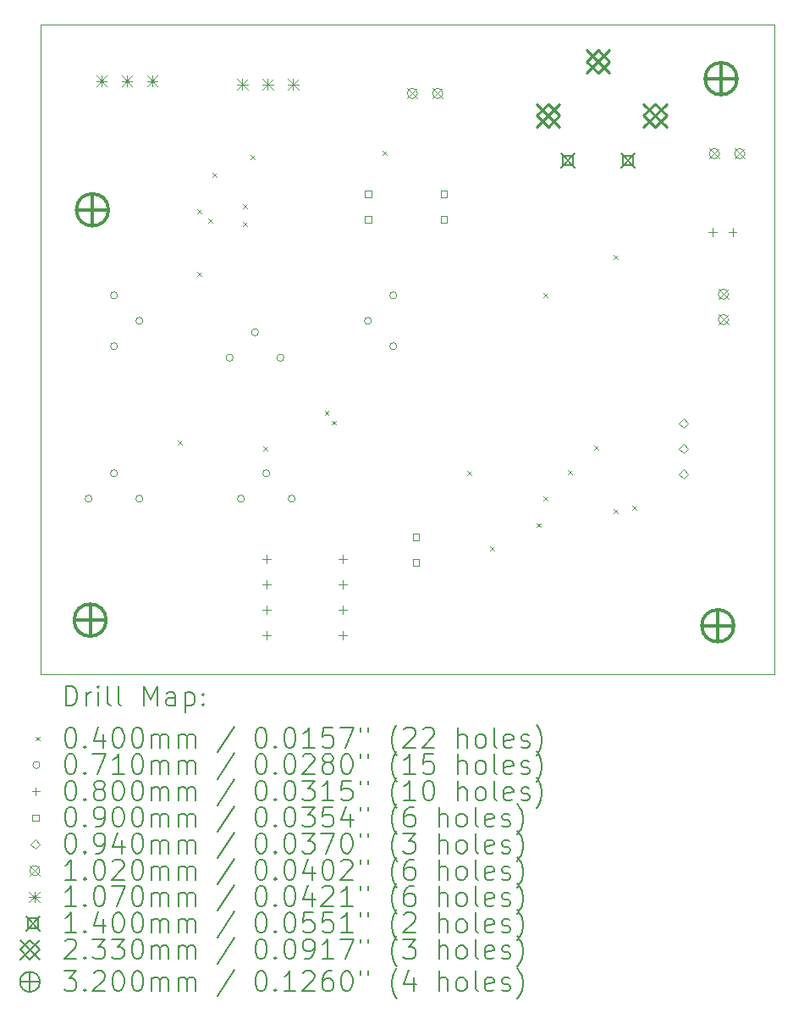
<source format=gbr>
%TF.GenerationSoftware,KiCad,Pcbnew,8.0.2*%
%TF.CreationDate,2024-06-16T16:38:17+02:00*%
%TF.ProjectId,BSPD,42535044-2e6b-4696-9361-645f70636258,rev?*%
%TF.SameCoordinates,Original*%
%TF.FileFunction,Drillmap*%
%TF.FilePolarity,Positive*%
%FSLAX45Y45*%
G04 Gerber Fmt 4.5, Leading zero omitted, Abs format (unit mm)*
G04 Created by KiCad (PCBNEW 8.0.2) date 2024-06-16 16:38:17*
%MOMM*%
%LPD*%
G01*
G04 APERTURE LIST*
%ADD10C,0.100000*%
%ADD11C,0.200000*%
%ADD12C,0.102000*%
%ADD13C,0.107000*%
%ADD14C,0.140000*%
%ADD15C,0.233000*%
%ADD16C,0.320000*%
G04 APERTURE END LIST*
D10*
X9677400Y-5168900D02*
X17018000Y-5168900D01*
X17018000Y-11658600D01*
X9677400Y-11658600D01*
X9677400Y-5168900D01*
D11*
D10*
X11054400Y-9327200D02*
X11094400Y-9367200D01*
X11094400Y-9327200D02*
X11054400Y-9367200D01*
X11244900Y-7015800D02*
X11284900Y-7055800D01*
X11284900Y-7015800D02*
X11244900Y-7055800D01*
X11244900Y-7638100D02*
X11284900Y-7678100D01*
X11284900Y-7638100D02*
X11244900Y-7678100D01*
X11359200Y-7104700D02*
X11399200Y-7144700D01*
X11399200Y-7104700D02*
X11359200Y-7144700D01*
X11397300Y-6647500D02*
X11437300Y-6687500D01*
X11437300Y-6647500D02*
X11397300Y-6687500D01*
X11702100Y-6965000D02*
X11742100Y-7005000D01*
X11742100Y-6965000D02*
X11702100Y-7005000D01*
X11702100Y-7142800D02*
X11742100Y-7182800D01*
X11742100Y-7142800D02*
X11702100Y-7182800D01*
X11778300Y-6469700D02*
X11818300Y-6509700D01*
X11818300Y-6469700D02*
X11778300Y-6509700D01*
X11905122Y-9382830D02*
X11945122Y-9422830D01*
X11945122Y-9382830D02*
X11905122Y-9422830D01*
X12521000Y-9029000D02*
X12561000Y-9069000D01*
X12561000Y-9029000D02*
X12521000Y-9069000D01*
X12593374Y-9125333D02*
X12633374Y-9165333D01*
X12633374Y-9125333D02*
X12593374Y-9165333D01*
X13099100Y-6431600D02*
X13139100Y-6471600D01*
X13139100Y-6431600D02*
X13099100Y-6471600D01*
X13950000Y-9632000D02*
X13990000Y-9672000D01*
X13990000Y-9632000D02*
X13950000Y-9672000D01*
X14179118Y-10385291D02*
X14219118Y-10425291D01*
X14219118Y-10385291D02*
X14179118Y-10425291D01*
X14639550Y-10149213D02*
X14679550Y-10189213D01*
X14679550Y-10149213D02*
X14639550Y-10189213D01*
X14712000Y-7854000D02*
X14752000Y-7894000D01*
X14752000Y-7854000D02*
X14712000Y-7894000D01*
X14712000Y-9886000D02*
X14752000Y-9926000D01*
X14752000Y-9886000D02*
X14712000Y-9926000D01*
X14953300Y-9619300D02*
X14993300Y-9659300D01*
X14993300Y-9619300D02*
X14953300Y-9659300D01*
X15220000Y-9378000D02*
X15260000Y-9418000D01*
X15260000Y-9378000D02*
X15220000Y-9418000D01*
X15410500Y-7473000D02*
X15450500Y-7513000D01*
X15450500Y-7473000D02*
X15410500Y-7513000D01*
X15410500Y-10013000D02*
X15450500Y-10053000D01*
X15450500Y-10013000D02*
X15410500Y-10053000D01*
X15601000Y-9974900D02*
X15641000Y-10014900D01*
X15641000Y-9974900D02*
X15601000Y-10014900D01*
X10195500Y-9906000D02*
G75*
G02*
X10124500Y-9906000I-35500J0D01*
G01*
X10124500Y-9906000D02*
G75*
G02*
X10195500Y-9906000I35500J0D01*
G01*
X10449500Y-7874000D02*
G75*
G02*
X10378500Y-7874000I-35500J0D01*
G01*
X10378500Y-7874000D02*
G75*
G02*
X10449500Y-7874000I35500J0D01*
G01*
X10449500Y-8382000D02*
G75*
G02*
X10378500Y-8382000I-35500J0D01*
G01*
X10378500Y-8382000D02*
G75*
G02*
X10449500Y-8382000I35500J0D01*
G01*
X10449500Y-9652000D02*
G75*
G02*
X10378500Y-9652000I-35500J0D01*
G01*
X10378500Y-9652000D02*
G75*
G02*
X10449500Y-9652000I35500J0D01*
G01*
X10703500Y-8128000D02*
G75*
G02*
X10632500Y-8128000I-35500J0D01*
G01*
X10632500Y-8128000D02*
G75*
G02*
X10703500Y-8128000I35500J0D01*
G01*
X10703500Y-9906000D02*
G75*
G02*
X10632500Y-9906000I-35500J0D01*
G01*
X10632500Y-9906000D02*
G75*
G02*
X10703500Y-9906000I35500J0D01*
G01*
X11605200Y-8496300D02*
G75*
G02*
X11534200Y-8496300I-35500J0D01*
G01*
X11534200Y-8496300D02*
G75*
G02*
X11605200Y-8496300I35500J0D01*
G01*
X11719500Y-9906000D02*
G75*
G02*
X11648500Y-9906000I-35500J0D01*
G01*
X11648500Y-9906000D02*
G75*
G02*
X11719500Y-9906000I35500J0D01*
G01*
X11859200Y-8242300D02*
G75*
G02*
X11788200Y-8242300I-35500J0D01*
G01*
X11788200Y-8242300D02*
G75*
G02*
X11859200Y-8242300I35500J0D01*
G01*
X11973500Y-9652000D02*
G75*
G02*
X11902500Y-9652000I-35500J0D01*
G01*
X11902500Y-9652000D02*
G75*
G02*
X11973500Y-9652000I35500J0D01*
G01*
X12113200Y-8496300D02*
G75*
G02*
X12042200Y-8496300I-35500J0D01*
G01*
X12042200Y-8496300D02*
G75*
G02*
X12113200Y-8496300I35500J0D01*
G01*
X12227500Y-9906000D02*
G75*
G02*
X12156500Y-9906000I-35500J0D01*
G01*
X12156500Y-9906000D02*
G75*
G02*
X12227500Y-9906000I35500J0D01*
G01*
X12989500Y-8128000D02*
G75*
G02*
X12918500Y-8128000I-35500J0D01*
G01*
X12918500Y-8128000D02*
G75*
G02*
X12989500Y-8128000I35500J0D01*
G01*
X13243500Y-7874000D02*
G75*
G02*
X13172500Y-7874000I-35500J0D01*
G01*
X13172500Y-7874000D02*
G75*
G02*
X13243500Y-7874000I35500J0D01*
G01*
X13243500Y-8382000D02*
G75*
G02*
X13172500Y-8382000I-35500J0D01*
G01*
X13172500Y-8382000D02*
G75*
G02*
X13243500Y-8382000I35500J0D01*
G01*
X11938894Y-10469818D02*
X11938894Y-10549818D01*
X11898894Y-10509818D02*
X11978894Y-10509818D01*
X11938894Y-10723818D02*
X11938894Y-10803818D01*
X11898894Y-10763818D02*
X11978894Y-10763818D01*
X11938894Y-10977818D02*
X11938894Y-11057818D01*
X11898894Y-11017818D02*
X11978894Y-11017818D01*
X11938894Y-11231818D02*
X11938894Y-11311818D01*
X11898894Y-11271818D02*
X11978894Y-11271818D01*
X12700894Y-10469818D02*
X12700894Y-10549818D01*
X12660894Y-10509818D02*
X12740894Y-10509818D01*
X12700894Y-10723818D02*
X12700894Y-10803818D01*
X12660894Y-10763818D02*
X12740894Y-10763818D01*
X12700894Y-10977818D02*
X12700894Y-11057818D01*
X12660894Y-11017818D02*
X12740894Y-11017818D01*
X12700894Y-11231818D02*
X12700894Y-11311818D01*
X12660894Y-11271818D02*
X12740894Y-11271818D01*
X16401789Y-7199000D02*
X16401789Y-7279000D01*
X16361789Y-7239000D02*
X16441789Y-7239000D01*
X16601789Y-7199000D02*
X16601789Y-7279000D01*
X16561789Y-7239000D02*
X16641789Y-7239000D01*
X12989754Y-6889820D02*
X12989754Y-6826180D01*
X12926114Y-6826180D01*
X12926114Y-6889820D01*
X12989754Y-6889820D01*
X12989754Y-7143820D02*
X12989754Y-7080180D01*
X12926114Y-7080180D01*
X12926114Y-7143820D01*
X12989754Y-7143820D01*
X13464838Y-10321438D02*
X13464838Y-10257798D01*
X13401198Y-10257798D01*
X13401198Y-10321438D01*
X13464838Y-10321438D01*
X13464838Y-10575438D02*
X13464838Y-10511798D01*
X13401198Y-10511798D01*
X13401198Y-10575438D01*
X13464838Y-10575438D01*
X13747820Y-6889820D02*
X13747820Y-6826180D01*
X13684180Y-6826180D01*
X13684180Y-6889820D01*
X13747820Y-6889820D01*
X13747820Y-7143820D02*
X13747820Y-7080180D01*
X13684180Y-7080180D01*
X13684180Y-7143820D01*
X13747820Y-7143820D01*
X16113600Y-9197150D02*
X16160600Y-9150150D01*
X16113600Y-9103150D01*
X16066600Y-9150150D01*
X16113600Y-9197150D01*
X16113600Y-9451150D02*
X16160600Y-9404150D01*
X16113600Y-9357150D01*
X16066600Y-9404150D01*
X16113600Y-9451150D01*
X16113600Y-9705150D02*
X16160600Y-9658150D01*
X16113600Y-9611150D01*
X16066600Y-9658150D01*
X16113600Y-9705150D01*
D12*
X13347500Y-5803700D02*
X13449500Y-5905700D01*
X13449500Y-5803700D02*
X13347500Y-5905700D01*
X13449500Y-5854700D02*
G75*
G02*
X13347500Y-5854700I-51000J0D01*
G01*
X13347500Y-5854700D02*
G75*
G02*
X13449500Y-5854700I51000J0D01*
G01*
X13601500Y-5803700D02*
X13703500Y-5905700D01*
X13703500Y-5803700D02*
X13601500Y-5905700D01*
X13703500Y-5854700D02*
G75*
G02*
X13601500Y-5854700I-51000J0D01*
G01*
X13601500Y-5854700D02*
G75*
G02*
X13703500Y-5854700I51000J0D01*
G01*
X16368500Y-6405800D02*
X16470500Y-6507800D01*
X16470500Y-6405800D02*
X16368500Y-6507800D01*
X16470500Y-6456800D02*
G75*
G02*
X16368500Y-6456800I-51000J0D01*
G01*
X16368500Y-6456800D02*
G75*
G02*
X16470500Y-6456800I51000J0D01*
G01*
X16459000Y-7810300D02*
X16561000Y-7912300D01*
X16561000Y-7810300D02*
X16459000Y-7912300D01*
X16561000Y-7861300D02*
G75*
G02*
X16459000Y-7861300I-51000J0D01*
G01*
X16459000Y-7861300D02*
G75*
G02*
X16561000Y-7861300I51000J0D01*
G01*
X16459000Y-8064300D02*
X16561000Y-8166300D01*
X16561000Y-8064300D02*
X16459000Y-8166300D01*
X16561000Y-8115300D02*
G75*
G02*
X16459000Y-8115300I-51000J0D01*
G01*
X16459000Y-8115300D02*
G75*
G02*
X16561000Y-8115300I51000J0D01*
G01*
X16622500Y-6405800D02*
X16724500Y-6507800D01*
X16724500Y-6405800D02*
X16622500Y-6507800D01*
X16724500Y-6456800D02*
G75*
G02*
X16622500Y-6456800I-51000J0D01*
G01*
X16622500Y-6456800D02*
G75*
G02*
X16724500Y-6456800I51000J0D01*
G01*
D13*
X10235700Y-5677700D02*
X10342700Y-5784700D01*
X10342700Y-5677700D02*
X10235700Y-5784700D01*
X10289200Y-5677700D02*
X10289200Y-5784700D01*
X10235700Y-5731200D02*
X10342700Y-5731200D01*
X10489700Y-5677700D02*
X10596700Y-5784700D01*
X10596700Y-5677700D02*
X10489700Y-5784700D01*
X10543200Y-5677700D02*
X10543200Y-5784700D01*
X10489700Y-5731200D02*
X10596700Y-5731200D01*
X10743700Y-5677700D02*
X10850700Y-5784700D01*
X10850700Y-5677700D02*
X10743700Y-5784700D01*
X10797200Y-5677700D02*
X10797200Y-5784700D01*
X10743700Y-5731200D02*
X10850700Y-5731200D01*
X11643200Y-5712300D02*
X11750200Y-5819300D01*
X11750200Y-5712300D02*
X11643200Y-5819300D01*
X11696700Y-5712300D02*
X11696700Y-5819300D01*
X11643200Y-5765800D02*
X11750200Y-5765800D01*
X11897200Y-5712300D02*
X12004200Y-5819300D01*
X12004200Y-5712300D02*
X11897200Y-5819300D01*
X11950700Y-5712300D02*
X11950700Y-5819300D01*
X11897200Y-5765800D02*
X12004200Y-5765800D01*
X12151200Y-5712300D02*
X12258200Y-5819300D01*
X12258200Y-5712300D02*
X12151200Y-5819300D01*
X12204700Y-5712300D02*
X12204700Y-5819300D01*
X12151200Y-5765800D02*
X12258200Y-5765800D01*
D14*
X14885850Y-6456050D02*
X15025850Y-6596050D01*
X15025850Y-6456050D02*
X14885850Y-6596050D01*
X15005348Y-6575548D02*
X15005348Y-6476552D01*
X14906352Y-6476552D01*
X14906352Y-6575548D01*
X15005348Y-6575548D01*
X15485850Y-6456050D02*
X15625850Y-6596050D01*
X15625850Y-6456050D02*
X15485850Y-6596050D01*
X15605348Y-6575548D02*
X15605348Y-6476552D01*
X15506352Y-6476552D01*
X15506352Y-6575548D01*
X15605348Y-6575548D01*
D15*
X14639350Y-5959550D02*
X14872350Y-6192550D01*
X14872350Y-5959550D02*
X14639350Y-6192550D01*
X14755850Y-6192550D02*
X14872350Y-6076050D01*
X14755850Y-5959550D01*
X14639350Y-6076050D01*
X14755850Y-6192550D01*
X15139350Y-5419550D02*
X15372350Y-5652550D01*
X15372350Y-5419550D02*
X15139350Y-5652550D01*
X15255850Y-5652550D02*
X15372350Y-5536050D01*
X15255850Y-5419550D01*
X15139350Y-5536050D01*
X15255850Y-5652550D01*
X15709350Y-5959550D02*
X15942350Y-6192550D01*
X15942350Y-5959550D02*
X15709350Y-6192550D01*
X15825850Y-6192550D02*
X15942350Y-6076050D01*
X15825850Y-5959550D01*
X15709350Y-6076050D01*
X15825850Y-6192550D01*
D16*
X10175240Y-10960120D02*
X10175240Y-11280120D01*
X10015240Y-11120120D02*
X10335240Y-11120120D01*
X10335240Y-11120120D02*
G75*
G02*
X10015240Y-11120120I-160000J0D01*
G01*
X10015240Y-11120120D02*
G75*
G02*
X10335240Y-11120120I160000J0D01*
G01*
X10198100Y-6858020D02*
X10198100Y-7178020D01*
X10038100Y-7018020D02*
X10358100Y-7018020D01*
X10358100Y-7018020D02*
G75*
G02*
X10038100Y-7018020I-160000J0D01*
G01*
X10038100Y-7018020D02*
G75*
G02*
X10358100Y-7018020I160000J0D01*
G01*
X16454120Y-11016000D02*
X16454120Y-11336000D01*
X16294120Y-11176000D02*
X16614120Y-11176000D01*
X16614120Y-11176000D02*
G75*
G02*
X16294120Y-11176000I-160000J0D01*
G01*
X16294120Y-11176000D02*
G75*
G02*
X16614120Y-11176000I160000J0D01*
G01*
X16487140Y-5547380D02*
X16487140Y-5867380D01*
X16327140Y-5707380D02*
X16647140Y-5707380D01*
X16647140Y-5707380D02*
G75*
G02*
X16327140Y-5707380I-160000J0D01*
G01*
X16327140Y-5707380D02*
G75*
G02*
X16647140Y-5707380I160000J0D01*
G01*
D11*
X9933177Y-11975084D02*
X9933177Y-11775084D01*
X9933177Y-11775084D02*
X9980796Y-11775084D01*
X9980796Y-11775084D02*
X10009367Y-11784608D01*
X10009367Y-11784608D02*
X10028415Y-11803655D01*
X10028415Y-11803655D02*
X10037939Y-11822703D01*
X10037939Y-11822703D02*
X10047463Y-11860798D01*
X10047463Y-11860798D02*
X10047463Y-11889369D01*
X10047463Y-11889369D02*
X10037939Y-11927465D01*
X10037939Y-11927465D02*
X10028415Y-11946512D01*
X10028415Y-11946512D02*
X10009367Y-11965560D01*
X10009367Y-11965560D02*
X9980796Y-11975084D01*
X9980796Y-11975084D02*
X9933177Y-11975084D01*
X10133177Y-11975084D02*
X10133177Y-11841750D01*
X10133177Y-11879846D02*
X10142701Y-11860798D01*
X10142701Y-11860798D02*
X10152224Y-11851274D01*
X10152224Y-11851274D02*
X10171272Y-11841750D01*
X10171272Y-11841750D02*
X10190320Y-11841750D01*
X10256986Y-11975084D02*
X10256986Y-11841750D01*
X10256986Y-11775084D02*
X10247463Y-11784608D01*
X10247463Y-11784608D02*
X10256986Y-11794131D01*
X10256986Y-11794131D02*
X10266510Y-11784608D01*
X10266510Y-11784608D02*
X10256986Y-11775084D01*
X10256986Y-11775084D02*
X10256986Y-11794131D01*
X10380796Y-11975084D02*
X10361748Y-11965560D01*
X10361748Y-11965560D02*
X10352224Y-11946512D01*
X10352224Y-11946512D02*
X10352224Y-11775084D01*
X10485558Y-11975084D02*
X10466510Y-11965560D01*
X10466510Y-11965560D02*
X10456986Y-11946512D01*
X10456986Y-11946512D02*
X10456986Y-11775084D01*
X10714129Y-11975084D02*
X10714129Y-11775084D01*
X10714129Y-11775084D02*
X10780796Y-11917941D01*
X10780796Y-11917941D02*
X10847463Y-11775084D01*
X10847463Y-11775084D02*
X10847463Y-11975084D01*
X11028415Y-11975084D02*
X11028415Y-11870322D01*
X11028415Y-11870322D02*
X11018891Y-11851274D01*
X11018891Y-11851274D02*
X10999844Y-11841750D01*
X10999844Y-11841750D02*
X10961748Y-11841750D01*
X10961748Y-11841750D02*
X10942701Y-11851274D01*
X11028415Y-11965560D02*
X11009367Y-11975084D01*
X11009367Y-11975084D02*
X10961748Y-11975084D01*
X10961748Y-11975084D02*
X10942701Y-11965560D01*
X10942701Y-11965560D02*
X10933177Y-11946512D01*
X10933177Y-11946512D02*
X10933177Y-11927465D01*
X10933177Y-11927465D02*
X10942701Y-11908417D01*
X10942701Y-11908417D02*
X10961748Y-11898893D01*
X10961748Y-11898893D02*
X11009367Y-11898893D01*
X11009367Y-11898893D02*
X11028415Y-11889369D01*
X11123653Y-11841750D02*
X11123653Y-12041750D01*
X11123653Y-11851274D02*
X11142701Y-11841750D01*
X11142701Y-11841750D02*
X11180796Y-11841750D01*
X11180796Y-11841750D02*
X11199843Y-11851274D01*
X11199843Y-11851274D02*
X11209367Y-11860798D01*
X11209367Y-11860798D02*
X11218891Y-11879846D01*
X11218891Y-11879846D02*
X11218891Y-11936988D01*
X11218891Y-11936988D02*
X11209367Y-11956036D01*
X11209367Y-11956036D02*
X11199843Y-11965560D01*
X11199843Y-11965560D02*
X11180796Y-11975084D01*
X11180796Y-11975084D02*
X11142701Y-11975084D01*
X11142701Y-11975084D02*
X11123653Y-11965560D01*
X11304605Y-11956036D02*
X11314129Y-11965560D01*
X11314129Y-11965560D02*
X11304605Y-11975084D01*
X11304605Y-11975084D02*
X11295082Y-11965560D01*
X11295082Y-11965560D02*
X11304605Y-11956036D01*
X11304605Y-11956036D02*
X11304605Y-11975084D01*
X11304605Y-11851274D02*
X11314129Y-11860798D01*
X11314129Y-11860798D02*
X11304605Y-11870322D01*
X11304605Y-11870322D02*
X11295082Y-11860798D01*
X11295082Y-11860798D02*
X11304605Y-11851274D01*
X11304605Y-11851274D02*
X11304605Y-11870322D01*
D10*
X9632400Y-12283600D02*
X9672400Y-12323600D01*
X9672400Y-12283600D02*
X9632400Y-12323600D01*
D11*
X9971272Y-12195084D02*
X9990320Y-12195084D01*
X9990320Y-12195084D02*
X10009367Y-12204608D01*
X10009367Y-12204608D02*
X10018891Y-12214131D01*
X10018891Y-12214131D02*
X10028415Y-12233179D01*
X10028415Y-12233179D02*
X10037939Y-12271274D01*
X10037939Y-12271274D02*
X10037939Y-12318893D01*
X10037939Y-12318893D02*
X10028415Y-12356988D01*
X10028415Y-12356988D02*
X10018891Y-12376036D01*
X10018891Y-12376036D02*
X10009367Y-12385560D01*
X10009367Y-12385560D02*
X9990320Y-12395084D01*
X9990320Y-12395084D02*
X9971272Y-12395084D01*
X9971272Y-12395084D02*
X9952224Y-12385560D01*
X9952224Y-12385560D02*
X9942701Y-12376036D01*
X9942701Y-12376036D02*
X9933177Y-12356988D01*
X9933177Y-12356988D02*
X9923653Y-12318893D01*
X9923653Y-12318893D02*
X9923653Y-12271274D01*
X9923653Y-12271274D02*
X9933177Y-12233179D01*
X9933177Y-12233179D02*
X9942701Y-12214131D01*
X9942701Y-12214131D02*
X9952224Y-12204608D01*
X9952224Y-12204608D02*
X9971272Y-12195084D01*
X10123653Y-12376036D02*
X10133177Y-12385560D01*
X10133177Y-12385560D02*
X10123653Y-12395084D01*
X10123653Y-12395084D02*
X10114129Y-12385560D01*
X10114129Y-12385560D02*
X10123653Y-12376036D01*
X10123653Y-12376036D02*
X10123653Y-12395084D01*
X10304605Y-12261750D02*
X10304605Y-12395084D01*
X10256986Y-12185560D02*
X10209367Y-12328417D01*
X10209367Y-12328417D02*
X10333177Y-12328417D01*
X10447463Y-12195084D02*
X10466510Y-12195084D01*
X10466510Y-12195084D02*
X10485558Y-12204608D01*
X10485558Y-12204608D02*
X10495082Y-12214131D01*
X10495082Y-12214131D02*
X10504605Y-12233179D01*
X10504605Y-12233179D02*
X10514129Y-12271274D01*
X10514129Y-12271274D02*
X10514129Y-12318893D01*
X10514129Y-12318893D02*
X10504605Y-12356988D01*
X10504605Y-12356988D02*
X10495082Y-12376036D01*
X10495082Y-12376036D02*
X10485558Y-12385560D01*
X10485558Y-12385560D02*
X10466510Y-12395084D01*
X10466510Y-12395084D02*
X10447463Y-12395084D01*
X10447463Y-12395084D02*
X10428415Y-12385560D01*
X10428415Y-12385560D02*
X10418891Y-12376036D01*
X10418891Y-12376036D02*
X10409367Y-12356988D01*
X10409367Y-12356988D02*
X10399844Y-12318893D01*
X10399844Y-12318893D02*
X10399844Y-12271274D01*
X10399844Y-12271274D02*
X10409367Y-12233179D01*
X10409367Y-12233179D02*
X10418891Y-12214131D01*
X10418891Y-12214131D02*
X10428415Y-12204608D01*
X10428415Y-12204608D02*
X10447463Y-12195084D01*
X10637939Y-12195084D02*
X10656986Y-12195084D01*
X10656986Y-12195084D02*
X10676034Y-12204608D01*
X10676034Y-12204608D02*
X10685558Y-12214131D01*
X10685558Y-12214131D02*
X10695082Y-12233179D01*
X10695082Y-12233179D02*
X10704605Y-12271274D01*
X10704605Y-12271274D02*
X10704605Y-12318893D01*
X10704605Y-12318893D02*
X10695082Y-12356988D01*
X10695082Y-12356988D02*
X10685558Y-12376036D01*
X10685558Y-12376036D02*
X10676034Y-12385560D01*
X10676034Y-12385560D02*
X10656986Y-12395084D01*
X10656986Y-12395084D02*
X10637939Y-12395084D01*
X10637939Y-12395084D02*
X10618891Y-12385560D01*
X10618891Y-12385560D02*
X10609367Y-12376036D01*
X10609367Y-12376036D02*
X10599844Y-12356988D01*
X10599844Y-12356988D02*
X10590320Y-12318893D01*
X10590320Y-12318893D02*
X10590320Y-12271274D01*
X10590320Y-12271274D02*
X10599844Y-12233179D01*
X10599844Y-12233179D02*
X10609367Y-12214131D01*
X10609367Y-12214131D02*
X10618891Y-12204608D01*
X10618891Y-12204608D02*
X10637939Y-12195084D01*
X10790320Y-12395084D02*
X10790320Y-12261750D01*
X10790320Y-12280798D02*
X10799844Y-12271274D01*
X10799844Y-12271274D02*
X10818891Y-12261750D01*
X10818891Y-12261750D02*
X10847463Y-12261750D01*
X10847463Y-12261750D02*
X10866510Y-12271274D01*
X10866510Y-12271274D02*
X10876034Y-12290322D01*
X10876034Y-12290322D02*
X10876034Y-12395084D01*
X10876034Y-12290322D02*
X10885558Y-12271274D01*
X10885558Y-12271274D02*
X10904605Y-12261750D01*
X10904605Y-12261750D02*
X10933177Y-12261750D01*
X10933177Y-12261750D02*
X10952225Y-12271274D01*
X10952225Y-12271274D02*
X10961748Y-12290322D01*
X10961748Y-12290322D02*
X10961748Y-12395084D01*
X11056986Y-12395084D02*
X11056986Y-12261750D01*
X11056986Y-12280798D02*
X11066510Y-12271274D01*
X11066510Y-12271274D02*
X11085558Y-12261750D01*
X11085558Y-12261750D02*
X11114129Y-12261750D01*
X11114129Y-12261750D02*
X11133177Y-12271274D01*
X11133177Y-12271274D02*
X11142701Y-12290322D01*
X11142701Y-12290322D02*
X11142701Y-12395084D01*
X11142701Y-12290322D02*
X11152225Y-12271274D01*
X11152225Y-12271274D02*
X11171272Y-12261750D01*
X11171272Y-12261750D02*
X11199843Y-12261750D01*
X11199843Y-12261750D02*
X11218891Y-12271274D01*
X11218891Y-12271274D02*
X11228415Y-12290322D01*
X11228415Y-12290322D02*
X11228415Y-12395084D01*
X11618891Y-12185560D02*
X11447463Y-12442703D01*
X11876034Y-12195084D02*
X11895082Y-12195084D01*
X11895082Y-12195084D02*
X11914129Y-12204608D01*
X11914129Y-12204608D02*
X11923653Y-12214131D01*
X11923653Y-12214131D02*
X11933177Y-12233179D01*
X11933177Y-12233179D02*
X11942701Y-12271274D01*
X11942701Y-12271274D02*
X11942701Y-12318893D01*
X11942701Y-12318893D02*
X11933177Y-12356988D01*
X11933177Y-12356988D02*
X11923653Y-12376036D01*
X11923653Y-12376036D02*
X11914129Y-12385560D01*
X11914129Y-12385560D02*
X11895082Y-12395084D01*
X11895082Y-12395084D02*
X11876034Y-12395084D01*
X11876034Y-12395084D02*
X11856986Y-12385560D01*
X11856986Y-12385560D02*
X11847463Y-12376036D01*
X11847463Y-12376036D02*
X11837939Y-12356988D01*
X11837939Y-12356988D02*
X11828415Y-12318893D01*
X11828415Y-12318893D02*
X11828415Y-12271274D01*
X11828415Y-12271274D02*
X11837939Y-12233179D01*
X11837939Y-12233179D02*
X11847463Y-12214131D01*
X11847463Y-12214131D02*
X11856986Y-12204608D01*
X11856986Y-12204608D02*
X11876034Y-12195084D01*
X12028415Y-12376036D02*
X12037939Y-12385560D01*
X12037939Y-12385560D02*
X12028415Y-12395084D01*
X12028415Y-12395084D02*
X12018891Y-12385560D01*
X12018891Y-12385560D02*
X12028415Y-12376036D01*
X12028415Y-12376036D02*
X12028415Y-12395084D01*
X12161748Y-12195084D02*
X12180796Y-12195084D01*
X12180796Y-12195084D02*
X12199844Y-12204608D01*
X12199844Y-12204608D02*
X12209367Y-12214131D01*
X12209367Y-12214131D02*
X12218891Y-12233179D01*
X12218891Y-12233179D02*
X12228415Y-12271274D01*
X12228415Y-12271274D02*
X12228415Y-12318893D01*
X12228415Y-12318893D02*
X12218891Y-12356988D01*
X12218891Y-12356988D02*
X12209367Y-12376036D01*
X12209367Y-12376036D02*
X12199844Y-12385560D01*
X12199844Y-12385560D02*
X12180796Y-12395084D01*
X12180796Y-12395084D02*
X12161748Y-12395084D01*
X12161748Y-12395084D02*
X12142701Y-12385560D01*
X12142701Y-12385560D02*
X12133177Y-12376036D01*
X12133177Y-12376036D02*
X12123653Y-12356988D01*
X12123653Y-12356988D02*
X12114129Y-12318893D01*
X12114129Y-12318893D02*
X12114129Y-12271274D01*
X12114129Y-12271274D02*
X12123653Y-12233179D01*
X12123653Y-12233179D02*
X12133177Y-12214131D01*
X12133177Y-12214131D02*
X12142701Y-12204608D01*
X12142701Y-12204608D02*
X12161748Y-12195084D01*
X12418891Y-12395084D02*
X12304606Y-12395084D01*
X12361748Y-12395084D02*
X12361748Y-12195084D01*
X12361748Y-12195084D02*
X12342701Y-12223655D01*
X12342701Y-12223655D02*
X12323653Y-12242703D01*
X12323653Y-12242703D02*
X12304606Y-12252227D01*
X12599844Y-12195084D02*
X12504606Y-12195084D01*
X12504606Y-12195084D02*
X12495082Y-12290322D01*
X12495082Y-12290322D02*
X12504606Y-12280798D01*
X12504606Y-12280798D02*
X12523653Y-12271274D01*
X12523653Y-12271274D02*
X12571272Y-12271274D01*
X12571272Y-12271274D02*
X12590320Y-12280798D01*
X12590320Y-12280798D02*
X12599844Y-12290322D01*
X12599844Y-12290322D02*
X12609367Y-12309369D01*
X12609367Y-12309369D02*
X12609367Y-12356988D01*
X12609367Y-12356988D02*
X12599844Y-12376036D01*
X12599844Y-12376036D02*
X12590320Y-12385560D01*
X12590320Y-12385560D02*
X12571272Y-12395084D01*
X12571272Y-12395084D02*
X12523653Y-12395084D01*
X12523653Y-12395084D02*
X12504606Y-12385560D01*
X12504606Y-12385560D02*
X12495082Y-12376036D01*
X12676034Y-12195084D02*
X12809367Y-12195084D01*
X12809367Y-12195084D02*
X12723653Y-12395084D01*
X12876034Y-12195084D02*
X12876034Y-12233179D01*
X12952225Y-12195084D02*
X12952225Y-12233179D01*
X13247463Y-12471274D02*
X13237939Y-12461750D01*
X13237939Y-12461750D02*
X13218891Y-12433179D01*
X13218891Y-12433179D02*
X13209368Y-12414131D01*
X13209368Y-12414131D02*
X13199844Y-12385560D01*
X13199844Y-12385560D02*
X13190320Y-12337941D01*
X13190320Y-12337941D02*
X13190320Y-12299846D01*
X13190320Y-12299846D02*
X13199844Y-12252227D01*
X13199844Y-12252227D02*
X13209368Y-12223655D01*
X13209368Y-12223655D02*
X13218891Y-12204608D01*
X13218891Y-12204608D02*
X13237939Y-12176036D01*
X13237939Y-12176036D02*
X13247463Y-12166512D01*
X13314129Y-12214131D02*
X13323653Y-12204608D01*
X13323653Y-12204608D02*
X13342701Y-12195084D01*
X13342701Y-12195084D02*
X13390320Y-12195084D01*
X13390320Y-12195084D02*
X13409368Y-12204608D01*
X13409368Y-12204608D02*
X13418891Y-12214131D01*
X13418891Y-12214131D02*
X13428415Y-12233179D01*
X13428415Y-12233179D02*
X13428415Y-12252227D01*
X13428415Y-12252227D02*
X13418891Y-12280798D01*
X13418891Y-12280798D02*
X13304606Y-12395084D01*
X13304606Y-12395084D02*
X13428415Y-12395084D01*
X13504606Y-12214131D02*
X13514129Y-12204608D01*
X13514129Y-12204608D02*
X13533177Y-12195084D01*
X13533177Y-12195084D02*
X13580796Y-12195084D01*
X13580796Y-12195084D02*
X13599844Y-12204608D01*
X13599844Y-12204608D02*
X13609368Y-12214131D01*
X13609368Y-12214131D02*
X13618891Y-12233179D01*
X13618891Y-12233179D02*
X13618891Y-12252227D01*
X13618891Y-12252227D02*
X13609368Y-12280798D01*
X13609368Y-12280798D02*
X13495082Y-12395084D01*
X13495082Y-12395084D02*
X13618891Y-12395084D01*
X13856987Y-12395084D02*
X13856987Y-12195084D01*
X13942701Y-12395084D02*
X13942701Y-12290322D01*
X13942701Y-12290322D02*
X13933177Y-12271274D01*
X13933177Y-12271274D02*
X13914130Y-12261750D01*
X13914130Y-12261750D02*
X13885558Y-12261750D01*
X13885558Y-12261750D02*
X13866510Y-12271274D01*
X13866510Y-12271274D02*
X13856987Y-12280798D01*
X14066510Y-12395084D02*
X14047463Y-12385560D01*
X14047463Y-12385560D02*
X14037939Y-12376036D01*
X14037939Y-12376036D02*
X14028415Y-12356988D01*
X14028415Y-12356988D02*
X14028415Y-12299846D01*
X14028415Y-12299846D02*
X14037939Y-12280798D01*
X14037939Y-12280798D02*
X14047463Y-12271274D01*
X14047463Y-12271274D02*
X14066510Y-12261750D01*
X14066510Y-12261750D02*
X14095082Y-12261750D01*
X14095082Y-12261750D02*
X14114130Y-12271274D01*
X14114130Y-12271274D02*
X14123653Y-12280798D01*
X14123653Y-12280798D02*
X14133177Y-12299846D01*
X14133177Y-12299846D02*
X14133177Y-12356988D01*
X14133177Y-12356988D02*
X14123653Y-12376036D01*
X14123653Y-12376036D02*
X14114130Y-12385560D01*
X14114130Y-12385560D02*
X14095082Y-12395084D01*
X14095082Y-12395084D02*
X14066510Y-12395084D01*
X14247463Y-12395084D02*
X14228415Y-12385560D01*
X14228415Y-12385560D02*
X14218891Y-12366512D01*
X14218891Y-12366512D02*
X14218891Y-12195084D01*
X14399844Y-12385560D02*
X14380796Y-12395084D01*
X14380796Y-12395084D02*
X14342701Y-12395084D01*
X14342701Y-12395084D02*
X14323653Y-12385560D01*
X14323653Y-12385560D02*
X14314130Y-12366512D01*
X14314130Y-12366512D02*
X14314130Y-12290322D01*
X14314130Y-12290322D02*
X14323653Y-12271274D01*
X14323653Y-12271274D02*
X14342701Y-12261750D01*
X14342701Y-12261750D02*
X14380796Y-12261750D01*
X14380796Y-12261750D02*
X14399844Y-12271274D01*
X14399844Y-12271274D02*
X14409368Y-12290322D01*
X14409368Y-12290322D02*
X14409368Y-12309369D01*
X14409368Y-12309369D02*
X14314130Y-12328417D01*
X14485558Y-12385560D02*
X14504606Y-12395084D01*
X14504606Y-12395084D02*
X14542701Y-12395084D01*
X14542701Y-12395084D02*
X14561749Y-12385560D01*
X14561749Y-12385560D02*
X14571272Y-12366512D01*
X14571272Y-12366512D02*
X14571272Y-12356988D01*
X14571272Y-12356988D02*
X14561749Y-12337941D01*
X14561749Y-12337941D02*
X14542701Y-12328417D01*
X14542701Y-12328417D02*
X14514130Y-12328417D01*
X14514130Y-12328417D02*
X14495082Y-12318893D01*
X14495082Y-12318893D02*
X14485558Y-12299846D01*
X14485558Y-12299846D02*
X14485558Y-12290322D01*
X14485558Y-12290322D02*
X14495082Y-12271274D01*
X14495082Y-12271274D02*
X14514130Y-12261750D01*
X14514130Y-12261750D02*
X14542701Y-12261750D01*
X14542701Y-12261750D02*
X14561749Y-12271274D01*
X14637939Y-12471274D02*
X14647463Y-12461750D01*
X14647463Y-12461750D02*
X14666511Y-12433179D01*
X14666511Y-12433179D02*
X14676034Y-12414131D01*
X14676034Y-12414131D02*
X14685558Y-12385560D01*
X14685558Y-12385560D02*
X14695082Y-12337941D01*
X14695082Y-12337941D02*
X14695082Y-12299846D01*
X14695082Y-12299846D02*
X14685558Y-12252227D01*
X14685558Y-12252227D02*
X14676034Y-12223655D01*
X14676034Y-12223655D02*
X14666511Y-12204608D01*
X14666511Y-12204608D02*
X14647463Y-12176036D01*
X14647463Y-12176036D02*
X14637939Y-12166512D01*
D10*
X9672400Y-12567600D02*
G75*
G02*
X9601400Y-12567600I-35500J0D01*
G01*
X9601400Y-12567600D02*
G75*
G02*
X9672400Y-12567600I35500J0D01*
G01*
D11*
X9971272Y-12459084D02*
X9990320Y-12459084D01*
X9990320Y-12459084D02*
X10009367Y-12468608D01*
X10009367Y-12468608D02*
X10018891Y-12478131D01*
X10018891Y-12478131D02*
X10028415Y-12497179D01*
X10028415Y-12497179D02*
X10037939Y-12535274D01*
X10037939Y-12535274D02*
X10037939Y-12582893D01*
X10037939Y-12582893D02*
X10028415Y-12620988D01*
X10028415Y-12620988D02*
X10018891Y-12640036D01*
X10018891Y-12640036D02*
X10009367Y-12649560D01*
X10009367Y-12649560D02*
X9990320Y-12659084D01*
X9990320Y-12659084D02*
X9971272Y-12659084D01*
X9971272Y-12659084D02*
X9952224Y-12649560D01*
X9952224Y-12649560D02*
X9942701Y-12640036D01*
X9942701Y-12640036D02*
X9933177Y-12620988D01*
X9933177Y-12620988D02*
X9923653Y-12582893D01*
X9923653Y-12582893D02*
X9923653Y-12535274D01*
X9923653Y-12535274D02*
X9933177Y-12497179D01*
X9933177Y-12497179D02*
X9942701Y-12478131D01*
X9942701Y-12478131D02*
X9952224Y-12468608D01*
X9952224Y-12468608D02*
X9971272Y-12459084D01*
X10123653Y-12640036D02*
X10133177Y-12649560D01*
X10133177Y-12649560D02*
X10123653Y-12659084D01*
X10123653Y-12659084D02*
X10114129Y-12649560D01*
X10114129Y-12649560D02*
X10123653Y-12640036D01*
X10123653Y-12640036D02*
X10123653Y-12659084D01*
X10199844Y-12459084D02*
X10333177Y-12459084D01*
X10333177Y-12459084D02*
X10247463Y-12659084D01*
X10514129Y-12659084D02*
X10399844Y-12659084D01*
X10456986Y-12659084D02*
X10456986Y-12459084D01*
X10456986Y-12459084D02*
X10437939Y-12487655D01*
X10437939Y-12487655D02*
X10418891Y-12506703D01*
X10418891Y-12506703D02*
X10399844Y-12516227D01*
X10637939Y-12459084D02*
X10656986Y-12459084D01*
X10656986Y-12459084D02*
X10676034Y-12468608D01*
X10676034Y-12468608D02*
X10685558Y-12478131D01*
X10685558Y-12478131D02*
X10695082Y-12497179D01*
X10695082Y-12497179D02*
X10704605Y-12535274D01*
X10704605Y-12535274D02*
X10704605Y-12582893D01*
X10704605Y-12582893D02*
X10695082Y-12620988D01*
X10695082Y-12620988D02*
X10685558Y-12640036D01*
X10685558Y-12640036D02*
X10676034Y-12649560D01*
X10676034Y-12649560D02*
X10656986Y-12659084D01*
X10656986Y-12659084D02*
X10637939Y-12659084D01*
X10637939Y-12659084D02*
X10618891Y-12649560D01*
X10618891Y-12649560D02*
X10609367Y-12640036D01*
X10609367Y-12640036D02*
X10599844Y-12620988D01*
X10599844Y-12620988D02*
X10590320Y-12582893D01*
X10590320Y-12582893D02*
X10590320Y-12535274D01*
X10590320Y-12535274D02*
X10599844Y-12497179D01*
X10599844Y-12497179D02*
X10609367Y-12478131D01*
X10609367Y-12478131D02*
X10618891Y-12468608D01*
X10618891Y-12468608D02*
X10637939Y-12459084D01*
X10790320Y-12659084D02*
X10790320Y-12525750D01*
X10790320Y-12544798D02*
X10799844Y-12535274D01*
X10799844Y-12535274D02*
X10818891Y-12525750D01*
X10818891Y-12525750D02*
X10847463Y-12525750D01*
X10847463Y-12525750D02*
X10866510Y-12535274D01*
X10866510Y-12535274D02*
X10876034Y-12554322D01*
X10876034Y-12554322D02*
X10876034Y-12659084D01*
X10876034Y-12554322D02*
X10885558Y-12535274D01*
X10885558Y-12535274D02*
X10904605Y-12525750D01*
X10904605Y-12525750D02*
X10933177Y-12525750D01*
X10933177Y-12525750D02*
X10952225Y-12535274D01*
X10952225Y-12535274D02*
X10961748Y-12554322D01*
X10961748Y-12554322D02*
X10961748Y-12659084D01*
X11056986Y-12659084D02*
X11056986Y-12525750D01*
X11056986Y-12544798D02*
X11066510Y-12535274D01*
X11066510Y-12535274D02*
X11085558Y-12525750D01*
X11085558Y-12525750D02*
X11114129Y-12525750D01*
X11114129Y-12525750D02*
X11133177Y-12535274D01*
X11133177Y-12535274D02*
X11142701Y-12554322D01*
X11142701Y-12554322D02*
X11142701Y-12659084D01*
X11142701Y-12554322D02*
X11152225Y-12535274D01*
X11152225Y-12535274D02*
X11171272Y-12525750D01*
X11171272Y-12525750D02*
X11199843Y-12525750D01*
X11199843Y-12525750D02*
X11218891Y-12535274D01*
X11218891Y-12535274D02*
X11228415Y-12554322D01*
X11228415Y-12554322D02*
X11228415Y-12659084D01*
X11618891Y-12449560D02*
X11447463Y-12706703D01*
X11876034Y-12459084D02*
X11895082Y-12459084D01*
X11895082Y-12459084D02*
X11914129Y-12468608D01*
X11914129Y-12468608D02*
X11923653Y-12478131D01*
X11923653Y-12478131D02*
X11933177Y-12497179D01*
X11933177Y-12497179D02*
X11942701Y-12535274D01*
X11942701Y-12535274D02*
X11942701Y-12582893D01*
X11942701Y-12582893D02*
X11933177Y-12620988D01*
X11933177Y-12620988D02*
X11923653Y-12640036D01*
X11923653Y-12640036D02*
X11914129Y-12649560D01*
X11914129Y-12649560D02*
X11895082Y-12659084D01*
X11895082Y-12659084D02*
X11876034Y-12659084D01*
X11876034Y-12659084D02*
X11856986Y-12649560D01*
X11856986Y-12649560D02*
X11847463Y-12640036D01*
X11847463Y-12640036D02*
X11837939Y-12620988D01*
X11837939Y-12620988D02*
X11828415Y-12582893D01*
X11828415Y-12582893D02*
X11828415Y-12535274D01*
X11828415Y-12535274D02*
X11837939Y-12497179D01*
X11837939Y-12497179D02*
X11847463Y-12478131D01*
X11847463Y-12478131D02*
X11856986Y-12468608D01*
X11856986Y-12468608D02*
X11876034Y-12459084D01*
X12028415Y-12640036D02*
X12037939Y-12649560D01*
X12037939Y-12649560D02*
X12028415Y-12659084D01*
X12028415Y-12659084D02*
X12018891Y-12649560D01*
X12018891Y-12649560D02*
X12028415Y-12640036D01*
X12028415Y-12640036D02*
X12028415Y-12659084D01*
X12161748Y-12459084D02*
X12180796Y-12459084D01*
X12180796Y-12459084D02*
X12199844Y-12468608D01*
X12199844Y-12468608D02*
X12209367Y-12478131D01*
X12209367Y-12478131D02*
X12218891Y-12497179D01*
X12218891Y-12497179D02*
X12228415Y-12535274D01*
X12228415Y-12535274D02*
X12228415Y-12582893D01*
X12228415Y-12582893D02*
X12218891Y-12620988D01*
X12218891Y-12620988D02*
X12209367Y-12640036D01*
X12209367Y-12640036D02*
X12199844Y-12649560D01*
X12199844Y-12649560D02*
X12180796Y-12659084D01*
X12180796Y-12659084D02*
X12161748Y-12659084D01*
X12161748Y-12659084D02*
X12142701Y-12649560D01*
X12142701Y-12649560D02*
X12133177Y-12640036D01*
X12133177Y-12640036D02*
X12123653Y-12620988D01*
X12123653Y-12620988D02*
X12114129Y-12582893D01*
X12114129Y-12582893D02*
X12114129Y-12535274D01*
X12114129Y-12535274D02*
X12123653Y-12497179D01*
X12123653Y-12497179D02*
X12133177Y-12478131D01*
X12133177Y-12478131D02*
X12142701Y-12468608D01*
X12142701Y-12468608D02*
X12161748Y-12459084D01*
X12304606Y-12478131D02*
X12314129Y-12468608D01*
X12314129Y-12468608D02*
X12333177Y-12459084D01*
X12333177Y-12459084D02*
X12380796Y-12459084D01*
X12380796Y-12459084D02*
X12399844Y-12468608D01*
X12399844Y-12468608D02*
X12409367Y-12478131D01*
X12409367Y-12478131D02*
X12418891Y-12497179D01*
X12418891Y-12497179D02*
X12418891Y-12516227D01*
X12418891Y-12516227D02*
X12409367Y-12544798D01*
X12409367Y-12544798D02*
X12295082Y-12659084D01*
X12295082Y-12659084D02*
X12418891Y-12659084D01*
X12533177Y-12544798D02*
X12514129Y-12535274D01*
X12514129Y-12535274D02*
X12504606Y-12525750D01*
X12504606Y-12525750D02*
X12495082Y-12506703D01*
X12495082Y-12506703D02*
X12495082Y-12497179D01*
X12495082Y-12497179D02*
X12504606Y-12478131D01*
X12504606Y-12478131D02*
X12514129Y-12468608D01*
X12514129Y-12468608D02*
X12533177Y-12459084D01*
X12533177Y-12459084D02*
X12571272Y-12459084D01*
X12571272Y-12459084D02*
X12590320Y-12468608D01*
X12590320Y-12468608D02*
X12599844Y-12478131D01*
X12599844Y-12478131D02*
X12609367Y-12497179D01*
X12609367Y-12497179D02*
X12609367Y-12506703D01*
X12609367Y-12506703D02*
X12599844Y-12525750D01*
X12599844Y-12525750D02*
X12590320Y-12535274D01*
X12590320Y-12535274D02*
X12571272Y-12544798D01*
X12571272Y-12544798D02*
X12533177Y-12544798D01*
X12533177Y-12544798D02*
X12514129Y-12554322D01*
X12514129Y-12554322D02*
X12504606Y-12563846D01*
X12504606Y-12563846D02*
X12495082Y-12582893D01*
X12495082Y-12582893D02*
X12495082Y-12620988D01*
X12495082Y-12620988D02*
X12504606Y-12640036D01*
X12504606Y-12640036D02*
X12514129Y-12649560D01*
X12514129Y-12649560D02*
X12533177Y-12659084D01*
X12533177Y-12659084D02*
X12571272Y-12659084D01*
X12571272Y-12659084D02*
X12590320Y-12649560D01*
X12590320Y-12649560D02*
X12599844Y-12640036D01*
X12599844Y-12640036D02*
X12609367Y-12620988D01*
X12609367Y-12620988D02*
X12609367Y-12582893D01*
X12609367Y-12582893D02*
X12599844Y-12563846D01*
X12599844Y-12563846D02*
X12590320Y-12554322D01*
X12590320Y-12554322D02*
X12571272Y-12544798D01*
X12733177Y-12459084D02*
X12752225Y-12459084D01*
X12752225Y-12459084D02*
X12771272Y-12468608D01*
X12771272Y-12468608D02*
X12780796Y-12478131D01*
X12780796Y-12478131D02*
X12790320Y-12497179D01*
X12790320Y-12497179D02*
X12799844Y-12535274D01*
X12799844Y-12535274D02*
X12799844Y-12582893D01*
X12799844Y-12582893D02*
X12790320Y-12620988D01*
X12790320Y-12620988D02*
X12780796Y-12640036D01*
X12780796Y-12640036D02*
X12771272Y-12649560D01*
X12771272Y-12649560D02*
X12752225Y-12659084D01*
X12752225Y-12659084D02*
X12733177Y-12659084D01*
X12733177Y-12659084D02*
X12714129Y-12649560D01*
X12714129Y-12649560D02*
X12704606Y-12640036D01*
X12704606Y-12640036D02*
X12695082Y-12620988D01*
X12695082Y-12620988D02*
X12685558Y-12582893D01*
X12685558Y-12582893D02*
X12685558Y-12535274D01*
X12685558Y-12535274D02*
X12695082Y-12497179D01*
X12695082Y-12497179D02*
X12704606Y-12478131D01*
X12704606Y-12478131D02*
X12714129Y-12468608D01*
X12714129Y-12468608D02*
X12733177Y-12459084D01*
X12876034Y-12459084D02*
X12876034Y-12497179D01*
X12952225Y-12459084D02*
X12952225Y-12497179D01*
X13247463Y-12735274D02*
X13237939Y-12725750D01*
X13237939Y-12725750D02*
X13218891Y-12697179D01*
X13218891Y-12697179D02*
X13209368Y-12678131D01*
X13209368Y-12678131D02*
X13199844Y-12649560D01*
X13199844Y-12649560D02*
X13190320Y-12601941D01*
X13190320Y-12601941D02*
X13190320Y-12563846D01*
X13190320Y-12563846D02*
X13199844Y-12516227D01*
X13199844Y-12516227D02*
X13209368Y-12487655D01*
X13209368Y-12487655D02*
X13218891Y-12468608D01*
X13218891Y-12468608D02*
X13237939Y-12440036D01*
X13237939Y-12440036D02*
X13247463Y-12430512D01*
X13428415Y-12659084D02*
X13314129Y-12659084D01*
X13371272Y-12659084D02*
X13371272Y-12459084D01*
X13371272Y-12459084D02*
X13352225Y-12487655D01*
X13352225Y-12487655D02*
X13333177Y-12506703D01*
X13333177Y-12506703D02*
X13314129Y-12516227D01*
X13609368Y-12459084D02*
X13514129Y-12459084D01*
X13514129Y-12459084D02*
X13504606Y-12554322D01*
X13504606Y-12554322D02*
X13514129Y-12544798D01*
X13514129Y-12544798D02*
X13533177Y-12535274D01*
X13533177Y-12535274D02*
X13580796Y-12535274D01*
X13580796Y-12535274D02*
X13599844Y-12544798D01*
X13599844Y-12544798D02*
X13609368Y-12554322D01*
X13609368Y-12554322D02*
X13618891Y-12573369D01*
X13618891Y-12573369D02*
X13618891Y-12620988D01*
X13618891Y-12620988D02*
X13609368Y-12640036D01*
X13609368Y-12640036D02*
X13599844Y-12649560D01*
X13599844Y-12649560D02*
X13580796Y-12659084D01*
X13580796Y-12659084D02*
X13533177Y-12659084D01*
X13533177Y-12659084D02*
X13514129Y-12649560D01*
X13514129Y-12649560D02*
X13504606Y-12640036D01*
X13856987Y-12659084D02*
X13856987Y-12459084D01*
X13942701Y-12659084D02*
X13942701Y-12554322D01*
X13942701Y-12554322D02*
X13933177Y-12535274D01*
X13933177Y-12535274D02*
X13914130Y-12525750D01*
X13914130Y-12525750D02*
X13885558Y-12525750D01*
X13885558Y-12525750D02*
X13866510Y-12535274D01*
X13866510Y-12535274D02*
X13856987Y-12544798D01*
X14066510Y-12659084D02*
X14047463Y-12649560D01*
X14047463Y-12649560D02*
X14037939Y-12640036D01*
X14037939Y-12640036D02*
X14028415Y-12620988D01*
X14028415Y-12620988D02*
X14028415Y-12563846D01*
X14028415Y-12563846D02*
X14037939Y-12544798D01*
X14037939Y-12544798D02*
X14047463Y-12535274D01*
X14047463Y-12535274D02*
X14066510Y-12525750D01*
X14066510Y-12525750D02*
X14095082Y-12525750D01*
X14095082Y-12525750D02*
X14114130Y-12535274D01*
X14114130Y-12535274D02*
X14123653Y-12544798D01*
X14123653Y-12544798D02*
X14133177Y-12563846D01*
X14133177Y-12563846D02*
X14133177Y-12620988D01*
X14133177Y-12620988D02*
X14123653Y-12640036D01*
X14123653Y-12640036D02*
X14114130Y-12649560D01*
X14114130Y-12649560D02*
X14095082Y-12659084D01*
X14095082Y-12659084D02*
X14066510Y-12659084D01*
X14247463Y-12659084D02*
X14228415Y-12649560D01*
X14228415Y-12649560D02*
X14218891Y-12630512D01*
X14218891Y-12630512D02*
X14218891Y-12459084D01*
X14399844Y-12649560D02*
X14380796Y-12659084D01*
X14380796Y-12659084D02*
X14342701Y-12659084D01*
X14342701Y-12659084D02*
X14323653Y-12649560D01*
X14323653Y-12649560D02*
X14314130Y-12630512D01*
X14314130Y-12630512D02*
X14314130Y-12554322D01*
X14314130Y-12554322D02*
X14323653Y-12535274D01*
X14323653Y-12535274D02*
X14342701Y-12525750D01*
X14342701Y-12525750D02*
X14380796Y-12525750D01*
X14380796Y-12525750D02*
X14399844Y-12535274D01*
X14399844Y-12535274D02*
X14409368Y-12554322D01*
X14409368Y-12554322D02*
X14409368Y-12573369D01*
X14409368Y-12573369D02*
X14314130Y-12592417D01*
X14485558Y-12649560D02*
X14504606Y-12659084D01*
X14504606Y-12659084D02*
X14542701Y-12659084D01*
X14542701Y-12659084D02*
X14561749Y-12649560D01*
X14561749Y-12649560D02*
X14571272Y-12630512D01*
X14571272Y-12630512D02*
X14571272Y-12620988D01*
X14571272Y-12620988D02*
X14561749Y-12601941D01*
X14561749Y-12601941D02*
X14542701Y-12592417D01*
X14542701Y-12592417D02*
X14514130Y-12592417D01*
X14514130Y-12592417D02*
X14495082Y-12582893D01*
X14495082Y-12582893D02*
X14485558Y-12563846D01*
X14485558Y-12563846D02*
X14485558Y-12554322D01*
X14485558Y-12554322D02*
X14495082Y-12535274D01*
X14495082Y-12535274D02*
X14514130Y-12525750D01*
X14514130Y-12525750D02*
X14542701Y-12525750D01*
X14542701Y-12525750D02*
X14561749Y-12535274D01*
X14637939Y-12735274D02*
X14647463Y-12725750D01*
X14647463Y-12725750D02*
X14666511Y-12697179D01*
X14666511Y-12697179D02*
X14676034Y-12678131D01*
X14676034Y-12678131D02*
X14685558Y-12649560D01*
X14685558Y-12649560D02*
X14695082Y-12601941D01*
X14695082Y-12601941D02*
X14695082Y-12563846D01*
X14695082Y-12563846D02*
X14685558Y-12516227D01*
X14685558Y-12516227D02*
X14676034Y-12487655D01*
X14676034Y-12487655D02*
X14666511Y-12468608D01*
X14666511Y-12468608D02*
X14647463Y-12440036D01*
X14647463Y-12440036D02*
X14637939Y-12430512D01*
D10*
X9632400Y-12791600D02*
X9632400Y-12871600D01*
X9592400Y-12831600D02*
X9672400Y-12831600D01*
D11*
X9971272Y-12723084D02*
X9990320Y-12723084D01*
X9990320Y-12723084D02*
X10009367Y-12732608D01*
X10009367Y-12732608D02*
X10018891Y-12742131D01*
X10018891Y-12742131D02*
X10028415Y-12761179D01*
X10028415Y-12761179D02*
X10037939Y-12799274D01*
X10037939Y-12799274D02*
X10037939Y-12846893D01*
X10037939Y-12846893D02*
X10028415Y-12884988D01*
X10028415Y-12884988D02*
X10018891Y-12904036D01*
X10018891Y-12904036D02*
X10009367Y-12913560D01*
X10009367Y-12913560D02*
X9990320Y-12923084D01*
X9990320Y-12923084D02*
X9971272Y-12923084D01*
X9971272Y-12923084D02*
X9952224Y-12913560D01*
X9952224Y-12913560D02*
X9942701Y-12904036D01*
X9942701Y-12904036D02*
X9933177Y-12884988D01*
X9933177Y-12884988D02*
X9923653Y-12846893D01*
X9923653Y-12846893D02*
X9923653Y-12799274D01*
X9923653Y-12799274D02*
X9933177Y-12761179D01*
X9933177Y-12761179D02*
X9942701Y-12742131D01*
X9942701Y-12742131D02*
X9952224Y-12732608D01*
X9952224Y-12732608D02*
X9971272Y-12723084D01*
X10123653Y-12904036D02*
X10133177Y-12913560D01*
X10133177Y-12913560D02*
X10123653Y-12923084D01*
X10123653Y-12923084D02*
X10114129Y-12913560D01*
X10114129Y-12913560D02*
X10123653Y-12904036D01*
X10123653Y-12904036D02*
X10123653Y-12923084D01*
X10247463Y-12808798D02*
X10228415Y-12799274D01*
X10228415Y-12799274D02*
X10218891Y-12789750D01*
X10218891Y-12789750D02*
X10209367Y-12770703D01*
X10209367Y-12770703D02*
X10209367Y-12761179D01*
X10209367Y-12761179D02*
X10218891Y-12742131D01*
X10218891Y-12742131D02*
X10228415Y-12732608D01*
X10228415Y-12732608D02*
X10247463Y-12723084D01*
X10247463Y-12723084D02*
X10285558Y-12723084D01*
X10285558Y-12723084D02*
X10304605Y-12732608D01*
X10304605Y-12732608D02*
X10314129Y-12742131D01*
X10314129Y-12742131D02*
X10323653Y-12761179D01*
X10323653Y-12761179D02*
X10323653Y-12770703D01*
X10323653Y-12770703D02*
X10314129Y-12789750D01*
X10314129Y-12789750D02*
X10304605Y-12799274D01*
X10304605Y-12799274D02*
X10285558Y-12808798D01*
X10285558Y-12808798D02*
X10247463Y-12808798D01*
X10247463Y-12808798D02*
X10228415Y-12818322D01*
X10228415Y-12818322D02*
X10218891Y-12827846D01*
X10218891Y-12827846D02*
X10209367Y-12846893D01*
X10209367Y-12846893D02*
X10209367Y-12884988D01*
X10209367Y-12884988D02*
X10218891Y-12904036D01*
X10218891Y-12904036D02*
X10228415Y-12913560D01*
X10228415Y-12913560D02*
X10247463Y-12923084D01*
X10247463Y-12923084D02*
X10285558Y-12923084D01*
X10285558Y-12923084D02*
X10304605Y-12913560D01*
X10304605Y-12913560D02*
X10314129Y-12904036D01*
X10314129Y-12904036D02*
X10323653Y-12884988D01*
X10323653Y-12884988D02*
X10323653Y-12846893D01*
X10323653Y-12846893D02*
X10314129Y-12827846D01*
X10314129Y-12827846D02*
X10304605Y-12818322D01*
X10304605Y-12818322D02*
X10285558Y-12808798D01*
X10447463Y-12723084D02*
X10466510Y-12723084D01*
X10466510Y-12723084D02*
X10485558Y-12732608D01*
X10485558Y-12732608D02*
X10495082Y-12742131D01*
X10495082Y-12742131D02*
X10504605Y-12761179D01*
X10504605Y-12761179D02*
X10514129Y-12799274D01*
X10514129Y-12799274D02*
X10514129Y-12846893D01*
X10514129Y-12846893D02*
X10504605Y-12884988D01*
X10504605Y-12884988D02*
X10495082Y-12904036D01*
X10495082Y-12904036D02*
X10485558Y-12913560D01*
X10485558Y-12913560D02*
X10466510Y-12923084D01*
X10466510Y-12923084D02*
X10447463Y-12923084D01*
X10447463Y-12923084D02*
X10428415Y-12913560D01*
X10428415Y-12913560D02*
X10418891Y-12904036D01*
X10418891Y-12904036D02*
X10409367Y-12884988D01*
X10409367Y-12884988D02*
X10399844Y-12846893D01*
X10399844Y-12846893D02*
X10399844Y-12799274D01*
X10399844Y-12799274D02*
X10409367Y-12761179D01*
X10409367Y-12761179D02*
X10418891Y-12742131D01*
X10418891Y-12742131D02*
X10428415Y-12732608D01*
X10428415Y-12732608D02*
X10447463Y-12723084D01*
X10637939Y-12723084D02*
X10656986Y-12723084D01*
X10656986Y-12723084D02*
X10676034Y-12732608D01*
X10676034Y-12732608D02*
X10685558Y-12742131D01*
X10685558Y-12742131D02*
X10695082Y-12761179D01*
X10695082Y-12761179D02*
X10704605Y-12799274D01*
X10704605Y-12799274D02*
X10704605Y-12846893D01*
X10704605Y-12846893D02*
X10695082Y-12884988D01*
X10695082Y-12884988D02*
X10685558Y-12904036D01*
X10685558Y-12904036D02*
X10676034Y-12913560D01*
X10676034Y-12913560D02*
X10656986Y-12923084D01*
X10656986Y-12923084D02*
X10637939Y-12923084D01*
X10637939Y-12923084D02*
X10618891Y-12913560D01*
X10618891Y-12913560D02*
X10609367Y-12904036D01*
X10609367Y-12904036D02*
X10599844Y-12884988D01*
X10599844Y-12884988D02*
X10590320Y-12846893D01*
X10590320Y-12846893D02*
X10590320Y-12799274D01*
X10590320Y-12799274D02*
X10599844Y-12761179D01*
X10599844Y-12761179D02*
X10609367Y-12742131D01*
X10609367Y-12742131D02*
X10618891Y-12732608D01*
X10618891Y-12732608D02*
X10637939Y-12723084D01*
X10790320Y-12923084D02*
X10790320Y-12789750D01*
X10790320Y-12808798D02*
X10799844Y-12799274D01*
X10799844Y-12799274D02*
X10818891Y-12789750D01*
X10818891Y-12789750D02*
X10847463Y-12789750D01*
X10847463Y-12789750D02*
X10866510Y-12799274D01*
X10866510Y-12799274D02*
X10876034Y-12818322D01*
X10876034Y-12818322D02*
X10876034Y-12923084D01*
X10876034Y-12818322D02*
X10885558Y-12799274D01*
X10885558Y-12799274D02*
X10904605Y-12789750D01*
X10904605Y-12789750D02*
X10933177Y-12789750D01*
X10933177Y-12789750D02*
X10952225Y-12799274D01*
X10952225Y-12799274D02*
X10961748Y-12818322D01*
X10961748Y-12818322D02*
X10961748Y-12923084D01*
X11056986Y-12923084D02*
X11056986Y-12789750D01*
X11056986Y-12808798D02*
X11066510Y-12799274D01*
X11066510Y-12799274D02*
X11085558Y-12789750D01*
X11085558Y-12789750D02*
X11114129Y-12789750D01*
X11114129Y-12789750D02*
X11133177Y-12799274D01*
X11133177Y-12799274D02*
X11142701Y-12818322D01*
X11142701Y-12818322D02*
X11142701Y-12923084D01*
X11142701Y-12818322D02*
X11152225Y-12799274D01*
X11152225Y-12799274D02*
X11171272Y-12789750D01*
X11171272Y-12789750D02*
X11199843Y-12789750D01*
X11199843Y-12789750D02*
X11218891Y-12799274D01*
X11218891Y-12799274D02*
X11228415Y-12818322D01*
X11228415Y-12818322D02*
X11228415Y-12923084D01*
X11618891Y-12713560D02*
X11447463Y-12970703D01*
X11876034Y-12723084D02*
X11895082Y-12723084D01*
X11895082Y-12723084D02*
X11914129Y-12732608D01*
X11914129Y-12732608D02*
X11923653Y-12742131D01*
X11923653Y-12742131D02*
X11933177Y-12761179D01*
X11933177Y-12761179D02*
X11942701Y-12799274D01*
X11942701Y-12799274D02*
X11942701Y-12846893D01*
X11942701Y-12846893D02*
X11933177Y-12884988D01*
X11933177Y-12884988D02*
X11923653Y-12904036D01*
X11923653Y-12904036D02*
X11914129Y-12913560D01*
X11914129Y-12913560D02*
X11895082Y-12923084D01*
X11895082Y-12923084D02*
X11876034Y-12923084D01*
X11876034Y-12923084D02*
X11856986Y-12913560D01*
X11856986Y-12913560D02*
X11847463Y-12904036D01*
X11847463Y-12904036D02*
X11837939Y-12884988D01*
X11837939Y-12884988D02*
X11828415Y-12846893D01*
X11828415Y-12846893D02*
X11828415Y-12799274D01*
X11828415Y-12799274D02*
X11837939Y-12761179D01*
X11837939Y-12761179D02*
X11847463Y-12742131D01*
X11847463Y-12742131D02*
X11856986Y-12732608D01*
X11856986Y-12732608D02*
X11876034Y-12723084D01*
X12028415Y-12904036D02*
X12037939Y-12913560D01*
X12037939Y-12913560D02*
X12028415Y-12923084D01*
X12028415Y-12923084D02*
X12018891Y-12913560D01*
X12018891Y-12913560D02*
X12028415Y-12904036D01*
X12028415Y-12904036D02*
X12028415Y-12923084D01*
X12161748Y-12723084D02*
X12180796Y-12723084D01*
X12180796Y-12723084D02*
X12199844Y-12732608D01*
X12199844Y-12732608D02*
X12209367Y-12742131D01*
X12209367Y-12742131D02*
X12218891Y-12761179D01*
X12218891Y-12761179D02*
X12228415Y-12799274D01*
X12228415Y-12799274D02*
X12228415Y-12846893D01*
X12228415Y-12846893D02*
X12218891Y-12884988D01*
X12218891Y-12884988D02*
X12209367Y-12904036D01*
X12209367Y-12904036D02*
X12199844Y-12913560D01*
X12199844Y-12913560D02*
X12180796Y-12923084D01*
X12180796Y-12923084D02*
X12161748Y-12923084D01*
X12161748Y-12923084D02*
X12142701Y-12913560D01*
X12142701Y-12913560D02*
X12133177Y-12904036D01*
X12133177Y-12904036D02*
X12123653Y-12884988D01*
X12123653Y-12884988D02*
X12114129Y-12846893D01*
X12114129Y-12846893D02*
X12114129Y-12799274D01*
X12114129Y-12799274D02*
X12123653Y-12761179D01*
X12123653Y-12761179D02*
X12133177Y-12742131D01*
X12133177Y-12742131D02*
X12142701Y-12732608D01*
X12142701Y-12732608D02*
X12161748Y-12723084D01*
X12295082Y-12723084D02*
X12418891Y-12723084D01*
X12418891Y-12723084D02*
X12352225Y-12799274D01*
X12352225Y-12799274D02*
X12380796Y-12799274D01*
X12380796Y-12799274D02*
X12399844Y-12808798D01*
X12399844Y-12808798D02*
X12409367Y-12818322D01*
X12409367Y-12818322D02*
X12418891Y-12837369D01*
X12418891Y-12837369D02*
X12418891Y-12884988D01*
X12418891Y-12884988D02*
X12409367Y-12904036D01*
X12409367Y-12904036D02*
X12399844Y-12913560D01*
X12399844Y-12913560D02*
X12380796Y-12923084D01*
X12380796Y-12923084D02*
X12323653Y-12923084D01*
X12323653Y-12923084D02*
X12304606Y-12913560D01*
X12304606Y-12913560D02*
X12295082Y-12904036D01*
X12609367Y-12923084D02*
X12495082Y-12923084D01*
X12552225Y-12923084D02*
X12552225Y-12723084D01*
X12552225Y-12723084D02*
X12533177Y-12751655D01*
X12533177Y-12751655D02*
X12514129Y-12770703D01*
X12514129Y-12770703D02*
X12495082Y-12780227D01*
X12790320Y-12723084D02*
X12695082Y-12723084D01*
X12695082Y-12723084D02*
X12685558Y-12818322D01*
X12685558Y-12818322D02*
X12695082Y-12808798D01*
X12695082Y-12808798D02*
X12714129Y-12799274D01*
X12714129Y-12799274D02*
X12761748Y-12799274D01*
X12761748Y-12799274D02*
X12780796Y-12808798D01*
X12780796Y-12808798D02*
X12790320Y-12818322D01*
X12790320Y-12818322D02*
X12799844Y-12837369D01*
X12799844Y-12837369D02*
X12799844Y-12884988D01*
X12799844Y-12884988D02*
X12790320Y-12904036D01*
X12790320Y-12904036D02*
X12780796Y-12913560D01*
X12780796Y-12913560D02*
X12761748Y-12923084D01*
X12761748Y-12923084D02*
X12714129Y-12923084D01*
X12714129Y-12923084D02*
X12695082Y-12913560D01*
X12695082Y-12913560D02*
X12685558Y-12904036D01*
X12876034Y-12723084D02*
X12876034Y-12761179D01*
X12952225Y-12723084D02*
X12952225Y-12761179D01*
X13247463Y-12999274D02*
X13237939Y-12989750D01*
X13237939Y-12989750D02*
X13218891Y-12961179D01*
X13218891Y-12961179D02*
X13209368Y-12942131D01*
X13209368Y-12942131D02*
X13199844Y-12913560D01*
X13199844Y-12913560D02*
X13190320Y-12865941D01*
X13190320Y-12865941D02*
X13190320Y-12827846D01*
X13190320Y-12827846D02*
X13199844Y-12780227D01*
X13199844Y-12780227D02*
X13209368Y-12751655D01*
X13209368Y-12751655D02*
X13218891Y-12732608D01*
X13218891Y-12732608D02*
X13237939Y-12704036D01*
X13237939Y-12704036D02*
X13247463Y-12694512D01*
X13428415Y-12923084D02*
X13314129Y-12923084D01*
X13371272Y-12923084D02*
X13371272Y-12723084D01*
X13371272Y-12723084D02*
X13352225Y-12751655D01*
X13352225Y-12751655D02*
X13333177Y-12770703D01*
X13333177Y-12770703D02*
X13314129Y-12780227D01*
X13552225Y-12723084D02*
X13571272Y-12723084D01*
X13571272Y-12723084D02*
X13590320Y-12732608D01*
X13590320Y-12732608D02*
X13599844Y-12742131D01*
X13599844Y-12742131D02*
X13609368Y-12761179D01*
X13609368Y-12761179D02*
X13618891Y-12799274D01*
X13618891Y-12799274D02*
X13618891Y-12846893D01*
X13618891Y-12846893D02*
X13609368Y-12884988D01*
X13609368Y-12884988D02*
X13599844Y-12904036D01*
X13599844Y-12904036D02*
X13590320Y-12913560D01*
X13590320Y-12913560D02*
X13571272Y-12923084D01*
X13571272Y-12923084D02*
X13552225Y-12923084D01*
X13552225Y-12923084D02*
X13533177Y-12913560D01*
X13533177Y-12913560D02*
X13523653Y-12904036D01*
X13523653Y-12904036D02*
X13514129Y-12884988D01*
X13514129Y-12884988D02*
X13504606Y-12846893D01*
X13504606Y-12846893D02*
X13504606Y-12799274D01*
X13504606Y-12799274D02*
X13514129Y-12761179D01*
X13514129Y-12761179D02*
X13523653Y-12742131D01*
X13523653Y-12742131D02*
X13533177Y-12732608D01*
X13533177Y-12732608D02*
X13552225Y-12723084D01*
X13856987Y-12923084D02*
X13856987Y-12723084D01*
X13942701Y-12923084D02*
X13942701Y-12818322D01*
X13942701Y-12818322D02*
X13933177Y-12799274D01*
X13933177Y-12799274D02*
X13914130Y-12789750D01*
X13914130Y-12789750D02*
X13885558Y-12789750D01*
X13885558Y-12789750D02*
X13866510Y-12799274D01*
X13866510Y-12799274D02*
X13856987Y-12808798D01*
X14066510Y-12923084D02*
X14047463Y-12913560D01*
X14047463Y-12913560D02*
X14037939Y-12904036D01*
X14037939Y-12904036D02*
X14028415Y-12884988D01*
X14028415Y-12884988D02*
X14028415Y-12827846D01*
X14028415Y-12827846D02*
X14037939Y-12808798D01*
X14037939Y-12808798D02*
X14047463Y-12799274D01*
X14047463Y-12799274D02*
X14066510Y-12789750D01*
X14066510Y-12789750D02*
X14095082Y-12789750D01*
X14095082Y-12789750D02*
X14114130Y-12799274D01*
X14114130Y-12799274D02*
X14123653Y-12808798D01*
X14123653Y-12808798D02*
X14133177Y-12827846D01*
X14133177Y-12827846D02*
X14133177Y-12884988D01*
X14133177Y-12884988D02*
X14123653Y-12904036D01*
X14123653Y-12904036D02*
X14114130Y-12913560D01*
X14114130Y-12913560D02*
X14095082Y-12923084D01*
X14095082Y-12923084D02*
X14066510Y-12923084D01*
X14247463Y-12923084D02*
X14228415Y-12913560D01*
X14228415Y-12913560D02*
X14218891Y-12894512D01*
X14218891Y-12894512D02*
X14218891Y-12723084D01*
X14399844Y-12913560D02*
X14380796Y-12923084D01*
X14380796Y-12923084D02*
X14342701Y-12923084D01*
X14342701Y-12923084D02*
X14323653Y-12913560D01*
X14323653Y-12913560D02*
X14314130Y-12894512D01*
X14314130Y-12894512D02*
X14314130Y-12818322D01*
X14314130Y-12818322D02*
X14323653Y-12799274D01*
X14323653Y-12799274D02*
X14342701Y-12789750D01*
X14342701Y-12789750D02*
X14380796Y-12789750D01*
X14380796Y-12789750D02*
X14399844Y-12799274D01*
X14399844Y-12799274D02*
X14409368Y-12818322D01*
X14409368Y-12818322D02*
X14409368Y-12837369D01*
X14409368Y-12837369D02*
X14314130Y-12856417D01*
X14485558Y-12913560D02*
X14504606Y-12923084D01*
X14504606Y-12923084D02*
X14542701Y-12923084D01*
X14542701Y-12923084D02*
X14561749Y-12913560D01*
X14561749Y-12913560D02*
X14571272Y-12894512D01*
X14571272Y-12894512D02*
X14571272Y-12884988D01*
X14571272Y-12884988D02*
X14561749Y-12865941D01*
X14561749Y-12865941D02*
X14542701Y-12856417D01*
X14542701Y-12856417D02*
X14514130Y-12856417D01*
X14514130Y-12856417D02*
X14495082Y-12846893D01*
X14495082Y-12846893D02*
X14485558Y-12827846D01*
X14485558Y-12827846D02*
X14485558Y-12818322D01*
X14485558Y-12818322D02*
X14495082Y-12799274D01*
X14495082Y-12799274D02*
X14514130Y-12789750D01*
X14514130Y-12789750D02*
X14542701Y-12789750D01*
X14542701Y-12789750D02*
X14561749Y-12799274D01*
X14637939Y-12999274D02*
X14647463Y-12989750D01*
X14647463Y-12989750D02*
X14666511Y-12961179D01*
X14666511Y-12961179D02*
X14676034Y-12942131D01*
X14676034Y-12942131D02*
X14685558Y-12913560D01*
X14685558Y-12913560D02*
X14695082Y-12865941D01*
X14695082Y-12865941D02*
X14695082Y-12827846D01*
X14695082Y-12827846D02*
X14685558Y-12780227D01*
X14685558Y-12780227D02*
X14676034Y-12751655D01*
X14676034Y-12751655D02*
X14666511Y-12732608D01*
X14666511Y-12732608D02*
X14647463Y-12704036D01*
X14647463Y-12704036D02*
X14637939Y-12694512D01*
D10*
X9659220Y-13127420D02*
X9659220Y-13063780D01*
X9595580Y-13063780D01*
X9595580Y-13127420D01*
X9659220Y-13127420D01*
D11*
X9971272Y-12987084D02*
X9990320Y-12987084D01*
X9990320Y-12987084D02*
X10009367Y-12996608D01*
X10009367Y-12996608D02*
X10018891Y-13006131D01*
X10018891Y-13006131D02*
X10028415Y-13025179D01*
X10028415Y-13025179D02*
X10037939Y-13063274D01*
X10037939Y-13063274D02*
X10037939Y-13110893D01*
X10037939Y-13110893D02*
X10028415Y-13148988D01*
X10028415Y-13148988D02*
X10018891Y-13168036D01*
X10018891Y-13168036D02*
X10009367Y-13177560D01*
X10009367Y-13177560D02*
X9990320Y-13187084D01*
X9990320Y-13187084D02*
X9971272Y-13187084D01*
X9971272Y-13187084D02*
X9952224Y-13177560D01*
X9952224Y-13177560D02*
X9942701Y-13168036D01*
X9942701Y-13168036D02*
X9933177Y-13148988D01*
X9933177Y-13148988D02*
X9923653Y-13110893D01*
X9923653Y-13110893D02*
X9923653Y-13063274D01*
X9923653Y-13063274D02*
X9933177Y-13025179D01*
X9933177Y-13025179D02*
X9942701Y-13006131D01*
X9942701Y-13006131D02*
X9952224Y-12996608D01*
X9952224Y-12996608D02*
X9971272Y-12987084D01*
X10123653Y-13168036D02*
X10133177Y-13177560D01*
X10133177Y-13177560D02*
X10123653Y-13187084D01*
X10123653Y-13187084D02*
X10114129Y-13177560D01*
X10114129Y-13177560D02*
X10123653Y-13168036D01*
X10123653Y-13168036D02*
X10123653Y-13187084D01*
X10228415Y-13187084D02*
X10266510Y-13187084D01*
X10266510Y-13187084D02*
X10285558Y-13177560D01*
X10285558Y-13177560D02*
X10295082Y-13168036D01*
X10295082Y-13168036D02*
X10314129Y-13139465D01*
X10314129Y-13139465D02*
X10323653Y-13101369D01*
X10323653Y-13101369D02*
X10323653Y-13025179D01*
X10323653Y-13025179D02*
X10314129Y-13006131D01*
X10314129Y-13006131D02*
X10304605Y-12996608D01*
X10304605Y-12996608D02*
X10285558Y-12987084D01*
X10285558Y-12987084D02*
X10247463Y-12987084D01*
X10247463Y-12987084D02*
X10228415Y-12996608D01*
X10228415Y-12996608D02*
X10218891Y-13006131D01*
X10218891Y-13006131D02*
X10209367Y-13025179D01*
X10209367Y-13025179D02*
X10209367Y-13072798D01*
X10209367Y-13072798D02*
X10218891Y-13091846D01*
X10218891Y-13091846D02*
X10228415Y-13101369D01*
X10228415Y-13101369D02*
X10247463Y-13110893D01*
X10247463Y-13110893D02*
X10285558Y-13110893D01*
X10285558Y-13110893D02*
X10304605Y-13101369D01*
X10304605Y-13101369D02*
X10314129Y-13091846D01*
X10314129Y-13091846D02*
X10323653Y-13072798D01*
X10447463Y-12987084D02*
X10466510Y-12987084D01*
X10466510Y-12987084D02*
X10485558Y-12996608D01*
X10485558Y-12996608D02*
X10495082Y-13006131D01*
X10495082Y-13006131D02*
X10504605Y-13025179D01*
X10504605Y-13025179D02*
X10514129Y-13063274D01*
X10514129Y-13063274D02*
X10514129Y-13110893D01*
X10514129Y-13110893D02*
X10504605Y-13148988D01*
X10504605Y-13148988D02*
X10495082Y-13168036D01*
X10495082Y-13168036D02*
X10485558Y-13177560D01*
X10485558Y-13177560D02*
X10466510Y-13187084D01*
X10466510Y-13187084D02*
X10447463Y-13187084D01*
X10447463Y-13187084D02*
X10428415Y-13177560D01*
X10428415Y-13177560D02*
X10418891Y-13168036D01*
X10418891Y-13168036D02*
X10409367Y-13148988D01*
X10409367Y-13148988D02*
X10399844Y-13110893D01*
X10399844Y-13110893D02*
X10399844Y-13063274D01*
X10399844Y-13063274D02*
X10409367Y-13025179D01*
X10409367Y-13025179D02*
X10418891Y-13006131D01*
X10418891Y-13006131D02*
X10428415Y-12996608D01*
X10428415Y-12996608D02*
X10447463Y-12987084D01*
X10637939Y-12987084D02*
X10656986Y-12987084D01*
X10656986Y-12987084D02*
X10676034Y-12996608D01*
X10676034Y-12996608D02*
X10685558Y-13006131D01*
X10685558Y-13006131D02*
X10695082Y-13025179D01*
X10695082Y-13025179D02*
X10704605Y-13063274D01*
X10704605Y-13063274D02*
X10704605Y-13110893D01*
X10704605Y-13110893D02*
X10695082Y-13148988D01*
X10695082Y-13148988D02*
X10685558Y-13168036D01*
X10685558Y-13168036D02*
X10676034Y-13177560D01*
X10676034Y-13177560D02*
X10656986Y-13187084D01*
X10656986Y-13187084D02*
X10637939Y-13187084D01*
X10637939Y-13187084D02*
X10618891Y-13177560D01*
X10618891Y-13177560D02*
X10609367Y-13168036D01*
X10609367Y-13168036D02*
X10599844Y-13148988D01*
X10599844Y-13148988D02*
X10590320Y-13110893D01*
X10590320Y-13110893D02*
X10590320Y-13063274D01*
X10590320Y-13063274D02*
X10599844Y-13025179D01*
X10599844Y-13025179D02*
X10609367Y-13006131D01*
X10609367Y-13006131D02*
X10618891Y-12996608D01*
X10618891Y-12996608D02*
X10637939Y-12987084D01*
X10790320Y-13187084D02*
X10790320Y-13053750D01*
X10790320Y-13072798D02*
X10799844Y-13063274D01*
X10799844Y-13063274D02*
X10818891Y-13053750D01*
X10818891Y-13053750D02*
X10847463Y-13053750D01*
X10847463Y-13053750D02*
X10866510Y-13063274D01*
X10866510Y-13063274D02*
X10876034Y-13082322D01*
X10876034Y-13082322D02*
X10876034Y-13187084D01*
X10876034Y-13082322D02*
X10885558Y-13063274D01*
X10885558Y-13063274D02*
X10904605Y-13053750D01*
X10904605Y-13053750D02*
X10933177Y-13053750D01*
X10933177Y-13053750D02*
X10952225Y-13063274D01*
X10952225Y-13063274D02*
X10961748Y-13082322D01*
X10961748Y-13082322D02*
X10961748Y-13187084D01*
X11056986Y-13187084D02*
X11056986Y-13053750D01*
X11056986Y-13072798D02*
X11066510Y-13063274D01*
X11066510Y-13063274D02*
X11085558Y-13053750D01*
X11085558Y-13053750D02*
X11114129Y-13053750D01*
X11114129Y-13053750D02*
X11133177Y-13063274D01*
X11133177Y-13063274D02*
X11142701Y-13082322D01*
X11142701Y-13082322D02*
X11142701Y-13187084D01*
X11142701Y-13082322D02*
X11152225Y-13063274D01*
X11152225Y-13063274D02*
X11171272Y-13053750D01*
X11171272Y-13053750D02*
X11199843Y-13053750D01*
X11199843Y-13053750D02*
X11218891Y-13063274D01*
X11218891Y-13063274D02*
X11228415Y-13082322D01*
X11228415Y-13082322D02*
X11228415Y-13187084D01*
X11618891Y-12977560D02*
X11447463Y-13234703D01*
X11876034Y-12987084D02*
X11895082Y-12987084D01*
X11895082Y-12987084D02*
X11914129Y-12996608D01*
X11914129Y-12996608D02*
X11923653Y-13006131D01*
X11923653Y-13006131D02*
X11933177Y-13025179D01*
X11933177Y-13025179D02*
X11942701Y-13063274D01*
X11942701Y-13063274D02*
X11942701Y-13110893D01*
X11942701Y-13110893D02*
X11933177Y-13148988D01*
X11933177Y-13148988D02*
X11923653Y-13168036D01*
X11923653Y-13168036D02*
X11914129Y-13177560D01*
X11914129Y-13177560D02*
X11895082Y-13187084D01*
X11895082Y-13187084D02*
X11876034Y-13187084D01*
X11876034Y-13187084D02*
X11856986Y-13177560D01*
X11856986Y-13177560D02*
X11847463Y-13168036D01*
X11847463Y-13168036D02*
X11837939Y-13148988D01*
X11837939Y-13148988D02*
X11828415Y-13110893D01*
X11828415Y-13110893D02*
X11828415Y-13063274D01*
X11828415Y-13063274D02*
X11837939Y-13025179D01*
X11837939Y-13025179D02*
X11847463Y-13006131D01*
X11847463Y-13006131D02*
X11856986Y-12996608D01*
X11856986Y-12996608D02*
X11876034Y-12987084D01*
X12028415Y-13168036D02*
X12037939Y-13177560D01*
X12037939Y-13177560D02*
X12028415Y-13187084D01*
X12028415Y-13187084D02*
X12018891Y-13177560D01*
X12018891Y-13177560D02*
X12028415Y-13168036D01*
X12028415Y-13168036D02*
X12028415Y-13187084D01*
X12161748Y-12987084D02*
X12180796Y-12987084D01*
X12180796Y-12987084D02*
X12199844Y-12996608D01*
X12199844Y-12996608D02*
X12209367Y-13006131D01*
X12209367Y-13006131D02*
X12218891Y-13025179D01*
X12218891Y-13025179D02*
X12228415Y-13063274D01*
X12228415Y-13063274D02*
X12228415Y-13110893D01*
X12228415Y-13110893D02*
X12218891Y-13148988D01*
X12218891Y-13148988D02*
X12209367Y-13168036D01*
X12209367Y-13168036D02*
X12199844Y-13177560D01*
X12199844Y-13177560D02*
X12180796Y-13187084D01*
X12180796Y-13187084D02*
X12161748Y-13187084D01*
X12161748Y-13187084D02*
X12142701Y-13177560D01*
X12142701Y-13177560D02*
X12133177Y-13168036D01*
X12133177Y-13168036D02*
X12123653Y-13148988D01*
X12123653Y-13148988D02*
X12114129Y-13110893D01*
X12114129Y-13110893D02*
X12114129Y-13063274D01*
X12114129Y-13063274D02*
X12123653Y-13025179D01*
X12123653Y-13025179D02*
X12133177Y-13006131D01*
X12133177Y-13006131D02*
X12142701Y-12996608D01*
X12142701Y-12996608D02*
X12161748Y-12987084D01*
X12295082Y-12987084D02*
X12418891Y-12987084D01*
X12418891Y-12987084D02*
X12352225Y-13063274D01*
X12352225Y-13063274D02*
X12380796Y-13063274D01*
X12380796Y-13063274D02*
X12399844Y-13072798D01*
X12399844Y-13072798D02*
X12409367Y-13082322D01*
X12409367Y-13082322D02*
X12418891Y-13101369D01*
X12418891Y-13101369D02*
X12418891Y-13148988D01*
X12418891Y-13148988D02*
X12409367Y-13168036D01*
X12409367Y-13168036D02*
X12399844Y-13177560D01*
X12399844Y-13177560D02*
X12380796Y-13187084D01*
X12380796Y-13187084D02*
X12323653Y-13187084D01*
X12323653Y-13187084D02*
X12304606Y-13177560D01*
X12304606Y-13177560D02*
X12295082Y-13168036D01*
X12599844Y-12987084D02*
X12504606Y-12987084D01*
X12504606Y-12987084D02*
X12495082Y-13082322D01*
X12495082Y-13082322D02*
X12504606Y-13072798D01*
X12504606Y-13072798D02*
X12523653Y-13063274D01*
X12523653Y-13063274D02*
X12571272Y-13063274D01*
X12571272Y-13063274D02*
X12590320Y-13072798D01*
X12590320Y-13072798D02*
X12599844Y-13082322D01*
X12599844Y-13082322D02*
X12609367Y-13101369D01*
X12609367Y-13101369D02*
X12609367Y-13148988D01*
X12609367Y-13148988D02*
X12599844Y-13168036D01*
X12599844Y-13168036D02*
X12590320Y-13177560D01*
X12590320Y-13177560D02*
X12571272Y-13187084D01*
X12571272Y-13187084D02*
X12523653Y-13187084D01*
X12523653Y-13187084D02*
X12504606Y-13177560D01*
X12504606Y-13177560D02*
X12495082Y-13168036D01*
X12780796Y-13053750D02*
X12780796Y-13187084D01*
X12733177Y-12977560D02*
X12685558Y-13120417D01*
X12685558Y-13120417D02*
X12809367Y-13120417D01*
X12876034Y-12987084D02*
X12876034Y-13025179D01*
X12952225Y-12987084D02*
X12952225Y-13025179D01*
X13247463Y-13263274D02*
X13237939Y-13253750D01*
X13237939Y-13253750D02*
X13218891Y-13225179D01*
X13218891Y-13225179D02*
X13209368Y-13206131D01*
X13209368Y-13206131D02*
X13199844Y-13177560D01*
X13199844Y-13177560D02*
X13190320Y-13129941D01*
X13190320Y-13129941D02*
X13190320Y-13091846D01*
X13190320Y-13091846D02*
X13199844Y-13044227D01*
X13199844Y-13044227D02*
X13209368Y-13015655D01*
X13209368Y-13015655D02*
X13218891Y-12996608D01*
X13218891Y-12996608D02*
X13237939Y-12968036D01*
X13237939Y-12968036D02*
X13247463Y-12958512D01*
X13409368Y-12987084D02*
X13371272Y-12987084D01*
X13371272Y-12987084D02*
X13352225Y-12996608D01*
X13352225Y-12996608D02*
X13342701Y-13006131D01*
X13342701Y-13006131D02*
X13323653Y-13034703D01*
X13323653Y-13034703D02*
X13314129Y-13072798D01*
X13314129Y-13072798D02*
X13314129Y-13148988D01*
X13314129Y-13148988D02*
X13323653Y-13168036D01*
X13323653Y-13168036D02*
X13333177Y-13177560D01*
X13333177Y-13177560D02*
X13352225Y-13187084D01*
X13352225Y-13187084D02*
X13390320Y-13187084D01*
X13390320Y-13187084D02*
X13409368Y-13177560D01*
X13409368Y-13177560D02*
X13418891Y-13168036D01*
X13418891Y-13168036D02*
X13428415Y-13148988D01*
X13428415Y-13148988D02*
X13428415Y-13101369D01*
X13428415Y-13101369D02*
X13418891Y-13082322D01*
X13418891Y-13082322D02*
X13409368Y-13072798D01*
X13409368Y-13072798D02*
X13390320Y-13063274D01*
X13390320Y-13063274D02*
X13352225Y-13063274D01*
X13352225Y-13063274D02*
X13333177Y-13072798D01*
X13333177Y-13072798D02*
X13323653Y-13082322D01*
X13323653Y-13082322D02*
X13314129Y-13101369D01*
X13666510Y-13187084D02*
X13666510Y-12987084D01*
X13752225Y-13187084D02*
X13752225Y-13082322D01*
X13752225Y-13082322D02*
X13742701Y-13063274D01*
X13742701Y-13063274D02*
X13723653Y-13053750D01*
X13723653Y-13053750D02*
X13695082Y-13053750D01*
X13695082Y-13053750D02*
X13676034Y-13063274D01*
X13676034Y-13063274D02*
X13666510Y-13072798D01*
X13876034Y-13187084D02*
X13856987Y-13177560D01*
X13856987Y-13177560D02*
X13847463Y-13168036D01*
X13847463Y-13168036D02*
X13837939Y-13148988D01*
X13837939Y-13148988D02*
X13837939Y-13091846D01*
X13837939Y-13091846D02*
X13847463Y-13072798D01*
X13847463Y-13072798D02*
X13856987Y-13063274D01*
X13856987Y-13063274D02*
X13876034Y-13053750D01*
X13876034Y-13053750D02*
X13904606Y-13053750D01*
X13904606Y-13053750D02*
X13923653Y-13063274D01*
X13923653Y-13063274D02*
X13933177Y-13072798D01*
X13933177Y-13072798D02*
X13942701Y-13091846D01*
X13942701Y-13091846D02*
X13942701Y-13148988D01*
X13942701Y-13148988D02*
X13933177Y-13168036D01*
X13933177Y-13168036D02*
X13923653Y-13177560D01*
X13923653Y-13177560D02*
X13904606Y-13187084D01*
X13904606Y-13187084D02*
X13876034Y-13187084D01*
X14056987Y-13187084D02*
X14037939Y-13177560D01*
X14037939Y-13177560D02*
X14028415Y-13158512D01*
X14028415Y-13158512D02*
X14028415Y-12987084D01*
X14209368Y-13177560D02*
X14190320Y-13187084D01*
X14190320Y-13187084D02*
X14152225Y-13187084D01*
X14152225Y-13187084D02*
X14133177Y-13177560D01*
X14133177Y-13177560D02*
X14123653Y-13158512D01*
X14123653Y-13158512D02*
X14123653Y-13082322D01*
X14123653Y-13082322D02*
X14133177Y-13063274D01*
X14133177Y-13063274D02*
X14152225Y-13053750D01*
X14152225Y-13053750D02*
X14190320Y-13053750D01*
X14190320Y-13053750D02*
X14209368Y-13063274D01*
X14209368Y-13063274D02*
X14218891Y-13082322D01*
X14218891Y-13082322D02*
X14218891Y-13101369D01*
X14218891Y-13101369D02*
X14123653Y-13120417D01*
X14295082Y-13177560D02*
X14314130Y-13187084D01*
X14314130Y-13187084D02*
X14352225Y-13187084D01*
X14352225Y-13187084D02*
X14371272Y-13177560D01*
X14371272Y-13177560D02*
X14380796Y-13158512D01*
X14380796Y-13158512D02*
X14380796Y-13148988D01*
X14380796Y-13148988D02*
X14371272Y-13129941D01*
X14371272Y-13129941D02*
X14352225Y-13120417D01*
X14352225Y-13120417D02*
X14323653Y-13120417D01*
X14323653Y-13120417D02*
X14304606Y-13110893D01*
X14304606Y-13110893D02*
X14295082Y-13091846D01*
X14295082Y-13091846D02*
X14295082Y-13082322D01*
X14295082Y-13082322D02*
X14304606Y-13063274D01*
X14304606Y-13063274D02*
X14323653Y-13053750D01*
X14323653Y-13053750D02*
X14352225Y-13053750D01*
X14352225Y-13053750D02*
X14371272Y-13063274D01*
X14447463Y-13263274D02*
X14456987Y-13253750D01*
X14456987Y-13253750D02*
X14476034Y-13225179D01*
X14476034Y-13225179D02*
X14485558Y-13206131D01*
X14485558Y-13206131D02*
X14495082Y-13177560D01*
X14495082Y-13177560D02*
X14504606Y-13129941D01*
X14504606Y-13129941D02*
X14504606Y-13091846D01*
X14504606Y-13091846D02*
X14495082Y-13044227D01*
X14495082Y-13044227D02*
X14485558Y-13015655D01*
X14485558Y-13015655D02*
X14476034Y-12996608D01*
X14476034Y-12996608D02*
X14456987Y-12968036D01*
X14456987Y-12968036D02*
X14447463Y-12958512D01*
D10*
X9625400Y-13406600D02*
X9672400Y-13359600D01*
X9625400Y-13312600D01*
X9578400Y-13359600D01*
X9625400Y-13406600D01*
D11*
X9971272Y-13251084D02*
X9990320Y-13251084D01*
X9990320Y-13251084D02*
X10009367Y-13260608D01*
X10009367Y-13260608D02*
X10018891Y-13270131D01*
X10018891Y-13270131D02*
X10028415Y-13289179D01*
X10028415Y-13289179D02*
X10037939Y-13327274D01*
X10037939Y-13327274D02*
X10037939Y-13374893D01*
X10037939Y-13374893D02*
X10028415Y-13412988D01*
X10028415Y-13412988D02*
X10018891Y-13432036D01*
X10018891Y-13432036D02*
X10009367Y-13441560D01*
X10009367Y-13441560D02*
X9990320Y-13451084D01*
X9990320Y-13451084D02*
X9971272Y-13451084D01*
X9971272Y-13451084D02*
X9952224Y-13441560D01*
X9952224Y-13441560D02*
X9942701Y-13432036D01*
X9942701Y-13432036D02*
X9933177Y-13412988D01*
X9933177Y-13412988D02*
X9923653Y-13374893D01*
X9923653Y-13374893D02*
X9923653Y-13327274D01*
X9923653Y-13327274D02*
X9933177Y-13289179D01*
X9933177Y-13289179D02*
X9942701Y-13270131D01*
X9942701Y-13270131D02*
X9952224Y-13260608D01*
X9952224Y-13260608D02*
X9971272Y-13251084D01*
X10123653Y-13432036D02*
X10133177Y-13441560D01*
X10133177Y-13441560D02*
X10123653Y-13451084D01*
X10123653Y-13451084D02*
X10114129Y-13441560D01*
X10114129Y-13441560D02*
X10123653Y-13432036D01*
X10123653Y-13432036D02*
X10123653Y-13451084D01*
X10228415Y-13451084D02*
X10266510Y-13451084D01*
X10266510Y-13451084D02*
X10285558Y-13441560D01*
X10285558Y-13441560D02*
X10295082Y-13432036D01*
X10295082Y-13432036D02*
X10314129Y-13403465D01*
X10314129Y-13403465D02*
X10323653Y-13365369D01*
X10323653Y-13365369D02*
X10323653Y-13289179D01*
X10323653Y-13289179D02*
X10314129Y-13270131D01*
X10314129Y-13270131D02*
X10304605Y-13260608D01*
X10304605Y-13260608D02*
X10285558Y-13251084D01*
X10285558Y-13251084D02*
X10247463Y-13251084D01*
X10247463Y-13251084D02*
X10228415Y-13260608D01*
X10228415Y-13260608D02*
X10218891Y-13270131D01*
X10218891Y-13270131D02*
X10209367Y-13289179D01*
X10209367Y-13289179D02*
X10209367Y-13336798D01*
X10209367Y-13336798D02*
X10218891Y-13355846D01*
X10218891Y-13355846D02*
X10228415Y-13365369D01*
X10228415Y-13365369D02*
X10247463Y-13374893D01*
X10247463Y-13374893D02*
X10285558Y-13374893D01*
X10285558Y-13374893D02*
X10304605Y-13365369D01*
X10304605Y-13365369D02*
X10314129Y-13355846D01*
X10314129Y-13355846D02*
X10323653Y-13336798D01*
X10495082Y-13317750D02*
X10495082Y-13451084D01*
X10447463Y-13241560D02*
X10399844Y-13384417D01*
X10399844Y-13384417D02*
X10523653Y-13384417D01*
X10637939Y-13251084D02*
X10656986Y-13251084D01*
X10656986Y-13251084D02*
X10676034Y-13260608D01*
X10676034Y-13260608D02*
X10685558Y-13270131D01*
X10685558Y-13270131D02*
X10695082Y-13289179D01*
X10695082Y-13289179D02*
X10704605Y-13327274D01*
X10704605Y-13327274D02*
X10704605Y-13374893D01*
X10704605Y-13374893D02*
X10695082Y-13412988D01*
X10695082Y-13412988D02*
X10685558Y-13432036D01*
X10685558Y-13432036D02*
X10676034Y-13441560D01*
X10676034Y-13441560D02*
X10656986Y-13451084D01*
X10656986Y-13451084D02*
X10637939Y-13451084D01*
X10637939Y-13451084D02*
X10618891Y-13441560D01*
X10618891Y-13441560D02*
X10609367Y-13432036D01*
X10609367Y-13432036D02*
X10599844Y-13412988D01*
X10599844Y-13412988D02*
X10590320Y-13374893D01*
X10590320Y-13374893D02*
X10590320Y-13327274D01*
X10590320Y-13327274D02*
X10599844Y-13289179D01*
X10599844Y-13289179D02*
X10609367Y-13270131D01*
X10609367Y-13270131D02*
X10618891Y-13260608D01*
X10618891Y-13260608D02*
X10637939Y-13251084D01*
X10790320Y-13451084D02*
X10790320Y-13317750D01*
X10790320Y-13336798D02*
X10799844Y-13327274D01*
X10799844Y-13327274D02*
X10818891Y-13317750D01*
X10818891Y-13317750D02*
X10847463Y-13317750D01*
X10847463Y-13317750D02*
X10866510Y-13327274D01*
X10866510Y-13327274D02*
X10876034Y-13346322D01*
X10876034Y-13346322D02*
X10876034Y-13451084D01*
X10876034Y-13346322D02*
X10885558Y-13327274D01*
X10885558Y-13327274D02*
X10904605Y-13317750D01*
X10904605Y-13317750D02*
X10933177Y-13317750D01*
X10933177Y-13317750D02*
X10952225Y-13327274D01*
X10952225Y-13327274D02*
X10961748Y-13346322D01*
X10961748Y-13346322D02*
X10961748Y-13451084D01*
X11056986Y-13451084D02*
X11056986Y-13317750D01*
X11056986Y-13336798D02*
X11066510Y-13327274D01*
X11066510Y-13327274D02*
X11085558Y-13317750D01*
X11085558Y-13317750D02*
X11114129Y-13317750D01*
X11114129Y-13317750D02*
X11133177Y-13327274D01*
X11133177Y-13327274D02*
X11142701Y-13346322D01*
X11142701Y-13346322D02*
X11142701Y-13451084D01*
X11142701Y-13346322D02*
X11152225Y-13327274D01*
X11152225Y-13327274D02*
X11171272Y-13317750D01*
X11171272Y-13317750D02*
X11199843Y-13317750D01*
X11199843Y-13317750D02*
X11218891Y-13327274D01*
X11218891Y-13327274D02*
X11228415Y-13346322D01*
X11228415Y-13346322D02*
X11228415Y-13451084D01*
X11618891Y-13241560D02*
X11447463Y-13498703D01*
X11876034Y-13251084D02*
X11895082Y-13251084D01*
X11895082Y-13251084D02*
X11914129Y-13260608D01*
X11914129Y-13260608D02*
X11923653Y-13270131D01*
X11923653Y-13270131D02*
X11933177Y-13289179D01*
X11933177Y-13289179D02*
X11942701Y-13327274D01*
X11942701Y-13327274D02*
X11942701Y-13374893D01*
X11942701Y-13374893D02*
X11933177Y-13412988D01*
X11933177Y-13412988D02*
X11923653Y-13432036D01*
X11923653Y-13432036D02*
X11914129Y-13441560D01*
X11914129Y-13441560D02*
X11895082Y-13451084D01*
X11895082Y-13451084D02*
X11876034Y-13451084D01*
X11876034Y-13451084D02*
X11856986Y-13441560D01*
X11856986Y-13441560D02*
X11847463Y-13432036D01*
X11847463Y-13432036D02*
X11837939Y-13412988D01*
X11837939Y-13412988D02*
X11828415Y-13374893D01*
X11828415Y-13374893D02*
X11828415Y-13327274D01*
X11828415Y-13327274D02*
X11837939Y-13289179D01*
X11837939Y-13289179D02*
X11847463Y-13270131D01*
X11847463Y-13270131D02*
X11856986Y-13260608D01*
X11856986Y-13260608D02*
X11876034Y-13251084D01*
X12028415Y-13432036D02*
X12037939Y-13441560D01*
X12037939Y-13441560D02*
X12028415Y-13451084D01*
X12028415Y-13451084D02*
X12018891Y-13441560D01*
X12018891Y-13441560D02*
X12028415Y-13432036D01*
X12028415Y-13432036D02*
X12028415Y-13451084D01*
X12161748Y-13251084D02*
X12180796Y-13251084D01*
X12180796Y-13251084D02*
X12199844Y-13260608D01*
X12199844Y-13260608D02*
X12209367Y-13270131D01*
X12209367Y-13270131D02*
X12218891Y-13289179D01*
X12218891Y-13289179D02*
X12228415Y-13327274D01*
X12228415Y-13327274D02*
X12228415Y-13374893D01*
X12228415Y-13374893D02*
X12218891Y-13412988D01*
X12218891Y-13412988D02*
X12209367Y-13432036D01*
X12209367Y-13432036D02*
X12199844Y-13441560D01*
X12199844Y-13441560D02*
X12180796Y-13451084D01*
X12180796Y-13451084D02*
X12161748Y-13451084D01*
X12161748Y-13451084D02*
X12142701Y-13441560D01*
X12142701Y-13441560D02*
X12133177Y-13432036D01*
X12133177Y-13432036D02*
X12123653Y-13412988D01*
X12123653Y-13412988D02*
X12114129Y-13374893D01*
X12114129Y-13374893D02*
X12114129Y-13327274D01*
X12114129Y-13327274D02*
X12123653Y-13289179D01*
X12123653Y-13289179D02*
X12133177Y-13270131D01*
X12133177Y-13270131D02*
X12142701Y-13260608D01*
X12142701Y-13260608D02*
X12161748Y-13251084D01*
X12295082Y-13251084D02*
X12418891Y-13251084D01*
X12418891Y-13251084D02*
X12352225Y-13327274D01*
X12352225Y-13327274D02*
X12380796Y-13327274D01*
X12380796Y-13327274D02*
X12399844Y-13336798D01*
X12399844Y-13336798D02*
X12409367Y-13346322D01*
X12409367Y-13346322D02*
X12418891Y-13365369D01*
X12418891Y-13365369D02*
X12418891Y-13412988D01*
X12418891Y-13412988D02*
X12409367Y-13432036D01*
X12409367Y-13432036D02*
X12399844Y-13441560D01*
X12399844Y-13441560D02*
X12380796Y-13451084D01*
X12380796Y-13451084D02*
X12323653Y-13451084D01*
X12323653Y-13451084D02*
X12304606Y-13441560D01*
X12304606Y-13441560D02*
X12295082Y-13432036D01*
X12485558Y-13251084D02*
X12618891Y-13251084D01*
X12618891Y-13251084D02*
X12533177Y-13451084D01*
X12733177Y-13251084D02*
X12752225Y-13251084D01*
X12752225Y-13251084D02*
X12771272Y-13260608D01*
X12771272Y-13260608D02*
X12780796Y-13270131D01*
X12780796Y-13270131D02*
X12790320Y-13289179D01*
X12790320Y-13289179D02*
X12799844Y-13327274D01*
X12799844Y-13327274D02*
X12799844Y-13374893D01*
X12799844Y-13374893D02*
X12790320Y-13412988D01*
X12790320Y-13412988D02*
X12780796Y-13432036D01*
X12780796Y-13432036D02*
X12771272Y-13441560D01*
X12771272Y-13441560D02*
X12752225Y-13451084D01*
X12752225Y-13451084D02*
X12733177Y-13451084D01*
X12733177Y-13451084D02*
X12714129Y-13441560D01*
X12714129Y-13441560D02*
X12704606Y-13432036D01*
X12704606Y-13432036D02*
X12695082Y-13412988D01*
X12695082Y-13412988D02*
X12685558Y-13374893D01*
X12685558Y-13374893D02*
X12685558Y-13327274D01*
X12685558Y-13327274D02*
X12695082Y-13289179D01*
X12695082Y-13289179D02*
X12704606Y-13270131D01*
X12704606Y-13270131D02*
X12714129Y-13260608D01*
X12714129Y-13260608D02*
X12733177Y-13251084D01*
X12876034Y-13251084D02*
X12876034Y-13289179D01*
X12952225Y-13251084D02*
X12952225Y-13289179D01*
X13247463Y-13527274D02*
X13237939Y-13517750D01*
X13237939Y-13517750D02*
X13218891Y-13489179D01*
X13218891Y-13489179D02*
X13209368Y-13470131D01*
X13209368Y-13470131D02*
X13199844Y-13441560D01*
X13199844Y-13441560D02*
X13190320Y-13393941D01*
X13190320Y-13393941D02*
X13190320Y-13355846D01*
X13190320Y-13355846D02*
X13199844Y-13308227D01*
X13199844Y-13308227D02*
X13209368Y-13279655D01*
X13209368Y-13279655D02*
X13218891Y-13260608D01*
X13218891Y-13260608D02*
X13237939Y-13232036D01*
X13237939Y-13232036D02*
X13247463Y-13222512D01*
X13304606Y-13251084D02*
X13428415Y-13251084D01*
X13428415Y-13251084D02*
X13361748Y-13327274D01*
X13361748Y-13327274D02*
X13390320Y-13327274D01*
X13390320Y-13327274D02*
X13409368Y-13336798D01*
X13409368Y-13336798D02*
X13418891Y-13346322D01*
X13418891Y-13346322D02*
X13428415Y-13365369D01*
X13428415Y-13365369D02*
X13428415Y-13412988D01*
X13428415Y-13412988D02*
X13418891Y-13432036D01*
X13418891Y-13432036D02*
X13409368Y-13441560D01*
X13409368Y-13441560D02*
X13390320Y-13451084D01*
X13390320Y-13451084D02*
X13333177Y-13451084D01*
X13333177Y-13451084D02*
X13314129Y-13441560D01*
X13314129Y-13441560D02*
X13304606Y-13432036D01*
X13666510Y-13451084D02*
X13666510Y-13251084D01*
X13752225Y-13451084D02*
X13752225Y-13346322D01*
X13752225Y-13346322D02*
X13742701Y-13327274D01*
X13742701Y-13327274D02*
X13723653Y-13317750D01*
X13723653Y-13317750D02*
X13695082Y-13317750D01*
X13695082Y-13317750D02*
X13676034Y-13327274D01*
X13676034Y-13327274D02*
X13666510Y-13336798D01*
X13876034Y-13451084D02*
X13856987Y-13441560D01*
X13856987Y-13441560D02*
X13847463Y-13432036D01*
X13847463Y-13432036D02*
X13837939Y-13412988D01*
X13837939Y-13412988D02*
X13837939Y-13355846D01*
X13837939Y-13355846D02*
X13847463Y-13336798D01*
X13847463Y-13336798D02*
X13856987Y-13327274D01*
X13856987Y-13327274D02*
X13876034Y-13317750D01*
X13876034Y-13317750D02*
X13904606Y-13317750D01*
X13904606Y-13317750D02*
X13923653Y-13327274D01*
X13923653Y-13327274D02*
X13933177Y-13336798D01*
X13933177Y-13336798D02*
X13942701Y-13355846D01*
X13942701Y-13355846D02*
X13942701Y-13412988D01*
X13942701Y-13412988D02*
X13933177Y-13432036D01*
X13933177Y-13432036D02*
X13923653Y-13441560D01*
X13923653Y-13441560D02*
X13904606Y-13451084D01*
X13904606Y-13451084D02*
X13876034Y-13451084D01*
X14056987Y-13451084D02*
X14037939Y-13441560D01*
X14037939Y-13441560D02*
X14028415Y-13422512D01*
X14028415Y-13422512D02*
X14028415Y-13251084D01*
X14209368Y-13441560D02*
X14190320Y-13451084D01*
X14190320Y-13451084D02*
X14152225Y-13451084D01*
X14152225Y-13451084D02*
X14133177Y-13441560D01*
X14133177Y-13441560D02*
X14123653Y-13422512D01*
X14123653Y-13422512D02*
X14123653Y-13346322D01*
X14123653Y-13346322D02*
X14133177Y-13327274D01*
X14133177Y-13327274D02*
X14152225Y-13317750D01*
X14152225Y-13317750D02*
X14190320Y-13317750D01*
X14190320Y-13317750D02*
X14209368Y-13327274D01*
X14209368Y-13327274D02*
X14218891Y-13346322D01*
X14218891Y-13346322D02*
X14218891Y-13365369D01*
X14218891Y-13365369D02*
X14123653Y-13384417D01*
X14295082Y-13441560D02*
X14314130Y-13451084D01*
X14314130Y-13451084D02*
X14352225Y-13451084D01*
X14352225Y-13451084D02*
X14371272Y-13441560D01*
X14371272Y-13441560D02*
X14380796Y-13422512D01*
X14380796Y-13422512D02*
X14380796Y-13412988D01*
X14380796Y-13412988D02*
X14371272Y-13393941D01*
X14371272Y-13393941D02*
X14352225Y-13384417D01*
X14352225Y-13384417D02*
X14323653Y-13384417D01*
X14323653Y-13384417D02*
X14304606Y-13374893D01*
X14304606Y-13374893D02*
X14295082Y-13355846D01*
X14295082Y-13355846D02*
X14295082Y-13346322D01*
X14295082Y-13346322D02*
X14304606Y-13327274D01*
X14304606Y-13327274D02*
X14323653Y-13317750D01*
X14323653Y-13317750D02*
X14352225Y-13317750D01*
X14352225Y-13317750D02*
X14371272Y-13327274D01*
X14447463Y-13527274D02*
X14456987Y-13517750D01*
X14456987Y-13517750D02*
X14476034Y-13489179D01*
X14476034Y-13489179D02*
X14485558Y-13470131D01*
X14485558Y-13470131D02*
X14495082Y-13441560D01*
X14495082Y-13441560D02*
X14504606Y-13393941D01*
X14504606Y-13393941D02*
X14504606Y-13355846D01*
X14504606Y-13355846D02*
X14495082Y-13308227D01*
X14495082Y-13308227D02*
X14485558Y-13279655D01*
X14485558Y-13279655D02*
X14476034Y-13260608D01*
X14476034Y-13260608D02*
X14456987Y-13232036D01*
X14456987Y-13232036D02*
X14447463Y-13222512D01*
D12*
X9570400Y-13572600D02*
X9672400Y-13674600D01*
X9672400Y-13572600D02*
X9570400Y-13674600D01*
X9672400Y-13623600D02*
G75*
G02*
X9570400Y-13623600I-51000J0D01*
G01*
X9570400Y-13623600D02*
G75*
G02*
X9672400Y-13623600I51000J0D01*
G01*
D11*
X10037939Y-13715084D02*
X9923653Y-13715084D01*
X9980796Y-13715084D02*
X9980796Y-13515084D01*
X9980796Y-13515084D02*
X9961748Y-13543655D01*
X9961748Y-13543655D02*
X9942701Y-13562703D01*
X9942701Y-13562703D02*
X9923653Y-13572227D01*
X10123653Y-13696036D02*
X10133177Y-13705560D01*
X10133177Y-13705560D02*
X10123653Y-13715084D01*
X10123653Y-13715084D02*
X10114129Y-13705560D01*
X10114129Y-13705560D02*
X10123653Y-13696036D01*
X10123653Y-13696036D02*
X10123653Y-13715084D01*
X10256986Y-13515084D02*
X10276034Y-13515084D01*
X10276034Y-13515084D02*
X10295082Y-13524608D01*
X10295082Y-13524608D02*
X10304605Y-13534131D01*
X10304605Y-13534131D02*
X10314129Y-13553179D01*
X10314129Y-13553179D02*
X10323653Y-13591274D01*
X10323653Y-13591274D02*
X10323653Y-13638893D01*
X10323653Y-13638893D02*
X10314129Y-13676988D01*
X10314129Y-13676988D02*
X10304605Y-13696036D01*
X10304605Y-13696036D02*
X10295082Y-13705560D01*
X10295082Y-13705560D02*
X10276034Y-13715084D01*
X10276034Y-13715084D02*
X10256986Y-13715084D01*
X10256986Y-13715084D02*
X10237939Y-13705560D01*
X10237939Y-13705560D02*
X10228415Y-13696036D01*
X10228415Y-13696036D02*
X10218891Y-13676988D01*
X10218891Y-13676988D02*
X10209367Y-13638893D01*
X10209367Y-13638893D02*
X10209367Y-13591274D01*
X10209367Y-13591274D02*
X10218891Y-13553179D01*
X10218891Y-13553179D02*
X10228415Y-13534131D01*
X10228415Y-13534131D02*
X10237939Y-13524608D01*
X10237939Y-13524608D02*
X10256986Y-13515084D01*
X10399844Y-13534131D02*
X10409367Y-13524608D01*
X10409367Y-13524608D02*
X10428415Y-13515084D01*
X10428415Y-13515084D02*
X10476034Y-13515084D01*
X10476034Y-13515084D02*
X10495082Y-13524608D01*
X10495082Y-13524608D02*
X10504605Y-13534131D01*
X10504605Y-13534131D02*
X10514129Y-13553179D01*
X10514129Y-13553179D02*
X10514129Y-13572227D01*
X10514129Y-13572227D02*
X10504605Y-13600798D01*
X10504605Y-13600798D02*
X10390320Y-13715084D01*
X10390320Y-13715084D02*
X10514129Y-13715084D01*
X10637939Y-13515084D02*
X10656986Y-13515084D01*
X10656986Y-13515084D02*
X10676034Y-13524608D01*
X10676034Y-13524608D02*
X10685558Y-13534131D01*
X10685558Y-13534131D02*
X10695082Y-13553179D01*
X10695082Y-13553179D02*
X10704605Y-13591274D01*
X10704605Y-13591274D02*
X10704605Y-13638893D01*
X10704605Y-13638893D02*
X10695082Y-13676988D01*
X10695082Y-13676988D02*
X10685558Y-13696036D01*
X10685558Y-13696036D02*
X10676034Y-13705560D01*
X10676034Y-13705560D02*
X10656986Y-13715084D01*
X10656986Y-13715084D02*
X10637939Y-13715084D01*
X10637939Y-13715084D02*
X10618891Y-13705560D01*
X10618891Y-13705560D02*
X10609367Y-13696036D01*
X10609367Y-13696036D02*
X10599844Y-13676988D01*
X10599844Y-13676988D02*
X10590320Y-13638893D01*
X10590320Y-13638893D02*
X10590320Y-13591274D01*
X10590320Y-13591274D02*
X10599844Y-13553179D01*
X10599844Y-13553179D02*
X10609367Y-13534131D01*
X10609367Y-13534131D02*
X10618891Y-13524608D01*
X10618891Y-13524608D02*
X10637939Y-13515084D01*
X10790320Y-13715084D02*
X10790320Y-13581750D01*
X10790320Y-13600798D02*
X10799844Y-13591274D01*
X10799844Y-13591274D02*
X10818891Y-13581750D01*
X10818891Y-13581750D02*
X10847463Y-13581750D01*
X10847463Y-13581750D02*
X10866510Y-13591274D01*
X10866510Y-13591274D02*
X10876034Y-13610322D01*
X10876034Y-13610322D02*
X10876034Y-13715084D01*
X10876034Y-13610322D02*
X10885558Y-13591274D01*
X10885558Y-13591274D02*
X10904605Y-13581750D01*
X10904605Y-13581750D02*
X10933177Y-13581750D01*
X10933177Y-13581750D02*
X10952225Y-13591274D01*
X10952225Y-13591274D02*
X10961748Y-13610322D01*
X10961748Y-13610322D02*
X10961748Y-13715084D01*
X11056986Y-13715084D02*
X11056986Y-13581750D01*
X11056986Y-13600798D02*
X11066510Y-13591274D01*
X11066510Y-13591274D02*
X11085558Y-13581750D01*
X11085558Y-13581750D02*
X11114129Y-13581750D01*
X11114129Y-13581750D02*
X11133177Y-13591274D01*
X11133177Y-13591274D02*
X11142701Y-13610322D01*
X11142701Y-13610322D02*
X11142701Y-13715084D01*
X11142701Y-13610322D02*
X11152225Y-13591274D01*
X11152225Y-13591274D02*
X11171272Y-13581750D01*
X11171272Y-13581750D02*
X11199843Y-13581750D01*
X11199843Y-13581750D02*
X11218891Y-13591274D01*
X11218891Y-13591274D02*
X11228415Y-13610322D01*
X11228415Y-13610322D02*
X11228415Y-13715084D01*
X11618891Y-13505560D02*
X11447463Y-13762703D01*
X11876034Y-13515084D02*
X11895082Y-13515084D01*
X11895082Y-13515084D02*
X11914129Y-13524608D01*
X11914129Y-13524608D02*
X11923653Y-13534131D01*
X11923653Y-13534131D02*
X11933177Y-13553179D01*
X11933177Y-13553179D02*
X11942701Y-13591274D01*
X11942701Y-13591274D02*
X11942701Y-13638893D01*
X11942701Y-13638893D02*
X11933177Y-13676988D01*
X11933177Y-13676988D02*
X11923653Y-13696036D01*
X11923653Y-13696036D02*
X11914129Y-13705560D01*
X11914129Y-13705560D02*
X11895082Y-13715084D01*
X11895082Y-13715084D02*
X11876034Y-13715084D01*
X11876034Y-13715084D02*
X11856986Y-13705560D01*
X11856986Y-13705560D02*
X11847463Y-13696036D01*
X11847463Y-13696036D02*
X11837939Y-13676988D01*
X11837939Y-13676988D02*
X11828415Y-13638893D01*
X11828415Y-13638893D02*
X11828415Y-13591274D01*
X11828415Y-13591274D02*
X11837939Y-13553179D01*
X11837939Y-13553179D02*
X11847463Y-13534131D01*
X11847463Y-13534131D02*
X11856986Y-13524608D01*
X11856986Y-13524608D02*
X11876034Y-13515084D01*
X12028415Y-13696036D02*
X12037939Y-13705560D01*
X12037939Y-13705560D02*
X12028415Y-13715084D01*
X12028415Y-13715084D02*
X12018891Y-13705560D01*
X12018891Y-13705560D02*
X12028415Y-13696036D01*
X12028415Y-13696036D02*
X12028415Y-13715084D01*
X12161748Y-13515084D02*
X12180796Y-13515084D01*
X12180796Y-13515084D02*
X12199844Y-13524608D01*
X12199844Y-13524608D02*
X12209367Y-13534131D01*
X12209367Y-13534131D02*
X12218891Y-13553179D01*
X12218891Y-13553179D02*
X12228415Y-13591274D01*
X12228415Y-13591274D02*
X12228415Y-13638893D01*
X12228415Y-13638893D02*
X12218891Y-13676988D01*
X12218891Y-13676988D02*
X12209367Y-13696036D01*
X12209367Y-13696036D02*
X12199844Y-13705560D01*
X12199844Y-13705560D02*
X12180796Y-13715084D01*
X12180796Y-13715084D02*
X12161748Y-13715084D01*
X12161748Y-13715084D02*
X12142701Y-13705560D01*
X12142701Y-13705560D02*
X12133177Y-13696036D01*
X12133177Y-13696036D02*
X12123653Y-13676988D01*
X12123653Y-13676988D02*
X12114129Y-13638893D01*
X12114129Y-13638893D02*
X12114129Y-13591274D01*
X12114129Y-13591274D02*
X12123653Y-13553179D01*
X12123653Y-13553179D02*
X12133177Y-13534131D01*
X12133177Y-13534131D02*
X12142701Y-13524608D01*
X12142701Y-13524608D02*
X12161748Y-13515084D01*
X12399844Y-13581750D02*
X12399844Y-13715084D01*
X12352225Y-13505560D02*
X12304606Y-13648417D01*
X12304606Y-13648417D02*
X12428415Y-13648417D01*
X12542701Y-13515084D02*
X12561748Y-13515084D01*
X12561748Y-13515084D02*
X12580796Y-13524608D01*
X12580796Y-13524608D02*
X12590320Y-13534131D01*
X12590320Y-13534131D02*
X12599844Y-13553179D01*
X12599844Y-13553179D02*
X12609367Y-13591274D01*
X12609367Y-13591274D02*
X12609367Y-13638893D01*
X12609367Y-13638893D02*
X12599844Y-13676988D01*
X12599844Y-13676988D02*
X12590320Y-13696036D01*
X12590320Y-13696036D02*
X12580796Y-13705560D01*
X12580796Y-13705560D02*
X12561748Y-13715084D01*
X12561748Y-13715084D02*
X12542701Y-13715084D01*
X12542701Y-13715084D02*
X12523653Y-13705560D01*
X12523653Y-13705560D02*
X12514129Y-13696036D01*
X12514129Y-13696036D02*
X12504606Y-13676988D01*
X12504606Y-13676988D02*
X12495082Y-13638893D01*
X12495082Y-13638893D02*
X12495082Y-13591274D01*
X12495082Y-13591274D02*
X12504606Y-13553179D01*
X12504606Y-13553179D02*
X12514129Y-13534131D01*
X12514129Y-13534131D02*
X12523653Y-13524608D01*
X12523653Y-13524608D02*
X12542701Y-13515084D01*
X12685558Y-13534131D02*
X12695082Y-13524608D01*
X12695082Y-13524608D02*
X12714129Y-13515084D01*
X12714129Y-13515084D02*
X12761748Y-13515084D01*
X12761748Y-13515084D02*
X12780796Y-13524608D01*
X12780796Y-13524608D02*
X12790320Y-13534131D01*
X12790320Y-13534131D02*
X12799844Y-13553179D01*
X12799844Y-13553179D02*
X12799844Y-13572227D01*
X12799844Y-13572227D02*
X12790320Y-13600798D01*
X12790320Y-13600798D02*
X12676034Y-13715084D01*
X12676034Y-13715084D02*
X12799844Y-13715084D01*
X12876034Y-13515084D02*
X12876034Y-13553179D01*
X12952225Y-13515084D02*
X12952225Y-13553179D01*
X13247463Y-13791274D02*
X13237939Y-13781750D01*
X13237939Y-13781750D02*
X13218891Y-13753179D01*
X13218891Y-13753179D02*
X13209368Y-13734131D01*
X13209368Y-13734131D02*
X13199844Y-13705560D01*
X13199844Y-13705560D02*
X13190320Y-13657941D01*
X13190320Y-13657941D02*
X13190320Y-13619846D01*
X13190320Y-13619846D02*
X13199844Y-13572227D01*
X13199844Y-13572227D02*
X13209368Y-13543655D01*
X13209368Y-13543655D02*
X13218891Y-13524608D01*
X13218891Y-13524608D02*
X13237939Y-13496036D01*
X13237939Y-13496036D02*
X13247463Y-13486512D01*
X13409368Y-13515084D02*
X13371272Y-13515084D01*
X13371272Y-13515084D02*
X13352225Y-13524608D01*
X13352225Y-13524608D02*
X13342701Y-13534131D01*
X13342701Y-13534131D02*
X13323653Y-13562703D01*
X13323653Y-13562703D02*
X13314129Y-13600798D01*
X13314129Y-13600798D02*
X13314129Y-13676988D01*
X13314129Y-13676988D02*
X13323653Y-13696036D01*
X13323653Y-13696036D02*
X13333177Y-13705560D01*
X13333177Y-13705560D02*
X13352225Y-13715084D01*
X13352225Y-13715084D02*
X13390320Y-13715084D01*
X13390320Y-13715084D02*
X13409368Y-13705560D01*
X13409368Y-13705560D02*
X13418891Y-13696036D01*
X13418891Y-13696036D02*
X13428415Y-13676988D01*
X13428415Y-13676988D02*
X13428415Y-13629369D01*
X13428415Y-13629369D02*
X13418891Y-13610322D01*
X13418891Y-13610322D02*
X13409368Y-13600798D01*
X13409368Y-13600798D02*
X13390320Y-13591274D01*
X13390320Y-13591274D02*
X13352225Y-13591274D01*
X13352225Y-13591274D02*
X13333177Y-13600798D01*
X13333177Y-13600798D02*
X13323653Y-13610322D01*
X13323653Y-13610322D02*
X13314129Y-13629369D01*
X13666510Y-13715084D02*
X13666510Y-13515084D01*
X13752225Y-13715084D02*
X13752225Y-13610322D01*
X13752225Y-13610322D02*
X13742701Y-13591274D01*
X13742701Y-13591274D02*
X13723653Y-13581750D01*
X13723653Y-13581750D02*
X13695082Y-13581750D01*
X13695082Y-13581750D02*
X13676034Y-13591274D01*
X13676034Y-13591274D02*
X13666510Y-13600798D01*
X13876034Y-13715084D02*
X13856987Y-13705560D01*
X13856987Y-13705560D02*
X13847463Y-13696036D01*
X13847463Y-13696036D02*
X13837939Y-13676988D01*
X13837939Y-13676988D02*
X13837939Y-13619846D01*
X13837939Y-13619846D02*
X13847463Y-13600798D01*
X13847463Y-13600798D02*
X13856987Y-13591274D01*
X13856987Y-13591274D02*
X13876034Y-13581750D01*
X13876034Y-13581750D02*
X13904606Y-13581750D01*
X13904606Y-13581750D02*
X13923653Y-13591274D01*
X13923653Y-13591274D02*
X13933177Y-13600798D01*
X13933177Y-13600798D02*
X13942701Y-13619846D01*
X13942701Y-13619846D02*
X13942701Y-13676988D01*
X13942701Y-13676988D02*
X13933177Y-13696036D01*
X13933177Y-13696036D02*
X13923653Y-13705560D01*
X13923653Y-13705560D02*
X13904606Y-13715084D01*
X13904606Y-13715084D02*
X13876034Y-13715084D01*
X14056987Y-13715084D02*
X14037939Y-13705560D01*
X14037939Y-13705560D02*
X14028415Y-13686512D01*
X14028415Y-13686512D02*
X14028415Y-13515084D01*
X14209368Y-13705560D02*
X14190320Y-13715084D01*
X14190320Y-13715084D02*
X14152225Y-13715084D01*
X14152225Y-13715084D02*
X14133177Y-13705560D01*
X14133177Y-13705560D02*
X14123653Y-13686512D01*
X14123653Y-13686512D02*
X14123653Y-13610322D01*
X14123653Y-13610322D02*
X14133177Y-13591274D01*
X14133177Y-13591274D02*
X14152225Y-13581750D01*
X14152225Y-13581750D02*
X14190320Y-13581750D01*
X14190320Y-13581750D02*
X14209368Y-13591274D01*
X14209368Y-13591274D02*
X14218891Y-13610322D01*
X14218891Y-13610322D02*
X14218891Y-13629369D01*
X14218891Y-13629369D02*
X14123653Y-13648417D01*
X14295082Y-13705560D02*
X14314130Y-13715084D01*
X14314130Y-13715084D02*
X14352225Y-13715084D01*
X14352225Y-13715084D02*
X14371272Y-13705560D01*
X14371272Y-13705560D02*
X14380796Y-13686512D01*
X14380796Y-13686512D02*
X14380796Y-13676988D01*
X14380796Y-13676988D02*
X14371272Y-13657941D01*
X14371272Y-13657941D02*
X14352225Y-13648417D01*
X14352225Y-13648417D02*
X14323653Y-13648417D01*
X14323653Y-13648417D02*
X14304606Y-13638893D01*
X14304606Y-13638893D02*
X14295082Y-13619846D01*
X14295082Y-13619846D02*
X14295082Y-13610322D01*
X14295082Y-13610322D02*
X14304606Y-13591274D01*
X14304606Y-13591274D02*
X14323653Y-13581750D01*
X14323653Y-13581750D02*
X14352225Y-13581750D01*
X14352225Y-13581750D02*
X14371272Y-13591274D01*
X14447463Y-13791274D02*
X14456987Y-13781750D01*
X14456987Y-13781750D02*
X14476034Y-13753179D01*
X14476034Y-13753179D02*
X14485558Y-13734131D01*
X14485558Y-13734131D02*
X14495082Y-13705560D01*
X14495082Y-13705560D02*
X14504606Y-13657941D01*
X14504606Y-13657941D02*
X14504606Y-13619846D01*
X14504606Y-13619846D02*
X14495082Y-13572227D01*
X14495082Y-13572227D02*
X14485558Y-13543655D01*
X14485558Y-13543655D02*
X14476034Y-13524608D01*
X14476034Y-13524608D02*
X14456987Y-13496036D01*
X14456987Y-13496036D02*
X14447463Y-13486512D01*
D13*
X9565400Y-13834100D02*
X9672400Y-13941100D01*
X9672400Y-13834100D02*
X9565400Y-13941100D01*
X9618900Y-13834100D02*
X9618900Y-13941100D01*
X9565400Y-13887600D02*
X9672400Y-13887600D01*
D11*
X10037939Y-13979084D02*
X9923653Y-13979084D01*
X9980796Y-13979084D02*
X9980796Y-13779084D01*
X9980796Y-13779084D02*
X9961748Y-13807655D01*
X9961748Y-13807655D02*
X9942701Y-13826703D01*
X9942701Y-13826703D02*
X9923653Y-13836227D01*
X10123653Y-13960036D02*
X10133177Y-13969560D01*
X10133177Y-13969560D02*
X10123653Y-13979084D01*
X10123653Y-13979084D02*
X10114129Y-13969560D01*
X10114129Y-13969560D02*
X10123653Y-13960036D01*
X10123653Y-13960036D02*
X10123653Y-13979084D01*
X10256986Y-13779084D02*
X10276034Y-13779084D01*
X10276034Y-13779084D02*
X10295082Y-13788608D01*
X10295082Y-13788608D02*
X10304605Y-13798131D01*
X10304605Y-13798131D02*
X10314129Y-13817179D01*
X10314129Y-13817179D02*
X10323653Y-13855274D01*
X10323653Y-13855274D02*
X10323653Y-13902893D01*
X10323653Y-13902893D02*
X10314129Y-13940988D01*
X10314129Y-13940988D02*
X10304605Y-13960036D01*
X10304605Y-13960036D02*
X10295082Y-13969560D01*
X10295082Y-13969560D02*
X10276034Y-13979084D01*
X10276034Y-13979084D02*
X10256986Y-13979084D01*
X10256986Y-13979084D02*
X10237939Y-13969560D01*
X10237939Y-13969560D02*
X10228415Y-13960036D01*
X10228415Y-13960036D02*
X10218891Y-13940988D01*
X10218891Y-13940988D02*
X10209367Y-13902893D01*
X10209367Y-13902893D02*
X10209367Y-13855274D01*
X10209367Y-13855274D02*
X10218891Y-13817179D01*
X10218891Y-13817179D02*
X10228415Y-13798131D01*
X10228415Y-13798131D02*
X10237939Y-13788608D01*
X10237939Y-13788608D02*
X10256986Y-13779084D01*
X10390320Y-13779084D02*
X10523653Y-13779084D01*
X10523653Y-13779084D02*
X10437939Y-13979084D01*
X10637939Y-13779084D02*
X10656986Y-13779084D01*
X10656986Y-13779084D02*
X10676034Y-13788608D01*
X10676034Y-13788608D02*
X10685558Y-13798131D01*
X10685558Y-13798131D02*
X10695082Y-13817179D01*
X10695082Y-13817179D02*
X10704605Y-13855274D01*
X10704605Y-13855274D02*
X10704605Y-13902893D01*
X10704605Y-13902893D02*
X10695082Y-13940988D01*
X10695082Y-13940988D02*
X10685558Y-13960036D01*
X10685558Y-13960036D02*
X10676034Y-13969560D01*
X10676034Y-13969560D02*
X10656986Y-13979084D01*
X10656986Y-13979084D02*
X10637939Y-13979084D01*
X10637939Y-13979084D02*
X10618891Y-13969560D01*
X10618891Y-13969560D02*
X10609367Y-13960036D01*
X10609367Y-13960036D02*
X10599844Y-13940988D01*
X10599844Y-13940988D02*
X10590320Y-13902893D01*
X10590320Y-13902893D02*
X10590320Y-13855274D01*
X10590320Y-13855274D02*
X10599844Y-13817179D01*
X10599844Y-13817179D02*
X10609367Y-13798131D01*
X10609367Y-13798131D02*
X10618891Y-13788608D01*
X10618891Y-13788608D02*
X10637939Y-13779084D01*
X10790320Y-13979084D02*
X10790320Y-13845750D01*
X10790320Y-13864798D02*
X10799844Y-13855274D01*
X10799844Y-13855274D02*
X10818891Y-13845750D01*
X10818891Y-13845750D02*
X10847463Y-13845750D01*
X10847463Y-13845750D02*
X10866510Y-13855274D01*
X10866510Y-13855274D02*
X10876034Y-13874322D01*
X10876034Y-13874322D02*
X10876034Y-13979084D01*
X10876034Y-13874322D02*
X10885558Y-13855274D01*
X10885558Y-13855274D02*
X10904605Y-13845750D01*
X10904605Y-13845750D02*
X10933177Y-13845750D01*
X10933177Y-13845750D02*
X10952225Y-13855274D01*
X10952225Y-13855274D02*
X10961748Y-13874322D01*
X10961748Y-13874322D02*
X10961748Y-13979084D01*
X11056986Y-13979084D02*
X11056986Y-13845750D01*
X11056986Y-13864798D02*
X11066510Y-13855274D01*
X11066510Y-13855274D02*
X11085558Y-13845750D01*
X11085558Y-13845750D02*
X11114129Y-13845750D01*
X11114129Y-13845750D02*
X11133177Y-13855274D01*
X11133177Y-13855274D02*
X11142701Y-13874322D01*
X11142701Y-13874322D02*
X11142701Y-13979084D01*
X11142701Y-13874322D02*
X11152225Y-13855274D01*
X11152225Y-13855274D02*
X11171272Y-13845750D01*
X11171272Y-13845750D02*
X11199843Y-13845750D01*
X11199843Y-13845750D02*
X11218891Y-13855274D01*
X11218891Y-13855274D02*
X11228415Y-13874322D01*
X11228415Y-13874322D02*
X11228415Y-13979084D01*
X11618891Y-13769560D02*
X11447463Y-14026703D01*
X11876034Y-13779084D02*
X11895082Y-13779084D01*
X11895082Y-13779084D02*
X11914129Y-13788608D01*
X11914129Y-13788608D02*
X11923653Y-13798131D01*
X11923653Y-13798131D02*
X11933177Y-13817179D01*
X11933177Y-13817179D02*
X11942701Y-13855274D01*
X11942701Y-13855274D02*
X11942701Y-13902893D01*
X11942701Y-13902893D02*
X11933177Y-13940988D01*
X11933177Y-13940988D02*
X11923653Y-13960036D01*
X11923653Y-13960036D02*
X11914129Y-13969560D01*
X11914129Y-13969560D02*
X11895082Y-13979084D01*
X11895082Y-13979084D02*
X11876034Y-13979084D01*
X11876034Y-13979084D02*
X11856986Y-13969560D01*
X11856986Y-13969560D02*
X11847463Y-13960036D01*
X11847463Y-13960036D02*
X11837939Y-13940988D01*
X11837939Y-13940988D02*
X11828415Y-13902893D01*
X11828415Y-13902893D02*
X11828415Y-13855274D01*
X11828415Y-13855274D02*
X11837939Y-13817179D01*
X11837939Y-13817179D02*
X11847463Y-13798131D01*
X11847463Y-13798131D02*
X11856986Y-13788608D01*
X11856986Y-13788608D02*
X11876034Y-13779084D01*
X12028415Y-13960036D02*
X12037939Y-13969560D01*
X12037939Y-13969560D02*
X12028415Y-13979084D01*
X12028415Y-13979084D02*
X12018891Y-13969560D01*
X12018891Y-13969560D02*
X12028415Y-13960036D01*
X12028415Y-13960036D02*
X12028415Y-13979084D01*
X12161748Y-13779084D02*
X12180796Y-13779084D01*
X12180796Y-13779084D02*
X12199844Y-13788608D01*
X12199844Y-13788608D02*
X12209367Y-13798131D01*
X12209367Y-13798131D02*
X12218891Y-13817179D01*
X12218891Y-13817179D02*
X12228415Y-13855274D01*
X12228415Y-13855274D02*
X12228415Y-13902893D01*
X12228415Y-13902893D02*
X12218891Y-13940988D01*
X12218891Y-13940988D02*
X12209367Y-13960036D01*
X12209367Y-13960036D02*
X12199844Y-13969560D01*
X12199844Y-13969560D02*
X12180796Y-13979084D01*
X12180796Y-13979084D02*
X12161748Y-13979084D01*
X12161748Y-13979084D02*
X12142701Y-13969560D01*
X12142701Y-13969560D02*
X12133177Y-13960036D01*
X12133177Y-13960036D02*
X12123653Y-13940988D01*
X12123653Y-13940988D02*
X12114129Y-13902893D01*
X12114129Y-13902893D02*
X12114129Y-13855274D01*
X12114129Y-13855274D02*
X12123653Y-13817179D01*
X12123653Y-13817179D02*
X12133177Y-13798131D01*
X12133177Y-13798131D02*
X12142701Y-13788608D01*
X12142701Y-13788608D02*
X12161748Y-13779084D01*
X12399844Y-13845750D02*
X12399844Y-13979084D01*
X12352225Y-13769560D02*
X12304606Y-13912417D01*
X12304606Y-13912417D02*
X12428415Y-13912417D01*
X12495082Y-13798131D02*
X12504606Y-13788608D01*
X12504606Y-13788608D02*
X12523653Y-13779084D01*
X12523653Y-13779084D02*
X12571272Y-13779084D01*
X12571272Y-13779084D02*
X12590320Y-13788608D01*
X12590320Y-13788608D02*
X12599844Y-13798131D01*
X12599844Y-13798131D02*
X12609367Y-13817179D01*
X12609367Y-13817179D02*
X12609367Y-13836227D01*
X12609367Y-13836227D02*
X12599844Y-13864798D01*
X12599844Y-13864798D02*
X12485558Y-13979084D01*
X12485558Y-13979084D02*
X12609367Y-13979084D01*
X12799844Y-13979084D02*
X12685558Y-13979084D01*
X12742701Y-13979084D02*
X12742701Y-13779084D01*
X12742701Y-13779084D02*
X12723653Y-13807655D01*
X12723653Y-13807655D02*
X12704606Y-13826703D01*
X12704606Y-13826703D02*
X12685558Y-13836227D01*
X12876034Y-13779084D02*
X12876034Y-13817179D01*
X12952225Y-13779084D02*
X12952225Y-13817179D01*
X13247463Y-14055274D02*
X13237939Y-14045750D01*
X13237939Y-14045750D02*
X13218891Y-14017179D01*
X13218891Y-14017179D02*
X13209368Y-13998131D01*
X13209368Y-13998131D02*
X13199844Y-13969560D01*
X13199844Y-13969560D02*
X13190320Y-13921941D01*
X13190320Y-13921941D02*
X13190320Y-13883846D01*
X13190320Y-13883846D02*
X13199844Y-13836227D01*
X13199844Y-13836227D02*
X13209368Y-13807655D01*
X13209368Y-13807655D02*
X13218891Y-13788608D01*
X13218891Y-13788608D02*
X13237939Y-13760036D01*
X13237939Y-13760036D02*
X13247463Y-13750512D01*
X13409368Y-13779084D02*
X13371272Y-13779084D01*
X13371272Y-13779084D02*
X13352225Y-13788608D01*
X13352225Y-13788608D02*
X13342701Y-13798131D01*
X13342701Y-13798131D02*
X13323653Y-13826703D01*
X13323653Y-13826703D02*
X13314129Y-13864798D01*
X13314129Y-13864798D02*
X13314129Y-13940988D01*
X13314129Y-13940988D02*
X13323653Y-13960036D01*
X13323653Y-13960036D02*
X13333177Y-13969560D01*
X13333177Y-13969560D02*
X13352225Y-13979084D01*
X13352225Y-13979084D02*
X13390320Y-13979084D01*
X13390320Y-13979084D02*
X13409368Y-13969560D01*
X13409368Y-13969560D02*
X13418891Y-13960036D01*
X13418891Y-13960036D02*
X13428415Y-13940988D01*
X13428415Y-13940988D02*
X13428415Y-13893369D01*
X13428415Y-13893369D02*
X13418891Y-13874322D01*
X13418891Y-13874322D02*
X13409368Y-13864798D01*
X13409368Y-13864798D02*
X13390320Y-13855274D01*
X13390320Y-13855274D02*
X13352225Y-13855274D01*
X13352225Y-13855274D02*
X13333177Y-13864798D01*
X13333177Y-13864798D02*
X13323653Y-13874322D01*
X13323653Y-13874322D02*
X13314129Y-13893369D01*
X13666510Y-13979084D02*
X13666510Y-13779084D01*
X13752225Y-13979084D02*
X13752225Y-13874322D01*
X13752225Y-13874322D02*
X13742701Y-13855274D01*
X13742701Y-13855274D02*
X13723653Y-13845750D01*
X13723653Y-13845750D02*
X13695082Y-13845750D01*
X13695082Y-13845750D02*
X13676034Y-13855274D01*
X13676034Y-13855274D02*
X13666510Y-13864798D01*
X13876034Y-13979084D02*
X13856987Y-13969560D01*
X13856987Y-13969560D02*
X13847463Y-13960036D01*
X13847463Y-13960036D02*
X13837939Y-13940988D01*
X13837939Y-13940988D02*
X13837939Y-13883846D01*
X13837939Y-13883846D02*
X13847463Y-13864798D01*
X13847463Y-13864798D02*
X13856987Y-13855274D01*
X13856987Y-13855274D02*
X13876034Y-13845750D01*
X13876034Y-13845750D02*
X13904606Y-13845750D01*
X13904606Y-13845750D02*
X13923653Y-13855274D01*
X13923653Y-13855274D02*
X13933177Y-13864798D01*
X13933177Y-13864798D02*
X13942701Y-13883846D01*
X13942701Y-13883846D02*
X13942701Y-13940988D01*
X13942701Y-13940988D02*
X13933177Y-13960036D01*
X13933177Y-13960036D02*
X13923653Y-13969560D01*
X13923653Y-13969560D02*
X13904606Y-13979084D01*
X13904606Y-13979084D02*
X13876034Y-13979084D01*
X14056987Y-13979084D02*
X14037939Y-13969560D01*
X14037939Y-13969560D02*
X14028415Y-13950512D01*
X14028415Y-13950512D02*
X14028415Y-13779084D01*
X14209368Y-13969560D02*
X14190320Y-13979084D01*
X14190320Y-13979084D02*
X14152225Y-13979084D01*
X14152225Y-13979084D02*
X14133177Y-13969560D01*
X14133177Y-13969560D02*
X14123653Y-13950512D01*
X14123653Y-13950512D02*
X14123653Y-13874322D01*
X14123653Y-13874322D02*
X14133177Y-13855274D01*
X14133177Y-13855274D02*
X14152225Y-13845750D01*
X14152225Y-13845750D02*
X14190320Y-13845750D01*
X14190320Y-13845750D02*
X14209368Y-13855274D01*
X14209368Y-13855274D02*
X14218891Y-13874322D01*
X14218891Y-13874322D02*
X14218891Y-13893369D01*
X14218891Y-13893369D02*
X14123653Y-13912417D01*
X14295082Y-13969560D02*
X14314130Y-13979084D01*
X14314130Y-13979084D02*
X14352225Y-13979084D01*
X14352225Y-13979084D02*
X14371272Y-13969560D01*
X14371272Y-13969560D02*
X14380796Y-13950512D01*
X14380796Y-13950512D02*
X14380796Y-13940988D01*
X14380796Y-13940988D02*
X14371272Y-13921941D01*
X14371272Y-13921941D02*
X14352225Y-13912417D01*
X14352225Y-13912417D02*
X14323653Y-13912417D01*
X14323653Y-13912417D02*
X14304606Y-13902893D01*
X14304606Y-13902893D02*
X14295082Y-13883846D01*
X14295082Y-13883846D02*
X14295082Y-13874322D01*
X14295082Y-13874322D02*
X14304606Y-13855274D01*
X14304606Y-13855274D02*
X14323653Y-13845750D01*
X14323653Y-13845750D02*
X14352225Y-13845750D01*
X14352225Y-13845750D02*
X14371272Y-13855274D01*
X14447463Y-14055274D02*
X14456987Y-14045750D01*
X14456987Y-14045750D02*
X14476034Y-14017179D01*
X14476034Y-14017179D02*
X14485558Y-13998131D01*
X14485558Y-13998131D02*
X14495082Y-13969560D01*
X14495082Y-13969560D02*
X14504606Y-13921941D01*
X14504606Y-13921941D02*
X14504606Y-13883846D01*
X14504606Y-13883846D02*
X14495082Y-13836227D01*
X14495082Y-13836227D02*
X14485558Y-13807655D01*
X14485558Y-13807655D02*
X14476034Y-13788608D01*
X14476034Y-13788608D02*
X14456987Y-13760036D01*
X14456987Y-13760036D02*
X14447463Y-13750512D01*
D14*
X9532400Y-14081600D02*
X9672400Y-14221600D01*
X9672400Y-14081600D02*
X9532400Y-14221600D01*
X9651898Y-14201098D02*
X9651898Y-14102102D01*
X9552902Y-14102102D01*
X9552902Y-14201098D01*
X9651898Y-14201098D01*
D11*
X10037939Y-14243084D02*
X9923653Y-14243084D01*
X9980796Y-14243084D02*
X9980796Y-14043084D01*
X9980796Y-14043084D02*
X9961748Y-14071655D01*
X9961748Y-14071655D02*
X9942701Y-14090703D01*
X9942701Y-14090703D02*
X9923653Y-14100227D01*
X10123653Y-14224036D02*
X10133177Y-14233560D01*
X10133177Y-14233560D02*
X10123653Y-14243084D01*
X10123653Y-14243084D02*
X10114129Y-14233560D01*
X10114129Y-14233560D02*
X10123653Y-14224036D01*
X10123653Y-14224036D02*
X10123653Y-14243084D01*
X10304605Y-14109750D02*
X10304605Y-14243084D01*
X10256986Y-14033560D02*
X10209367Y-14176417D01*
X10209367Y-14176417D02*
X10333177Y-14176417D01*
X10447463Y-14043084D02*
X10466510Y-14043084D01*
X10466510Y-14043084D02*
X10485558Y-14052608D01*
X10485558Y-14052608D02*
X10495082Y-14062131D01*
X10495082Y-14062131D02*
X10504605Y-14081179D01*
X10504605Y-14081179D02*
X10514129Y-14119274D01*
X10514129Y-14119274D02*
X10514129Y-14166893D01*
X10514129Y-14166893D02*
X10504605Y-14204988D01*
X10504605Y-14204988D02*
X10495082Y-14224036D01*
X10495082Y-14224036D02*
X10485558Y-14233560D01*
X10485558Y-14233560D02*
X10466510Y-14243084D01*
X10466510Y-14243084D02*
X10447463Y-14243084D01*
X10447463Y-14243084D02*
X10428415Y-14233560D01*
X10428415Y-14233560D02*
X10418891Y-14224036D01*
X10418891Y-14224036D02*
X10409367Y-14204988D01*
X10409367Y-14204988D02*
X10399844Y-14166893D01*
X10399844Y-14166893D02*
X10399844Y-14119274D01*
X10399844Y-14119274D02*
X10409367Y-14081179D01*
X10409367Y-14081179D02*
X10418891Y-14062131D01*
X10418891Y-14062131D02*
X10428415Y-14052608D01*
X10428415Y-14052608D02*
X10447463Y-14043084D01*
X10637939Y-14043084D02*
X10656986Y-14043084D01*
X10656986Y-14043084D02*
X10676034Y-14052608D01*
X10676034Y-14052608D02*
X10685558Y-14062131D01*
X10685558Y-14062131D02*
X10695082Y-14081179D01*
X10695082Y-14081179D02*
X10704605Y-14119274D01*
X10704605Y-14119274D02*
X10704605Y-14166893D01*
X10704605Y-14166893D02*
X10695082Y-14204988D01*
X10695082Y-14204988D02*
X10685558Y-14224036D01*
X10685558Y-14224036D02*
X10676034Y-14233560D01*
X10676034Y-14233560D02*
X10656986Y-14243084D01*
X10656986Y-14243084D02*
X10637939Y-14243084D01*
X10637939Y-14243084D02*
X10618891Y-14233560D01*
X10618891Y-14233560D02*
X10609367Y-14224036D01*
X10609367Y-14224036D02*
X10599844Y-14204988D01*
X10599844Y-14204988D02*
X10590320Y-14166893D01*
X10590320Y-14166893D02*
X10590320Y-14119274D01*
X10590320Y-14119274D02*
X10599844Y-14081179D01*
X10599844Y-14081179D02*
X10609367Y-14062131D01*
X10609367Y-14062131D02*
X10618891Y-14052608D01*
X10618891Y-14052608D02*
X10637939Y-14043084D01*
X10790320Y-14243084D02*
X10790320Y-14109750D01*
X10790320Y-14128798D02*
X10799844Y-14119274D01*
X10799844Y-14119274D02*
X10818891Y-14109750D01*
X10818891Y-14109750D02*
X10847463Y-14109750D01*
X10847463Y-14109750D02*
X10866510Y-14119274D01*
X10866510Y-14119274D02*
X10876034Y-14138322D01*
X10876034Y-14138322D02*
X10876034Y-14243084D01*
X10876034Y-14138322D02*
X10885558Y-14119274D01*
X10885558Y-14119274D02*
X10904605Y-14109750D01*
X10904605Y-14109750D02*
X10933177Y-14109750D01*
X10933177Y-14109750D02*
X10952225Y-14119274D01*
X10952225Y-14119274D02*
X10961748Y-14138322D01*
X10961748Y-14138322D02*
X10961748Y-14243084D01*
X11056986Y-14243084D02*
X11056986Y-14109750D01*
X11056986Y-14128798D02*
X11066510Y-14119274D01*
X11066510Y-14119274D02*
X11085558Y-14109750D01*
X11085558Y-14109750D02*
X11114129Y-14109750D01*
X11114129Y-14109750D02*
X11133177Y-14119274D01*
X11133177Y-14119274D02*
X11142701Y-14138322D01*
X11142701Y-14138322D02*
X11142701Y-14243084D01*
X11142701Y-14138322D02*
X11152225Y-14119274D01*
X11152225Y-14119274D02*
X11171272Y-14109750D01*
X11171272Y-14109750D02*
X11199843Y-14109750D01*
X11199843Y-14109750D02*
X11218891Y-14119274D01*
X11218891Y-14119274D02*
X11228415Y-14138322D01*
X11228415Y-14138322D02*
X11228415Y-14243084D01*
X11618891Y-14033560D02*
X11447463Y-14290703D01*
X11876034Y-14043084D02*
X11895082Y-14043084D01*
X11895082Y-14043084D02*
X11914129Y-14052608D01*
X11914129Y-14052608D02*
X11923653Y-14062131D01*
X11923653Y-14062131D02*
X11933177Y-14081179D01*
X11933177Y-14081179D02*
X11942701Y-14119274D01*
X11942701Y-14119274D02*
X11942701Y-14166893D01*
X11942701Y-14166893D02*
X11933177Y-14204988D01*
X11933177Y-14204988D02*
X11923653Y-14224036D01*
X11923653Y-14224036D02*
X11914129Y-14233560D01*
X11914129Y-14233560D02*
X11895082Y-14243084D01*
X11895082Y-14243084D02*
X11876034Y-14243084D01*
X11876034Y-14243084D02*
X11856986Y-14233560D01*
X11856986Y-14233560D02*
X11847463Y-14224036D01*
X11847463Y-14224036D02*
X11837939Y-14204988D01*
X11837939Y-14204988D02*
X11828415Y-14166893D01*
X11828415Y-14166893D02*
X11828415Y-14119274D01*
X11828415Y-14119274D02*
X11837939Y-14081179D01*
X11837939Y-14081179D02*
X11847463Y-14062131D01*
X11847463Y-14062131D02*
X11856986Y-14052608D01*
X11856986Y-14052608D02*
X11876034Y-14043084D01*
X12028415Y-14224036D02*
X12037939Y-14233560D01*
X12037939Y-14233560D02*
X12028415Y-14243084D01*
X12028415Y-14243084D02*
X12018891Y-14233560D01*
X12018891Y-14233560D02*
X12028415Y-14224036D01*
X12028415Y-14224036D02*
X12028415Y-14243084D01*
X12161748Y-14043084D02*
X12180796Y-14043084D01*
X12180796Y-14043084D02*
X12199844Y-14052608D01*
X12199844Y-14052608D02*
X12209367Y-14062131D01*
X12209367Y-14062131D02*
X12218891Y-14081179D01*
X12218891Y-14081179D02*
X12228415Y-14119274D01*
X12228415Y-14119274D02*
X12228415Y-14166893D01*
X12228415Y-14166893D02*
X12218891Y-14204988D01*
X12218891Y-14204988D02*
X12209367Y-14224036D01*
X12209367Y-14224036D02*
X12199844Y-14233560D01*
X12199844Y-14233560D02*
X12180796Y-14243084D01*
X12180796Y-14243084D02*
X12161748Y-14243084D01*
X12161748Y-14243084D02*
X12142701Y-14233560D01*
X12142701Y-14233560D02*
X12133177Y-14224036D01*
X12133177Y-14224036D02*
X12123653Y-14204988D01*
X12123653Y-14204988D02*
X12114129Y-14166893D01*
X12114129Y-14166893D02*
X12114129Y-14119274D01*
X12114129Y-14119274D02*
X12123653Y-14081179D01*
X12123653Y-14081179D02*
X12133177Y-14062131D01*
X12133177Y-14062131D02*
X12142701Y-14052608D01*
X12142701Y-14052608D02*
X12161748Y-14043084D01*
X12409367Y-14043084D02*
X12314129Y-14043084D01*
X12314129Y-14043084D02*
X12304606Y-14138322D01*
X12304606Y-14138322D02*
X12314129Y-14128798D01*
X12314129Y-14128798D02*
X12333177Y-14119274D01*
X12333177Y-14119274D02*
X12380796Y-14119274D01*
X12380796Y-14119274D02*
X12399844Y-14128798D01*
X12399844Y-14128798D02*
X12409367Y-14138322D01*
X12409367Y-14138322D02*
X12418891Y-14157369D01*
X12418891Y-14157369D02*
X12418891Y-14204988D01*
X12418891Y-14204988D02*
X12409367Y-14224036D01*
X12409367Y-14224036D02*
X12399844Y-14233560D01*
X12399844Y-14233560D02*
X12380796Y-14243084D01*
X12380796Y-14243084D02*
X12333177Y-14243084D01*
X12333177Y-14243084D02*
X12314129Y-14233560D01*
X12314129Y-14233560D02*
X12304606Y-14224036D01*
X12599844Y-14043084D02*
X12504606Y-14043084D01*
X12504606Y-14043084D02*
X12495082Y-14138322D01*
X12495082Y-14138322D02*
X12504606Y-14128798D01*
X12504606Y-14128798D02*
X12523653Y-14119274D01*
X12523653Y-14119274D02*
X12571272Y-14119274D01*
X12571272Y-14119274D02*
X12590320Y-14128798D01*
X12590320Y-14128798D02*
X12599844Y-14138322D01*
X12599844Y-14138322D02*
X12609367Y-14157369D01*
X12609367Y-14157369D02*
X12609367Y-14204988D01*
X12609367Y-14204988D02*
X12599844Y-14224036D01*
X12599844Y-14224036D02*
X12590320Y-14233560D01*
X12590320Y-14233560D02*
X12571272Y-14243084D01*
X12571272Y-14243084D02*
X12523653Y-14243084D01*
X12523653Y-14243084D02*
X12504606Y-14233560D01*
X12504606Y-14233560D02*
X12495082Y-14224036D01*
X12799844Y-14243084D02*
X12685558Y-14243084D01*
X12742701Y-14243084D02*
X12742701Y-14043084D01*
X12742701Y-14043084D02*
X12723653Y-14071655D01*
X12723653Y-14071655D02*
X12704606Y-14090703D01*
X12704606Y-14090703D02*
X12685558Y-14100227D01*
X12876034Y-14043084D02*
X12876034Y-14081179D01*
X12952225Y-14043084D02*
X12952225Y-14081179D01*
X13247463Y-14319274D02*
X13237939Y-14309750D01*
X13237939Y-14309750D02*
X13218891Y-14281179D01*
X13218891Y-14281179D02*
X13209368Y-14262131D01*
X13209368Y-14262131D02*
X13199844Y-14233560D01*
X13199844Y-14233560D02*
X13190320Y-14185941D01*
X13190320Y-14185941D02*
X13190320Y-14147846D01*
X13190320Y-14147846D02*
X13199844Y-14100227D01*
X13199844Y-14100227D02*
X13209368Y-14071655D01*
X13209368Y-14071655D02*
X13218891Y-14052608D01*
X13218891Y-14052608D02*
X13237939Y-14024036D01*
X13237939Y-14024036D02*
X13247463Y-14014512D01*
X13314129Y-14062131D02*
X13323653Y-14052608D01*
X13323653Y-14052608D02*
X13342701Y-14043084D01*
X13342701Y-14043084D02*
X13390320Y-14043084D01*
X13390320Y-14043084D02*
X13409368Y-14052608D01*
X13409368Y-14052608D02*
X13418891Y-14062131D01*
X13418891Y-14062131D02*
X13428415Y-14081179D01*
X13428415Y-14081179D02*
X13428415Y-14100227D01*
X13428415Y-14100227D02*
X13418891Y-14128798D01*
X13418891Y-14128798D02*
X13304606Y-14243084D01*
X13304606Y-14243084D02*
X13428415Y-14243084D01*
X13666510Y-14243084D02*
X13666510Y-14043084D01*
X13752225Y-14243084D02*
X13752225Y-14138322D01*
X13752225Y-14138322D02*
X13742701Y-14119274D01*
X13742701Y-14119274D02*
X13723653Y-14109750D01*
X13723653Y-14109750D02*
X13695082Y-14109750D01*
X13695082Y-14109750D02*
X13676034Y-14119274D01*
X13676034Y-14119274D02*
X13666510Y-14128798D01*
X13876034Y-14243084D02*
X13856987Y-14233560D01*
X13856987Y-14233560D02*
X13847463Y-14224036D01*
X13847463Y-14224036D02*
X13837939Y-14204988D01*
X13837939Y-14204988D02*
X13837939Y-14147846D01*
X13837939Y-14147846D02*
X13847463Y-14128798D01*
X13847463Y-14128798D02*
X13856987Y-14119274D01*
X13856987Y-14119274D02*
X13876034Y-14109750D01*
X13876034Y-14109750D02*
X13904606Y-14109750D01*
X13904606Y-14109750D02*
X13923653Y-14119274D01*
X13923653Y-14119274D02*
X13933177Y-14128798D01*
X13933177Y-14128798D02*
X13942701Y-14147846D01*
X13942701Y-14147846D02*
X13942701Y-14204988D01*
X13942701Y-14204988D02*
X13933177Y-14224036D01*
X13933177Y-14224036D02*
X13923653Y-14233560D01*
X13923653Y-14233560D02*
X13904606Y-14243084D01*
X13904606Y-14243084D02*
X13876034Y-14243084D01*
X14056987Y-14243084D02*
X14037939Y-14233560D01*
X14037939Y-14233560D02*
X14028415Y-14214512D01*
X14028415Y-14214512D02*
X14028415Y-14043084D01*
X14209368Y-14233560D02*
X14190320Y-14243084D01*
X14190320Y-14243084D02*
X14152225Y-14243084D01*
X14152225Y-14243084D02*
X14133177Y-14233560D01*
X14133177Y-14233560D02*
X14123653Y-14214512D01*
X14123653Y-14214512D02*
X14123653Y-14138322D01*
X14123653Y-14138322D02*
X14133177Y-14119274D01*
X14133177Y-14119274D02*
X14152225Y-14109750D01*
X14152225Y-14109750D02*
X14190320Y-14109750D01*
X14190320Y-14109750D02*
X14209368Y-14119274D01*
X14209368Y-14119274D02*
X14218891Y-14138322D01*
X14218891Y-14138322D02*
X14218891Y-14157369D01*
X14218891Y-14157369D02*
X14123653Y-14176417D01*
X14295082Y-14233560D02*
X14314130Y-14243084D01*
X14314130Y-14243084D02*
X14352225Y-14243084D01*
X14352225Y-14243084D02*
X14371272Y-14233560D01*
X14371272Y-14233560D02*
X14380796Y-14214512D01*
X14380796Y-14214512D02*
X14380796Y-14204988D01*
X14380796Y-14204988D02*
X14371272Y-14185941D01*
X14371272Y-14185941D02*
X14352225Y-14176417D01*
X14352225Y-14176417D02*
X14323653Y-14176417D01*
X14323653Y-14176417D02*
X14304606Y-14166893D01*
X14304606Y-14166893D02*
X14295082Y-14147846D01*
X14295082Y-14147846D02*
X14295082Y-14138322D01*
X14295082Y-14138322D02*
X14304606Y-14119274D01*
X14304606Y-14119274D02*
X14323653Y-14109750D01*
X14323653Y-14109750D02*
X14352225Y-14109750D01*
X14352225Y-14109750D02*
X14371272Y-14119274D01*
X14447463Y-14319274D02*
X14456987Y-14309750D01*
X14456987Y-14309750D02*
X14476034Y-14281179D01*
X14476034Y-14281179D02*
X14485558Y-14262131D01*
X14485558Y-14262131D02*
X14495082Y-14233560D01*
X14495082Y-14233560D02*
X14504606Y-14185941D01*
X14504606Y-14185941D02*
X14504606Y-14147846D01*
X14504606Y-14147846D02*
X14495082Y-14100227D01*
X14495082Y-14100227D02*
X14485558Y-14071655D01*
X14485558Y-14071655D02*
X14476034Y-14052608D01*
X14476034Y-14052608D02*
X14456987Y-14024036D01*
X14456987Y-14024036D02*
X14447463Y-14014512D01*
X9472400Y-14315600D02*
X9672400Y-14515600D01*
X9672400Y-14315600D02*
X9472400Y-14515600D01*
X9572400Y-14515600D02*
X9672400Y-14415600D01*
X9572400Y-14315600D01*
X9472400Y-14415600D01*
X9572400Y-14515600D01*
X9923653Y-14326131D02*
X9933177Y-14316608D01*
X9933177Y-14316608D02*
X9952224Y-14307084D01*
X9952224Y-14307084D02*
X9999844Y-14307084D01*
X9999844Y-14307084D02*
X10018891Y-14316608D01*
X10018891Y-14316608D02*
X10028415Y-14326131D01*
X10028415Y-14326131D02*
X10037939Y-14345179D01*
X10037939Y-14345179D02*
X10037939Y-14364227D01*
X10037939Y-14364227D02*
X10028415Y-14392798D01*
X10028415Y-14392798D02*
X9914129Y-14507084D01*
X9914129Y-14507084D02*
X10037939Y-14507084D01*
X10123653Y-14488036D02*
X10133177Y-14497560D01*
X10133177Y-14497560D02*
X10123653Y-14507084D01*
X10123653Y-14507084D02*
X10114129Y-14497560D01*
X10114129Y-14497560D02*
X10123653Y-14488036D01*
X10123653Y-14488036D02*
X10123653Y-14507084D01*
X10199844Y-14307084D02*
X10323653Y-14307084D01*
X10323653Y-14307084D02*
X10256986Y-14383274D01*
X10256986Y-14383274D02*
X10285558Y-14383274D01*
X10285558Y-14383274D02*
X10304605Y-14392798D01*
X10304605Y-14392798D02*
X10314129Y-14402322D01*
X10314129Y-14402322D02*
X10323653Y-14421369D01*
X10323653Y-14421369D02*
X10323653Y-14468988D01*
X10323653Y-14468988D02*
X10314129Y-14488036D01*
X10314129Y-14488036D02*
X10304605Y-14497560D01*
X10304605Y-14497560D02*
X10285558Y-14507084D01*
X10285558Y-14507084D02*
X10228415Y-14507084D01*
X10228415Y-14507084D02*
X10209367Y-14497560D01*
X10209367Y-14497560D02*
X10199844Y-14488036D01*
X10390320Y-14307084D02*
X10514129Y-14307084D01*
X10514129Y-14307084D02*
X10447463Y-14383274D01*
X10447463Y-14383274D02*
X10476034Y-14383274D01*
X10476034Y-14383274D02*
X10495082Y-14392798D01*
X10495082Y-14392798D02*
X10504605Y-14402322D01*
X10504605Y-14402322D02*
X10514129Y-14421369D01*
X10514129Y-14421369D02*
X10514129Y-14468988D01*
X10514129Y-14468988D02*
X10504605Y-14488036D01*
X10504605Y-14488036D02*
X10495082Y-14497560D01*
X10495082Y-14497560D02*
X10476034Y-14507084D01*
X10476034Y-14507084D02*
X10418891Y-14507084D01*
X10418891Y-14507084D02*
X10399844Y-14497560D01*
X10399844Y-14497560D02*
X10390320Y-14488036D01*
X10637939Y-14307084D02*
X10656986Y-14307084D01*
X10656986Y-14307084D02*
X10676034Y-14316608D01*
X10676034Y-14316608D02*
X10685558Y-14326131D01*
X10685558Y-14326131D02*
X10695082Y-14345179D01*
X10695082Y-14345179D02*
X10704605Y-14383274D01*
X10704605Y-14383274D02*
X10704605Y-14430893D01*
X10704605Y-14430893D02*
X10695082Y-14468988D01*
X10695082Y-14468988D02*
X10685558Y-14488036D01*
X10685558Y-14488036D02*
X10676034Y-14497560D01*
X10676034Y-14497560D02*
X10656986Y-14507084D01*
X10656986Y-14507084D02*
X10637939Y-14507084D01*
X10637939Y-14507084D02*
X10618891Y-14497560D01*
X10618891Y-14497560D02*
X10609367Y-14488036D01*
X10609367Y-14488036D02*
X10599844Y-14468988D01*
X10599844Y-14468988D02*
X10590320Y-14430893D01*
X10590320Y-14430893D02*
X10590320Y-14383274D01*
X10590320Y-14383274D02*
X10599844Y-14345179D01*
X10599844Y-14345179D02*
X10609367Y-14326131D01*
X10609367Y-14326131D02*
X10618891Y-14316608D01*
X10618891Y-14316608D02*
X10637939Y-14307084D01*
X10790320Y-14507084D02*
X10790320Y-14373750D01*
X10790320Y-14392798D02*
X10799844Y-14383274D01*
X10799844Y-14383274D02*
X10818891Y-14373750D01*
X10818891Y-14373750D02*
X10847463Y-14373750D01*
X10847463Y-14373750D02*
X10866510Y-14383274D01*
X10866510Y-14383274D02*
X10876034Y-14402322D01*
X10876034Y-14402322D02*
X10876034Y-14507084D01*
X10876034Y-14402322D02*
X10885558Y-14383274D01*
X10885558Y-14383274D02*
X10904605Y-14373750D01*
X10904605Y-14373750D02*
X10933177Y-14373750D01*
X10933177Y-14373750D02*
X10952225Y-14383274D01*
X10952225Y-14383274D02*
X10961748Y-14402322D01*
X10961748Y-14402322D02*
X10961748Y-14507084D01*
X11056986Y-14507084D02*
X11056986Y-14373750D01*
X11056986Y-14392798D02*
X11066510Y-14383274D01*
X11066510Y-14383274D02*
X11085558Y-14373750D01*
X11085558Y-14373750D02*
X11114129Y-14373750D01*
X11114129Y-14373750D02*
X11133177Y-14383274D01*
X11133177Y-14383274D02*
X11142701Y-14402322D01*
X11142701Y-14402322D02*
X11142701Y-14507084D01*
X11142701Y-14402322D02*
X11152225Y-14383274D01*
X11152225Y-14383274D02*
X11171272Y-14373750D01*
X11171272Y-14373750D02*
X11199843Y-14373750D01*
X11199843Y-14373750D02*
X11218891Y-14383274D01*
X11218891Y-14383274D02*
X11228415Y-14402322D01*
X11228415Y-14402322D02*
X11228415Y-14507084D01*
X11618891Y-14297560D02*
X11447463Y-14554703D01*
X11876034Y-14307084D02*
X11895082Y-14307084D01*
X11895082Y-14307084D02*
X11914129Y-14316608D01*
X11914129Y-14316608D02*
X11923653Y-14326131D01*
X11923653Y-14326131D02*
X11933177Y-14345179D01*
X11933177Y-14345179D02*
X11942701Y-14383274D01*
X11942701Y-14383274D02*
X11942701Y-14430893D01*
X11942701Y-14430893D02*
X11933177Y-14468988D01*
X11933177Y-14468988D02*
X11923653Y-14488036D01*
X11923653Y-14488036D02*
X11914129Y-14497560D01*
X11914129Y-14497560D02*
X11895082Y-14507084D01*
X11895082Y-14507084D02*
X11876034Y-14507084D01*
X11876034Y-14507084D02*
X11856986Y-14497560D01*
X11856986Y-14497560D02*
X11847463Y-14488036D01*
X11847463Y-14488036D02*
X11837939Y-14468988D01*
X11837939Y-14468988D02*
X11828415Y-14430893D01*
X11828415Y-14430893D02*
X11828415Y-14383274D01*
X11828415Y-14383274D02*
X11837939Y-14345179D01*
X11837939Y-14345179D02*
X11847463Y-14326131D01*
X11847463Y-14326131D02*
X11856986Y-14316608D01*
X11856986Y-14316608D02*
X11876034Y-14307084D01*
X12028415Y-14488036D02*
X12037939Y-14497560D01*
X12037939Y-14497560D02*
X12028415Y-14507084D01*
X12028415Y-14507084D02*
X12018891Y-14497560D01*
X12018891Y-14497560D02*
X12028415Y-14488036D01*
X12028415Y-14488036D02*
X12028415Y-14507084D01*
X12161748Y-14307084D02*
X12180796Y-14307084D01*
X12180796Y-14307084D02*
X12199844Y-14316608D01*
X12199844Y-14316608D02*
X12209367Y-14326131D01*
X12209367Y-14326131D02*
X12218891Y-14345179D01*
X12218891Y-14345179D02*
X12228415Y-14383274D01*
X12228415Y-14383274D02*
X12228415Y-14430893D01*
X12228415Y-14430893D02*
X12218891Y-14468988D01*
X12218891Y-14468988D02*
X12209367Y-14488036D01*
X12209367Y-14488036D02*
X12199844Y-14497560D01*
X12199844Y-14497560D02*
X12180796Y-14507084D01*
X12180796Y-14507084D02*
X12161748Y-14507084D01*
X12161748Y-14507084D02*
X12142701Y-14497560D01*
X12142701Y-14497560D02*
X12133177Y-14488036D01*
X12133177Y-14488036D02*
X12123653Y-14468988D01*
X12123653Y-14468988D02*
X12114129Y-14430893D01*
X12114129Y-14430893D02*
X12114129Y-14383274D01*
X12114129Y-14383274D02*
X12123653Y-14345179D01*
X12123653Y-14345179D02*
X12133177Y-14326131D01*
X12133177Y-14326131D02*
X12142701Y-14316608D01*
X12142701Y-14316608D02*
X12161748Y-14307084D01*
X12323653Y-14507084D02*
X12361748Y-14507084D01*
X12361748Y-14507084D02*
X12380796Y-14497560D01*
X12380796Y-14497560D02*
X12390320Y-14488036D01*
X12390320Y-14488036D02*
X12409367Y-14459465D01*
X12409367Y-14459465D02*
X12418891Y-14421369D01*
X12418891Y-14421369D02*
X12418891Y-14345179D01*
X12418891Y-14345179D02*
X12409367Y-14326131D01*
X12409367Y-14326131D02*
X12399844Y-14316608D01*
X12399844Y-14316608D02*
X12380796Y-14307084D01*
X12380796Y-14307084D02*
X12342701Y-14307084D01*
X12342701Y-14307084D02*
X12323653Y-14316608D01*
X12323653Y-14316608D02*
X12314129Y-14326131D01*
X12314129Y-14326131D02*
X12304606Y-14345179D01*
X12304606Y-14345179D02*
X12304606Y-14392798D01*
X12304606Y-14392798D02*
X12314129Y-14411846D01*
X12314129Y-14411846D02*
X12323653Y-14421369D01*
X12323653Y-14421369D02*
X12342701Y-14430893D01*
X12342701Y-14430893D02*
X12380796Y-14430893D01*
X12380796Y-14430893D02*
X12399844Y-14421369D01*
X12399844Y-14421369D02*
X12409367Y-14411846D01*
X12409367Y-14411846D02*
X12418891Y-14392798D01*
X12609367Y-14507084D02*
X12495082Y-14507084D01*
X12552225Y-14507084D02*
X12552225Y-14307084D01*
X12552225Y-14307084D02*
X12533177Y-14335655D01*
X12533177Y-14335655D02*
X12514129Y-14354703D01*
X12514129Y-14354703D02*
X12495082Y-14364227D01*
X12676034Y-14307084D02*
X12809367Y-14307084D01*
X12809367Y-14307084D02*
X12723653Y-14507084D01*
X12876034Y-14307084D02*
X12876034Y-14345179D01*
X12952225Y-14307084D02*
X12952225Y-14345179D01*
X13247463Y-14583274D02*
X13237939Y-14573750D01*
X13237939Y-14573750D02*
X13218891Y-14545179D01*
X13218891Y-14545179D02*
X13209368Y-14526131D01*
X13209368Y-14526131D02*
X13199844Y-14497560D01*
X13199844Y-14497560D02*
X13190320Y-14449941D01*
X13190320Y-14449941D02*
X13190320Y-14411846D01*
X13190320Y-14411846D02*
X13199844Y-14364227D01*
X13199844Y-14364227D02*
X13209368Y-14335655D01*
X13209368Y-14335655D02*
X13218891Y-14316608D01*
X13218891Y-14316608D02*
X13237939Y-14288036D01*
X13237939Y-14288036D02*
X13247463Y-14278512D01*
X13304606Y-14307084D02*
X13428415Y-14307084D01*
X13428415Y-14307084D02*
X13361748Y-14383274D01*
X13361748Y-14383274D02*
X13390320Y-14383274D01*
X13390320Y-14383274D02*
X13409368Y-14392798D01*
X13409368Y-14392798D02*
X13418891Y-14402322D01*
X13418891Y-14402322D02*
X13428415Y-14421369D01*
X13428415Y-14421369D02*
X13428415Y-14468988D01*
X13428415Y-14468988D02*
X13418891Y-14488036D01*
X13418891Y-14488036D02*
X13409368Y-14497560D01*
X13409368Y-14497560D02*
X13390320Y-14507084D01*
X13390320Y-14507084D02*
X13333177Y-14507084D01*
X13333177Y-14507084D02*
X13314129Y-14497560D01*
X13314129Y-14497560D02*
X13304606Y-14488036D01*
X13666510Y-14507084D02*
X13666510Y-14307084D01*
X13752225Y-14507084D02*
X13752225Y-14402322D01*
X13752225Y-14402322D02*
X13742701Y-14383274D01*
X13742701Y-14383274D02*
X13723653Y-14373750D01*
X13723653Y-14373750D02*
X13695082Y-14373750D01*
X13695082Y-14373750D02*
X13676034Y-14383274D01*
X13676034Y-14383274D02*
X13666510Y-14392798D01*
X13876034Y-14507084D02*
X13856987Y-14497560D01*
X13856987Y-14497560D02*
X13847463Y-14488036D01*
X13847463Y-14488036D02*
X13837939Y-14468988D01*
X13837939Y-14468988D02*
X13837939Y-14411846D01*
X13837939Y-14411846D02*
X13847463Y-14392798D01*
X13847463Y-14392798D02*
X13856987Y-14383274D01*
X13856987Y-14383274D02*
X13876034Y-14373750D01*
X13876034Y-14373750D02*
X13904606Y-14373750D01*
X13904606Y-14373750D02*
X13923653Y-14383274D01*
X13923653Y-14383274D02*
X13933177Y-14392798D01*
X13933177Y-14392798D02*
X13942701Y-14411846D01*
X13942701Y-14411846D02*
X13942701Y-14468988D01*
X13942701Y-14468988D02*
X13933177Y-14488036D01*
X13933177Y-14488036D02*
X13923653Y-14497560D01*
X13923653Y-14497560D02*
X13904606Y-14507084D01*
X13904606Y-14507084D02*
X13876034Y-14507084D01*
X14056987Y-14507084D02*
X14037939Y-14497560D01*
X14037939Y-14497560D02*
X14028415Y-14478512D01*
X14028415Y-14478512D02*
X14028415Y-14307084D01*
X14209368Y-14497560D02*
X14190320Y-14507084D01*
X14190320Y-14507084D02*
X14152225Y-14507084D01*
X14152225Y-14507084D02*
X14133177Y-14497560D01*
X14133177Y-14497560D02*
X14123653Y-14478512D01*
X14123653Y-14478512D02*
X14123653Y-14402322D01*
X14123653Y-14402322D02*
X14133177Y-14383274D01*
X14133177Y-14383274D02*
X14152225Y-14373750D01*
X14152225Y-14373750D02*
X14190320Y-14373750D01*
X14190320Y-14373750D02*
X14209368Y-14383274D01*
X14209368Y-14383274D02*
X14218891Y-14402322D01*
X14218891Y-14402322D02*
X14218891Y-14421369D01*
X14218891Y-14421369D02*
X14123653Y-14440417D01*
X14295082Y-14497560D02*
X14314130Y-14507084D01*
X14314130Y-14507084D02*
X14352225Y-14507084D01*
X14352225Y-14507084D02*
X14371272Y-14497560D01*
X14371272Y-14497560D02*
X14380796Y-14478512D01*
X14380796Y-14478512D02*
X14380796Y-14468988D01*
X14380796Y-14468988D02*
X14371272Y-14449941D01*
X14371272Y-14449941D02*
X14352225Y-14440417D01*
X14352225Y-14440417D02*
X14323653Y-14440417D01*
X14323653Y-14440417D02*
X14304606Y-14430893D01*
X14304606Y-14430893D02*
X14295082Y-14411846D01*
X14295082Y-14411846D02*
X14295082Y-14402322D01*
X14295082Y-14402322D02*
X14304606Y-14383274D01*
X14304606Y-14383274D02*
X14323653Y-14373750D01*
X14323653Y-14373750D02*
X14352225Y-14373750D01*
X14352225Y-14373750D02*
X14371272Y-14383274D01*
X14447463Y-14583274D02*
X14456987Y-14573750D01*
X14456987Y-14573750D02*
X14476034Y-14545179D01*
X14476034Y-14545179D02*
X14485558Y-14526131D01*
X14485558Y-14526131D02*
X14495082Y-14497560D01*
X14495082Y-14497560D02*
X14504606Y-14449941D01*
X14504606Y-14449941D02*
X14504606Y-14411846D01*
X14504606Y-14411846D02*
X14495082Y-14364227D01*
X14495082Y-14364227D02*
X14485558Y-14335655D01*
X14485558Y-14335655D02*
X14476034Y-14316608D01*
X14476034Y-14316608D02*
X14456987Y-14288036D01*
X14456987Y-14288036D02*
X14447463Y-14278512D01*
X9572400Y-14635600D02*
X9572400Y-14835600D01*
X9472400Y-14735600D02*
X9672400Y-14735600D01*
X9672400Y-14735600D02*
G75*
G02*
X9472400Y-14735600I-100000J0D01*
G01*
X9472400Y-14735600D02*
G75*
G02*
X9672400Y-14735600I100000J0D01*
G01*
X9914129Y-14627084D02*
X10037939Y-14627084D01*
X10037939Y-14627084D02*
X9971272Y-14703274D01*
X9971272Y-14703274D02*
X9999844Y-14703274D01*
X9999844Y-14703274D02*
X10018891Y-14712798D01*
X10018891Y-14712798D02*
X10028415Y-14722322D01*
X10028415Y-14722322D02*
X10037939Y-14741369D01*
X10037939Y-14741369D02*
X10037939Y-14788988D01*
X10037939Y-14788988D02*
X10028415Y-14808036D01*
X10028415Y-14808036D02*
X10018891Y-14817560D01*
X10018891Y-14817560D02*
X9999844Y-14827084D01*
X9999844Y-14827084D02*
X9942701Y-14827084D01*
X9942701Y-14827084D02*
X9923653Y-14817560D01*
X9923653Y-14817560D02*
X9914129Y-14808036D01*
X10123653Y-14808036D02*
X10133177Y-14817560D01*
X10133177Y-14817560D02*
X10123653Y-14827084D01*
X10123653Y-14827084D02*
X10114129Y-14817560D01*
X10114129Y-14817560D02*
X10123653Y-14808036D01*
X10123653Y-14808036D02*
X10123653Y-14827084D01*
X10209367Y-14646131D02*
X10218891Y-14636608D01*
X10218891Y-14636608D02*
X10237939Y-14627084D01*
X10237939Y-14627084D02*
X10285558Y-14627084D01*
X10285558Y-14627084D02*
X10304605Y-14636608D01*
X10304605Y-14636608D02*
X10314129Y-14646131D01*
X10314129Y-14646131D02*
X10323653Y-14665179D01*
X10323653Y-14665179D02*
X10323653Y-14684227D01*
X10323653Y-14684227D02*
X10314129Y-14712798D01*
X10314129Y-14712798D02*
X10199844Y-14827084D01*
X10199844Y-14827084D02*
X10323653Y-14827084D01*
X10447463Y-14627084D02*
X10466510Y-14627084D01*
X10466510Y-14627084D02*
X10485558Y-14636608D01*
X10485558Y-14636608D02*
X10495082Y-14646131D01*
X10495082Y-14646131D02*
X10504605Y-14665179D01*
X10504605Y-14665179D02*
X10514129Y-14703274D01*
X10514129Y-14703274D02*
X10514129Y-14750893D01*
X10514129Y-14750893D02*
X10504605Y-14788988D01*
X10504605Y-14788988D02*
X10495082Y-14808036D01*
X10495082Y-14808036D02*
X10485558Y-14817560D01*
X10485558Y-14817560D02*
X10466510Y-14827084D01*
X10466510Y-14827084D02*
X10447463Y-14827084D01*
X10447463Y-14827084D02*
X10428415Y-14817560D01*
X10428415Y-14817560D02*
X10418891Y-14808036D01*
X10418891Y-14808036D02*
X10409367Y-14788988D01*
X10409367Y-14788988D02*
X10399844Y-14750893D01*
X10399844Y-14750893D02*
X10399844Y-14703274D01*
X10399844Y-14703274D02*
X10409367Y-14665179D01*
X10409367Y-14665179D02*
X10418891Y-14646131D01*
X10418891Y-14646131D02*
X10428415Y-14636608D01*
X10428415Y-14636608D02*
X10447463Y-14627084D01*
X10637939Y-14627084D02*
X10656986Y-14627084D01*
X10656986Y-14627084D02*
X10676034Y-14636608D01*
X10676034Y-14636608D02*
X10685558Y-14646131D01*
X10685558Y-14646131D02*
X10695082Y-14665179D01*
X10695082Y-14665179D02*
X10704605Y-14703274D01*
X10704605Y-14703274D02*
X10704605Y-14750893D01*
X10704605Y-14750893D02*
X10695082Y-14788988D01*
X10695082Y-14788988D02*
X10685558Y-14808036D01*
X10685558Y-14808036D02*
X10676034Y-14817560D01*
X10676034Y-14817560D02*
X10656986Y-14827084D01*
X10656986Y-14827084D02*
X10637939Y-14827084D01*
X10637939Y-14827084D02*
X10618891Y-14817560D01*
X10618891Y-14817560D02*
X10609367Y-14808036D01*
X10609367Y-14808036D02*
X10599844Y-14788988D01*
X10599844Y-14788988D02*
X10590320Y-14750893D01*
X10590320Y-14750893D02*
X10590320Y-14703274D01*
X10590320Y-14703274D02*
X10599844Y-14665179D01*
X10599844Y-14665179D02*
X10609367Y-14646131D01*
X10609367Y-14646131D02*
X10618891Y-14636608D01*
X10618891Y-14636608D02*
X10637939Y-14627084D01*
X10790320Y-14827084D02*
X10790320Y-14693750D01*
X10790320Y-14712798D02*
X10799844Y-14703274D01*
X10799844Y-14703274D02*
X10818891Y-14693750D01*
X10818891Y-14693750D02*
X10847463Y-14693750D01*
X10847463Y-14693750D02*
X10866510Y-14703274D01*
X10866510Y-14703274D02*
X10876034Y-14722322D01*
X10876034Y-14722322D02*
X10876034Y-14827084D01*
X10876034Y-14722322D02*
X10885558Y-14703274D01*
X10885558Y-14703274D02*
X10904605Y-14693750D01*
X10904605Y-14693750D02*
X10933177Y-14693750D01*
X10933177Y-14693750D02*
X10952225Y-14703274D01*
X10952225Y-14703274D02*
X10961748Y-14722322D01*
X10961748Y-14722322D02*
X10961748Y-14827084D01*
X11056986Y-14827084D02*
X11056986Y-14693750D01*
X11056986Y-14712798D02*
X11066510Y-14703274D01*
X11066510Y-14703274D02*
X11085558Y-14693750D01*
X11085558Y-14693750D02*
X11114129Y-14693750D01*
X11114129Y-14693750D02*
X11133177Y-14703274D01*
X11133177Y-14703274D02*
X11142701Y-14722322D01*
X11142701Y-14722322D02*
X11142701Y-14827084D01*
X11142701Y-14722322D02*
X11152225Y-14703274D01*
X11152225Y-14703274D02*
X11171272Y-14693750D01*
X11171272Y-14693750D02*
X11199843Y-14693750D01*
X11199843Y-14693750D02*
X11218891Y-14703274D01*
X11218891Y-14703274D02*
X11228415Y-14722322D01*
X11228415Y-14722322D02*
X11228415Y-14827084D01*
X11618891Y-14617560D02*
X11447463Y-14874703D01*
X11876034Y-14627084D02*
X11895082Y-14627084D01*
X11895082Y-14627084D02*
X11914129Y-14636608D01*
X11914129Y-14636608D02*
X11923653Y-14646131D01*
X11923653Y-14646131D02*
X11933177Y-14665179D01*
X11933177Y-14665179D02*
X11942701Y-14703274D01*
X11942701Y-14703274D02*
X11942701Y-14750893D01*
X11942701Y-14750893D02*
X11933177Y-14788988D01*
X11933177Y-14788988D02*
X11923653Y-14808036D01*
X11923653Y-14808036D02*
X11914129Y-14817560D01*
X11914129Y-14817560D02*
X11895082Y-14827084D01*
X11895082Y-14827084D02*
X11876034Y-14827084D01*
X11876034Y-14827084D02*
X11856986Y-14817560D01*
X11856986Y-14817560D02*
X11847463Y-14808036D01*
X11847463Y-14808036D02*
X11837939Y-14788988D01*
X11837939Y-14788988D02*
X11828415Y-14750893D01*
X11828415Y-14750893D02*
X11828415Y-14703274D01*
X11828415Y-14703274D02*
X11837939Y-14665179D01*
X11837939Y-14665179D02*
X11847463Y-14646131D01*
X11847463Y-14646131D02*
X11856986Y-14636608D01*
X11856986Y-14636608D02*
X11876034Y-14627084D01*
X12028415Y-14808036D02*
X12037939Y-14817560D01*
X12037939Y-14817560D02*
X12028415Y-14827084D01*
X12028415Y-14827084D02*
X12018891Y-14817560D01*
X12018891Y-14817560D02*
X12028415Y-14808036D01*
X12028415Y-14808036D02*
X12028415Y-14827084D01*
X12228415Y-14827084D02*
X12114129Y-14827084D01*
X12171272Y-14827084D02*
X12171272Y-14627084D01*
X12171272Y-14627084D02*
X12152225Y-14655655D01*
X12152225Y-14655655D02*
X12133177Y-14674703D01*
X12133177Y-14674703D02*
X12114129Y-14684227D01*
X12304606Y-14646131D02*
X12314129Y-14636608D01*
X12314129Y-14636608D02*
X12333177Y-14627084D01*
X12333177Y-14627084D02*
X12380796Y-14627084D01*
X12380796Y-14627084D02*
X12399844Y-14636608D01*
X12399844Y-14636608D02*
X12409367Y-14646131D01*
X12409367Y-14646131D02*
X12418891Y-14665179D01*
X12418891Y-14665179D02*
X12418891Y-14684227D01*
X12418891Y-14684227D02*
X12409367Y-14712798D01*
X12409367Y-14712798D02*
X12295082Y-14827084D01*
X12295082Y-14827084D02*
X12418891Y-14827084D01*
X12590320Y-14627084D02*
X12552225Y-14627084D01*
X12552225Y-14627084D02*
X12533177Y-14636608D01*
X12533177Y-14636608D02*
X12523653Y-14646131D01*
X12523653Y-14646131D02*
X12504606Y-14674703D01*
X12504606Y-14674703D02*
X12495082Y-14712798D01*
X12495082Y-14712798D02*
X12495082Y-14788988D01*
X12495082Y-14788988D02*
X12504606Y-14808036D01*
X12504606Y-14808036D02*
X12514129Y-14817560D01*
X12514129Y-14817560D02*
X12533177Y-14827084D01*
X12533177Y-14827084D02*
X12571272Y-14827084D01*
X12571272Y-14827084D02*
X12590320Y-14817560D01*
X12590320Y-14817560D02*
X12599844Y-14808036D01*
X12599844Y-14808036D02*
X12609367Y-14788988D01*
X12609367Y-14788988D02*
X12609367Y-14741369D01*
X12609367Y-14741369D02*
X12599844Y-14722322D01*
X12599844Y-14722322D02*
X12590320Y-14712798D01*
X12590320Y-14712798D02*
X12571272Y-14703274D01*
X12571272Y-14703274D02*
X12533177Y-14703274D01*
X12533177Y-14703274D02*
X12514129Y-14712798D01*
X12514129Y-14712798D02*
X12504606Y-14722322D01*
X12504606Y-14722322D02*
X12495082Y-14741369D01*
X12733177Y-14627084D02*
X12752225Y-14627084D01*
X12752225Y-14627084D02*
X12771272Y-14636608D01*
X12771272Y-14636608D02*
X12780796Y-14646131D01*
X12780796Y-14646131D02*
X12790320Y-14665179D01*
X12790320Y-14665179D02*
X12799844Y-14703274D01*
X12799844Y-14703274D02*
X12799844Y-14750893D01*
X12799844Y-14750893D02*
X12790320Y-14788988D01*
X12790320Y-14788988D02*
X12780796Y-14808036D01*
X12780796Y-14808036D02*
X12771272Y-14817560D01*
X12771272Y-14817560D02*
X12752225Y-14827084D01*
X12752225Y-14827084D02*
X12733177Y-14827084D01*
X12733177Y-14827084D02*
X12714129Y-14817560D01*
X12714129Y-14817560D02*
X12704606Y-14808036D01*
X12704606Y-14808036D02*
X12695082Y-14788988D01*
X12695082Y-14788988D02*
X12685558Y-14750893D01*
X12685558Y-14750893D02*
X12685558Y-14703274D01*
X12685558Y-14703274D02*
X12695082Y-14665179D01*
X12695082Y-14665179D02*
X12704606Y-14646131D01*
X12704606Y-14646131D02*
X12714129Y-14636608D01*
X12714129Y-14636608D02*
X12733177Y-14627084D01*
X12876034Y-14627084D02*
X12876034Y-14665179D01*
X12952225Y-14627084D02*
X12952225Y-14665179D01*
X13247463Y-14903274D02*
X13237939Y-14893750D01*
X13237939Y-14893750D02*
X13218891Y-14865179D01*
X13218891Y-14865179D02*
X13209368Y-14846131D01*
X13209368Y-14846131D02*
X13199844Y-14817560D01*
X13199844Y-14817560D02*
X13190320Y-14769941D01*
X13190320Y-14769941D02*
X13190320Y-14731846D01*
X13190320Y-14731846D02*
X13199844Y-14684227D01*
X13199844Y-14684227D02*
X13209368Y-14655655D01*
X13209368Y-14655655D02*
X13218891Y-14636608D01*
X13218891Y-14636608D02*
X13237939Y-14608036D01*
X13237939Y-14608036D02*
X13247463Y-14598512D01*
X13409368Y-14693750D02*
X13409368Y-14827084D01*
X13361748Y-14617560D02*
X13314129Y-14760417D01*
X13314129Y-14760417D02*
X13437939Y-14760417D01*
X13666510Y-14827084D02*
X13666510Y-14627084D01*
X13752225Y-14827084D02*
X13752225Y-14722322D01*
X13752225Y-14722322D02*
X13742701Y-14703274D01*
X13742701Y-14703274D02*
X13723653Y-14693750D01*
X13723653Y-14693750D02*
X13695082Y-14693750D01*
X13695082Y-14693750D02*
X13676034Y-14703274D01*
X13676034Y-14703274D02*
X13666510Y-14712798D01*
X13876034Y-14827084D02*
X13856987Y-14817560D01*
X13856987Y-14817560D02*
X13847463Y-14808036D01*
X13847463Y-14808036D02*
X13837939Y-14788988D01*
X13837939Y-14788988D02*
X13837939Y-14731846D01*
X13837939Y-14731846D02*
X13847463Y-14712798D01*
X13847463Y-14712798D02*
X13856987Y-14703274D01*
X13856987Y-14703274D02*
X13876034Y-14693750D01*
X13876034Y-14693750D02*
X13904606Y-14693750D01*
X13904606Y-14693750D02*
X13923653Y-14703274D01*
X13923653Y-14703274D02*
X13933177Y-14712798D01*
X13933177Y-14712798D02*
X13942701Y-14731846D01*
X13942701Y-14731846D02*
X13942701Y-14788988D01*
X13942701Y-14788988D02*
X13933177Y-14808036D01*
X13933177Y-14808036D02*
X13923653Y-14817560D01*
X13923653Y-14817560D02*
X13904606Y-14827084D01*
X13904606Y-14827084D02*
X13876034Y-14827084D01*
X14056987Y-14827084D02*
X14037939Y-14817560D01*
X14037939Y-14817560D02*
X14028415Y-14798512D01*
X14028415Y-14798512D02*
X14028415Y-14627084D01*
X14209368Y-14817560D02*
X14190320Y-14827084D01*
X14190320Y-14827084D02*
X14152225Y-14827084D01*
X14152225Y-14827084D02*
X14133177Y-14817560D01*
X14133177Y-14817560D02*
X14123653Y-14798512D01*
X14123653Y-14798512D02*
X14123653Y-14722322D01*
X14123653Y-14722322D02*
X14133177Y-14703274D01*
X14133177Y-14703274D02*
X14152225Y-14693750D01*
X14152225Y-14693750D02*
X14190320Y-14693750D01*
X14190320Y-14693750D02*
X14209368Y-14703274D01*
X14209368Y-14703274D02*
X14218891Y-14722322D01*
X14218891Y-14722322D02*
X14218891Y-14741369D01*
X14218891Y-14741369D02*
X14123653Y-14760417D01*
X14295082Y-14817560D02*
X14314130Y-14827084D01*
X14314130Y-14827084D02*
X14352225Y-14827084D01*
X14352225Y-14827084D02*
X14371272Y-14817560D01*
X14371272Y-14817560D02*
X14380796Y-14798512D01*
X14380796Y-14798512D02*
X14380796Y-14788988D01*
X14380796Y-14788988D02*
X14371272Y-14769941D01*
X14371272Y-14769941D02*
X14352225Y-14760417D01*
X14352225Y-14760417D02*
X14323653Y-14760417D01*
X14323653Y-14760417D02*
X14304606Y-14750893D01*
X14304606Y-14750893D02*
X14295082Y-14731846D01*
X14295082Y-14731846D02*
X14295082Y-14722322D01*
X14295082Y-14722322D02*
X14304606Y-14703274D01*
X14304606Y-14703274D02*
X14323653Y-14693750D01*
X14323653Y-14693750D02*
X14352225Y-14693750D01*
X14352225Y-14693750D02*
X14371272Y-14703274D01*
X14447463Y-14903274D02*
X14456987Y-14893750D01*
X14456987Y-14893750D02*
X14476034Y-14865179D01*
X14476034Y-14865179D02*
X14485558Y-14846131D01*
X14485558Y-14846131D02*
X14495082Y-14817560D01*
X14495082Y-14817560D02*
X14504606Y-14769941D01*
X14504606Y-14769941D02*
X14504606Y-14731846D01*
X14504606Y-14731846D02*
X14495082Y-14684227D01*
X14495082Y-14684227D02*
X14485558Y-14655655D01*
X14485558Y-14655655D02*
X14476034Y-14636608D01*
X14476034Y-14636608D02*
X14456987Y-14608036D01*
X14456987Y-14608036D02*
X14447463Y-14598512D01*
M02*

</source>
